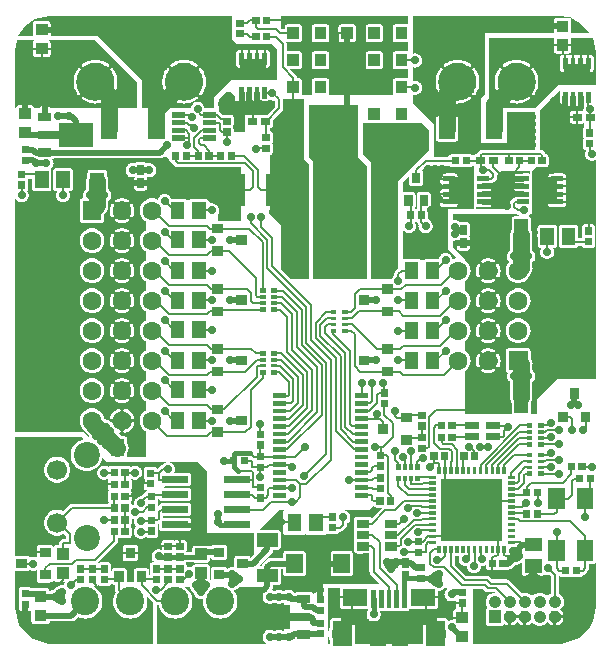
<source format=gbr>
G04 start of page 2 for group 0 idx 0 *
G04 Title: (unknown), top *
G04 Creator: pcb 1.99z *
G04 CreationDate: Wed 03 Sep 2014 19:39:49 GMT UTC *
G04 For: rbarlow *
G04 Format: Gerber/RS-274X *
G04 PCB-Dimensions (mm): 70.00 74.00 *
G04 PCB-Coordinate-Origin: lower left *
%MOMM*%
%FSLAX43Y43*%
%LNTOP*%
%ADD47C,0.650*%
%ADD46C,0.800*%
%ADD45C,1.000*%
%ADD44C,1.300*%
%ADD43C,0.300*%
%ADD42C,0.700*%
%ADD41R,5.200X5.200*%
%ADD40R,0.450X0.450*%
%ADD39R,1.770X1.770*%
%ADD38R,1.725X1.725*%
%ADD37R,1.625X1.625*%
%ADD36R,1.375X1.375*%
%ADD35R,1.460X1.460*%
%ADD34R,1.350X1.350*%
%ADD33R,0.300X0.300*%
%ADD32R,0.600X0.600*%
%ADD31R,1.400X1.400*%
%ADD30R,0.900X0.900*%
%ADD29R,2.000X2.000*%
%ADD28R,0.700X0.700*%
%ADD27R,0.950X0.950*%
%ADD26R,1.150X1.150*%
%ADD25R,0.800X0.800*%
%ADD24R,0.400X0.400*%
%ADD23R,0.620X0.620*%
%ADD22C,1.050*%
%ADD21C,1.200*%
%ADD20C,3.200*%
%ADD19C,2.400*%
%ADD18C,1.600*%
%ADD17C,1.700*%
%ADD16C,2.200*%
%ADD15C,1.400*%
%ADD14C,0.400*%
%ADD13C,0.500*%
%ADD12C,0.200*%
%ADD11C,0.002*%
G54D11*G36*
X30600Y61200D02*X32200D01*
X32600Y60800D01*
Y58100D01*
X30600D01*
Y59223D01*
X30611Y59217D01*
X30648Y59202D01*
X30686Y59192D01*
X30725Y59190D01*
X31164Y59192D01*
X31202Y59202D01*
X31239Y59217D01*
X31250Y59223D01*
X31261Y59217D01*
X31298Y59202D01*
X31336Y59192D01*
X31375Y59190D01*
X31814Y59192D01*
X31852Y59202D01*
X31889Y59217D01*
X31922Y59237D01*
X31952Y59263D01*
X31978Y59293D01*
X31998Y59326D01*
X32013Y59363D01*
X32023Y59401D01*
X32025Y59440D01*
X32023Y60469D01*
X32013Y60507D01*
X31998Y60544D01*
X31978Y60577D01*
X31952Y60607D01*
X31922Y60633D01*
X31889Y60653D01*
X31852Y60668D01*
X31814Y60678D01*
X31775Y60680D01*
X31336Y60678D01*
X31298Y60668D01*
X31261Y60653D01*
X31250Y60647D01*
X31239Y60653D01*
X31202Y60668D01*
X31164Y60678D01*
X31125Y60680D01*
X30686Y60678D01*
X30648Y60668D01*
X30611Y60653D01*
X30600Y60647D01*
Y61200D01*
G37*
G36*
X26304Y58374D02*X26323Y58291D01*
X26343Y58146D01*
X26350Y58000D01*
X26343Y57854D01*
X26323Y57709D01*
X26304Y57626D01*
Y58374D01*
G37*
G36*
Y63600D02*X28800D01*
Y61600D01*
X29200Y61200D01*
X30600D01*
Y60647D01*
X30589Y60653D01*
X30552Y60668D01*
X30514Y60678D01*
X30475Y60680D01*
X30036Y60678D01*
X29998Y60668D01*
X29961Y60653D01*
X29950Y60647D01*
X29939Y60653D01*
X29902Y60668D01*
X29864Y60678D01*
X29825Y60680D01*
X29386Y60678D01*
X29348Y60668D01*
X29311Y60653D01*
X29278Y60633D01*
X29248Y60607D01*
X29222Y60577D01*
X29202Y60544D01*
X29187Y60507D01*
X29177Y60469D01*
X29175Y60430D01*
X29177Y59401D01*
X29187Y59363D01*
X29202Y59326D01*
X29222Y59293D01*
X29248Y59263D01*
X29278Y59237D01*
X29311Y59217D01*
X29348Y59202D01*
X29386Y59192D01*
X29425Y59190D01*
X29864Y59192D01*
X29902Y59202D01*
X29939Y59217D01*
X29950Y59223D01*
X29961Y59217D01*
X29998Y59202D01*
X30036Y59192D01*
X30075Y59190D01*
X30514Y59192D01*
X30552Y59202D01*
X30589Y59217D01*
X30600Y59223D01*
X30600Y59223D01*
Y58100D01*
X28700D01*
X27300Y56700D01*
Y55800D01*
X26493D01*
X26472Y55886D01*
X26436Y55973D01*
X26387Y56054D01*
X26326Y56126D01*
X26304Y56144D01*
Y56996D01*
X26330Y57034D01*
X26411Y57182D01*
X26479Y57337D01*
X26533Y57498D01*
X26571Y57663D01*
X26594Y57831D01*
X26602Y58000D01*
X26594Y58169D01*
X26571Y58337D01*
X26533Y58502D01*
X26479Y58663D01*
X26411Y58818D01*
X26330Y58966D01*
X26304Y59005D01*
Y63600D01*
G37*
G36*
X24751D02*X26304D01*
Y59005D01*
X26235Y59107D01*
X26222Y59122D01*
X26207Y59135D01*
X26189Y59145D01*
X26171Y59152D01*
X26151Y59157D01*
X26132Y59158D01*
X26112Y59156D01*
X26092Y59151D01*
X26074Y59143D01*
X26057Y59133D01*
X26042Y59120D01*
X26029Y59104D01*
X26019Y59087D01*
X26012Y59069D01*
X26007Y59049D01*
X26006Y59029D01*
X26008Y59009D01*
X26013Y58990D01*
X26021Y58972D01*
X26032Y58955D01*
X26115Y58835D01*
X26185Y58707D01*
X26244Y58573D01*
X26290Y58434D01*
X26304Y58374D01*
Y57626D01*
X26290Y57566D01*
X26244Y57427D01*
X26185Y57293D01*
X26115Y57165D01*
X26033Y57044D01*
X26022Y57027D01*
X26014Y57009D01*
X26010Y56990D01*
X26008Y56971D01*
X26009Y56951D01*
X26013Y56932D01*
X26021Y56914D01*
X26031Y56897D01*
X26043Y56882D01*
X26058Y56869D01*
X26075Y56858D01*
X26093Y56850D01*
X26112Y56846D01*
X26132Y56844D01*
X26151Y56845D01*
X26170Y56849D01*
X26189Y56857D01*
X26206Y56867D01*
X26221Y56879D01*
X26233Y56894D01*
X26304Y56996D01*
Y56144D01*
X26254Y56187D01*
X26173Y56236D01*
X26086Y56272D01*
X25994Y56294D01*
X25900Y56302D01*
X25806Y56294D01*
X25714Y56272D01*
X25627Y56236D01*
X25546Y56187D01*
X25474Y56126D01*
X25413Y56054D01*
X25364Y55973D01*
X25328Y55886D01*
X25307Y55800D01*
X24751D01*
Y56148D01*
X24919Y56156D01*
X25087Y56179D01*
X25252Y56217D01*
X25413Y56271D01*
X25568Y56339D01*
X25716Y56420D01*
X25857Y56515D01*
X25872Y56528D01*
X25885Y56543D01*
X25895Y56561D01*
X25902Y56579D01*
X25907Y56599D01*
X25908Y56618D01*
X25906Y56638D01*
X25901Y56658D01*
X25893Y56676D01*
X25883Y56693D01*
X25870Y56708D01*
X25854Y56721D01*
X25837Y56731D01*
X25819Y56738D01*
X25799Y56743D01*
X25779Y56744D01*
X25759Y56742D01*
X25740Y56737D01*
X25722Y56729D01*
X25705Y56718D01*
X25585Y56635D01*
X25457Y56565D01*
X25323Y56506D01*
X25184Y56460D01*
X25041Y56427D01*
X24896Y56407D01*
X24751Y56400D01*
Y59600D01*
X24896Y59593D01*
X25041Y59573D01*
X25184Y59540D01*
X25323Y59494D01*
X25457Y59435D01*
X25585Y59365D01*
X25706Y59283D01*
X25723Y59272D01*
X25741Y59264D01*
X25760Y59260D01*
X25779Y59258D01*
X25799Y59259D01*
X25818Y59263D01*
X25836Y59271D01*
X25853Y59281D01*
X25868Y59293D01*
X25881Y59308D01*
X25892Y59325D01*
X25900Y59343D01*
X25904Y59362D01*
X25906Y59382D01*
X25905Y59401D01*
X25901Y59420D01*
X25893Y59439D01*
X25883Y59456D01*
X25871Y59471D01*
X25856Y59483D01*
X25716Y59580D01*
X25568Y59662D01*
X25413Y59729D01*
X25252Y59783D01*
X25087Y59821D01*
X24919Y59844D01*
X24751Y59852D01*
Y63600D01*
G37*
G36*
X23196D02*X24751D01*
Y59852D01*
X24750Y59852D01*
X24581Y59844D01*
X24413Y59821D01*
X24248Y59783D01*
X24087Y59729D01*
X23932Y59662D01*
X23784Y59580D01*
X23643Y59485D01*
X23628Y59472D01*
X23615Y59457D01*
X23605Y59439D01*
X23598Y59421D01*
X23593Y59401D01*
X23592Y59382D01*
X23594Y59362D01*
X23599Y59342D01*
X23607Y59324D01*
X23617Y59307D01*
X23630Y59292D01*
X23646Y59279D01*
X23663Y59269D01*
X23681Y59262D01*
X23701Y59257D01*
X23721Y59256D01*
X23741Y59258D01*
X23760Y59263D01*
X23778Y59271D01*
X23795Y59282D01*
X23915Y59365D01*
X24043Y59435D01*
X24177Y59494D01*
X24316Y59540D01*
X24459Y59573D01*
X24604Y59593D01*
X24750Y59600D01*
X24751Y59600D01*
Y56400D01*
X24750Y56400D01*
X24604Y56407D01*
X24459Y56427D01*
X24316Y56460D01*
X24177Y56506D01*
X24043Y56565D01*
X23915Y56635D01*
X23794Y56717D01*
X23777Y56728D01*
X23759Y56736D01*
X23740Y56740D01*
X23721Y56742D01*
X23701Y56741D01*
X23682Y56737D01*
X23664Y56729D01*
X23647Y56719D01*
X23632Y56707D01*
X23619Y56692D01*
X23608Y56675D01*
X23600Y56657D01*
X23596Y56638D01*
X23594Y56618D01*
X23595Y56599D01*
X23599Y56580D01*
X23607Y56561D01*
X23617Y56544D01*
X23629Y56529D01*
X23644Y56517D01*
X23784Y56420D01*
X23932Y56339D01*
X24087Y56271D01*
X24248Y56217D01*
X24413Y56179D01*
X24581Y56156D01*
X24750Y56148D01*
X24751Y56148D01*
Y55800D01*
X23196D01*
Y56995D01*
X23265Y56893D01*
X23278Y56878D01*
X23293Y56865D01*
X23311Y56855D01*
X23329Y56848D01*
X23349Y56843D01*
X23368Y56842D01*
X23388Y56844D01*
X23408Y56849D01*
X23426Y56857D01*
X23443Y56867D01*
X23458Y56880D01*
X23471Y56896D01*
X23481Y56913D01*
X23488Y56931D01*
X23493Y56951D01*
X23494Y56971D01*
X23492Y56991D01*
X23487Y57010D01*
X23479Y57028D01*
X23468Y57045D01*
X23385Y57165D01*
X23315Y57293D01*
X23256Y57427D01*
X23210Y57566D01*
X23196Y57626D01*
Y58374D01*
X23210Y58434D01*
X23256Y58573D01*
X23315Y58707D01*
X23385Y58835D01*
X23467Y58956D01*
X23478Y58973D01*
X23486Y58991D01*
X23490Y59010D01*
X23492Y59029D01*
X23491Y59049D01*
X23487Y59068D01*
X23479Y59086D01*
X23469Y59103D01*
X23457Y59118D01*
X23442Y59131D01*
X23425Y59142D01*
X23407Y59150D01*
X23388Y59154D01*
X23368Y59156D01*
X23349Y59155D01*
X23330Y59151D01*
X23311Y59143D01*
X23294Y59133D01*
X23279Y59121D01*
X23267Y59106D01*
X23196Y59004D01*
Y63600D01*
G37*
G36*
Y57626D02*X23177Y57709D01*
X23157Y57854D01*
X23150Y58000D01*
X23157Y58146D01*
X23177Y58291D01*
X23196Y58374D01*
Y57626D01*
G37*
G36*
X10700Y61900D02*X11300Y62700D01*
X12100Y63300D01*
X13300Y63600D01*
X23196D01*
Y59004D01*
X23170Y58966D01*
X23088Y58818D01*
X23021Y58663D01*
X22967Y58502D01*
X22929Y58337D01*
X22906Y58169D01*
X22898Y58000D01*
X22906Y57831D01*
X22929Y57663D01*
X22967Y57498D01*
X23021Y57337D01*
X23088Y57182D01*
X23170Y57034D01*
X23196Y56995D01*
Y55800D01*
X21200D01*
Y58100D01*
X17400Y61900D01*
X13449D01*
X13450Y61925D01*
X13448Y62914D01*
X13438Y62952D01*
X13423Y62989D01*
X13403Y63022D01*
X13377Y63052D01*
X13347Y63078D01*
X13314Y63098D01*
X13277Y63113D01*
X13239Y63123D01*
X13200Y63125D01*
X12161Y63123D01*
X12123Y63113D01*
X12086Y63098D01*
X12053Y63078D01*
X12023Y63052D01*
X11997Y63022D01*
X11977Y62989D01*
X11962Y62952D01*
X11952Y62914D01*
X11950Y62875D01*
X11952Y61900D01*
X10700D01*
G37*
G36*
X18804Y58374D02*X18823Y58291D01*
X18843Y58146D01*
X18850Y58000D01*
X18843Y57854D01*
X18823Y57709D01*
X18804Y57626D01*
Y58374D01*
G37*
G36*
Y59896D02*X20800Y57900D01*
Y55800D01*
X18804D01*
Y56996D01*
X18830Y57034D01*
X18911Y57182D01*
X18979Y57337D01*
X19033Y57498D01*
X19071Y57663D01*
X19094Y57831D01*
X19102Y58000D01*
X19094Y58169D01*
X19071Y58337D01*
X19033Y58502D01*
X18979Y58663D01*
X18911Y58818D01*
X18830Y58966D01*
X18804Y59005D01*
Y59896D01*
G37*
G36*
X17251Y61449D02*X18804Y59896D01*
Y59005D01*
X18735Y59107D01*
X18722Y59122D01*
X18707Y59135D01*
X18689Y59145D01*
X18671Y59152D01*
X18651Y59157D01*
X18632Y59158D01*
X18612Y59156D01*
X18592Y59151D01*
X18574Y59143D01*
X18557Y59133D01*
X18542Y59120D01*
X18529Y59104D01*
X18519Y59087D01*
X18512Y59069D01*
X18507Y59049D01*
X18506Y59029D01*
X18508Y59009D01*
X18513Y58990D01*
X18521Y58972D01*
X18532Y58955D01*
X18615Y58835D01*
X18685Y58707D01*
X18744Y58573D01*
X18790Y58434D01*
X18804Y58374D01*
Y57626D01*
X18790Y57566D01*
X18744Y57427D01*
X18685Y57293D01*
X18615Y57165D01*
X18533Y57044D01*
X18522Y57027D01*
X18514Y57009D01*
X18510Y56990D01*
X18508Y56971D01*
X18509Y56951D01*
X18513Y56932D01*
X18521Y56914D01*
X18531Y56897D01*
X18543Y56882D01*
X18558Y56869D01*
X18575Y56858D01*
X18593Y56850D01*
X18612Y56846D01*
X18632Y56844D01*
X18651Y56845D01*
X18670Y56849D01*
X18689Y56857D01*
X18706Y56867D01*
X18721Y56879D01*
X18733Y56894D01*
X18804Y56996D01*
Y55800D01*
X17251D01*
Y56148D01*
X17419Y56156D01*
X17587Y56179D01*
X17752Y56217D01*
X17913Y56271D01*
X18068Y56339D01*
X18216Y56420D01*
X18357Y56515D01*
X18372Y56528D01*
X18385Y56543D01*
X18395Y56561D01*
X18402Y56579D01*
X18407Y56599D01*
X18408Y56618D01*
X18406Y56638D01*
X18401Y56658D01*
X18393Y56676D01*
X18383Y56693D01*
X18370Y56708D01*
X18354Y56721D01*
X18337Y56731D01*
X18319Y56738D01*
X18299Y56743D01*
X18279Y56744D01*
X18259Y56742D01*
X18240Y56737D01*
X18222Y56729D01*
X18205Y56718D01*
X18085Y56635D01*
X17957Y56565D01*
X17823Y56506D01*
X17684Y56460D01*
X17541Y56427D01*
X17396Y56407D01*
X17251Y56400D01*
Y59600D01*
X17396Y59593D01*
X17541Y59573D01*
X17684Y59540D01*
X17823Y59494D01*
X17957Y59435D01*
X18085Y59365D01*
X18206Y59283D01*
X18223Y59272D01*
X18241Y59264D01*
X18260Y59260D01*
X18279Y59258D01*
X18299Y59259D01*
X18318Y59263D01*
X18336Y59271D01*
X18353Y59281D01*
X18368Y59293D01*
X18381Y59308D01*
X18392Y59325D01*
X18400Y59343D01*
X18404Y59362D01*
X18406Y59382D01*
X18405Y59401D01*
X18401Y59420D01*
X18393Y59439D01*
X18383Y59456D01*
X18371Y59471D01*
X18356Y59483D01*
X18216Y59580D01*
X18068Y59662D01*
X17913Y59729D01*
X17752Y59783D01*
X17587Y59821D01*
X17419Y59844D01*
X17251Y59852D01*
Y61449D01*
G37*
G36*
X15696Y61500D02*X17200D01*
X17251Y61449D01*
Y59852D01*
X17250Y59852D01*
X17081Y59844D01*
X16913Y59821D01*
X16748Y59783D01*
X16587Y59729D01*
X16432Y59662D01*
X16284Y59580D01*
X16143Y59485D01*
X16128Y59472D01*
X16115Y59457D01*
X16105Y59439D01*
X16098Y59421D01*
X16093Y59401D01*
X16092Y59382D01*
X16094Y59362D01*
X16099Y59342D01*
X16107Y59324D01*
X16117Y59307D01*
X16130Y59292D01*
X16146Y59279D01*
X16163Y59269D01*
X16181Y59262D01*
X16201Y59257D01*
X16221Y59256D01*
X16241Y59258D01*
X16260Y59263D01*
X16278Y59271D01*
X16295Y59282D01*
X16415Y59365D01*
X16543Y59435D01*
X16677Y59494D01*
X16816Y59540D01*
X16959Y59573D01*
X17104Y59593D01*
X17250Y59600D01*
X17251Y59600D01*
Y56400D01*
X17250Y56400D01*
X17104Y56407D01*
X16959Y56427D01*
X16816Y56460D01*
X16677Y56506D01*
X16543Y56565D01*
X16415Y56635D01*
X16294Y56717D01*
X16277Y56728D01*
X16259Y56736D01*
X16240Y56740D01*
X16221Y56742D01*
X16201Y56741D01*
X16182Y56737D01*
X16164Y56729D01*
X16147Y56719D01*
X16132Y56707D01*
X16119Y56692D01*
X16108Y56675D01*
X16100Y56657D01*
X16096Y56638D01*
X16094Y56618D01*
X16095Y56599D01*
X16099Y56580D01*
X16107Y56561D01*
X16117Y56544D01*
X16129Y56529D01*
X16144Y56517D01*
X16284Y56420D01*
X16432Y56339D01*
X16587Y56271D01*
X16748Y56217D01*
X16913Y56179D01*
X17081Y56156D01*
X17250Y56148D01*
X17251Y56148D01*
Y55800D01*
X15696D01*
Y56995D01*
X15765Y56893D01*
X15778Y56878D01*
X15793Y56865D01*
X15811Y56855D01*
X15829Y56848D01*
X15849Y56843D01*
X15868Y56842D01*
X15888Y56844D01*
X15908Y56849D01*
X15926Y56857D01*
X15943Y56867D01*
X15958Y56880D01*
X15971Y56896D01*
X15981Y56913D01*
X15988Y56931D01*
X15993Y56951D01*
X15994Y56971D01*
X15992Y56991D01*
X15987Y57010D01*
X15979Y57028D01*
X15968Y57045D01*
X15885Y57165D01*
X15815Y57293D01*
X15756Y57427D01*
X15710Y57566D01*
X15696Y57626D01*
Y58374D01*
X15710Y58434D01*
X15756Y58573D01*
X15815Y58707D01*
X15885Y58835D01*
X15967Y58956D01*
X15978Y58973D01*
X15986Y58991D01*
X15990Y59010D01*
X15992Y59029D01*
X15991Y59049D01*
X15987Y59068D01*
X15979Y59086D01*
X15969Y59103D01*
X15957Y59118D01*
X15942Y59131D01*
X15925Y59142D01*
X15907Y59150D01*
X15888Y59154D01*
X15868Y59156D01*
X15849Y59155D01*
X15830Y59151D01*
X15811Y59143D01*
X15794Y59133D01*
X15779Y59121D01*
X15767Y59106D01*
X15696Y59004D01*
Y61500D01*
G37*
G36*
Y57626D02*X15677Y57709D01*
X15657Y57854D01*
X15650Y58000D01*
X15657Y58146D01*
X15677Y58291D01*
X15696Y58374D01*
Y57626D01*
G37*
G36*
X10600Y61500D02*X12090D01*
X12086Y61498D01*
X12053Y61478D01*
X12023Y61452D01*
X11997Y61422D01*
X11977Y61389D01*
X11962Y61352D01*
X11952Y61314D01*
X11950Y61275D01*
X11952Y60286D01*
X11962Y60248D01*
X11977Y60211D01*
X11997Y60178D01*
X12023Y60148D01*
X12053Y60122D01*
X12086Y60102D01*
X12123Y60087D01*
X12161Y60077D01*
X12200Y60075D01*
X13239Y60077D01*
X13277Y60087D01*
X13314Y60102D01*
X13347Y60122D01*
X13377Y60148D01*
X13403Y60178D01*
X13423Y60211D01*
X13438Y60248D01*
X13448Y60286D01*
X13450Y60325D01*
X13448Y61314D01*
X13438Y61352D01*
X13423Y61389D01*
X13403Y61422D01*
X13377Y61452D01*
X13347Y61478D01*
X13314Y61498D01*
X13310Y61500D01*
X15696D01*
Y59004D01*
X15670Y58966D01*
X15588Y58818D01*
X15521Y58663D01*
X15467Y58502D01*
X15429Y58337D01*
X15406Y58169D01*
X15398Y58000D01*
X15406Y57831D01*
X15429Y57663D01*
X15467Y57498D01*
X15521Y57337D01*
X15588Y57182D01*
X15670Y57034D01*
X15696Y56995D01*
Y55800D01*
X13393D01*
X13381Y55820D01*
X13330Y55880D01*
X13270Y55931D01*
X13203Y55972D01*
X13130Y56002D01*
X13053Y56020D01*
X12975Y56027D01*
X12897Y56020D01*
X12820Y56002D01*
X12747Y55972D01*
X12680Y55931D01*
X12620Y55880D01*
X12569Y55820D01*
X12557Y55800D01*
X12048D01*
X12048Y55814D01*
X12038Y55852D01*
X12023Y55889D01*
X12003Y55922D01*
X11977Y55952D01*
X11947Y55978D01*
X11914Y55998D01*
X11877Y56013D01*
X11839Y56023D01*
X11800Y56025D01*
X10761Y56023D01*
X10723Y56013D01*
X10686Y55998D01*
X10653Y55978D01*
X10623Y55952D01*
X10597Y55922D01*
X10577Y55889D01*
X10562Y55852D01*
X10552Y55814D01*
X10551Y55800D01*
X10400D01*
Y60600D01*
X10600Y61500D01*
G37*
G36*
X29900Y55200D02*Y53700D01*
X28959D01*
X28958Y54100D01*
X28948Y54138D01*
X28933Y54175D01*
X28918Y54200D01*
X28933Y54225D01*
X28948Y54262D01*
X28958Y54300D01*
X28960Y54339D01*
X28958Y55000D01*
X28948Y55038D01*
X28933Y55075D01*
X28913Y55108D01*
X28900Y55123D01*
Y55200D01*
X28785D01*
X28749Y55209D01*
X28710Y55211D01*
X28051Y55209D01*
X28015Y55200D01*
X27995D01*
X27782Y55413D01*
X27773Y55423D01*
X27731Y55459D01*
X27731Y55459D01*
X27700Y55478D01*
Y56500D01*
X28300Y57100D01*
X28700D01*
X29100Y56700D01*
Y56400D01*
X29241D01*
X29248Y56393D01*
X29278Y56367D01*
X29311Y56347D01*
X29348Y56332D01*
X29386Y56322D01*
X29425Y56320D01*
X29864Y56322D01*
X29902Y56332D01*
X29939Y56347D01*
X29950Y56353D01*
X29961Y56347D01*
X29998Y56332D01*
X30036Y56322D01*
X30075Y56320D01*
X30514Y56322D01*
X30552Y56332D01*
X30589Y56347D01*
X30600Y56353D01*
X30611Y56347D01*
X30648Y56332D01*
X30686Y56322D01*
X30725Y56320D01*
X31164Y56322D01*
X31202Y56332D01*
X31239Y56347D01*
X31250Y56353D01*
X31261Y56347D01*
X31298Y56332D01*
X31336Y56322D01*
X31375Y56320D01*
X31814Y56322D01*
X31852Y56332D01*
X31889Y56347D01*
X31922Y56367D01*
X31952Y56393D01*
X31959Y56400D01*
X32405D01*
X32450Y56355D01*
Y55895D01*
X31755Y55200D01*
X29900D01*
G37*
G36*
X21099Y28828D02*X21102Y28822D01*
X21188Y28681D01*
X21295Y28555D01*
X21421Y28448D01*
X21500Y28399D01*
Y26200D01*
X21099D01*
Y28828D01*
G37*
G36*
Y31368D02*X21102Y31362D01*
X21188Y31221D01*
X21295Y31095D01*
X21421Y30988D01*
X21500Y30939D01*
Y30201D01*
X21421Y30152D01*
X21295Y30045D01*
X21188Y29919D01*
X21102Y29778D01*
X21099Y29772D01*
Y31368D01*
G37*
G36*
Y33908D02*X21102Y33902D01*
X21188Y33761D01*
X21295Y33635D01*
X21421Y33528D01*
X21500Y33479D01*
Y32741D01*
X21421Y32692D01*
X21295Y32585D01*
X21188Y32459D01*
X21102Y32318D01*
X21099Y32312D01*
Y33908D01*
G37*
G36*
Y36448D02*X21102Y36442D01*
X21188Y36301D01*
X21295Y36175D01*
X21421Y36068D01*
X21500Y36019D01*
Y35281D01*
X21421Y35232D01*
X21295Y35125D01*
X21188Y34999D01*
X21102Y34858D01*
X21099Y34852D01*
Y36448D01*
G37*
G36*
Y38988D02*X21102Y38982D01*
X21188Y38841D01*
X21295Y38715D01*
X21421Y38608D01*
X21500Y38559D01*
Y37821D01*
X21421Y37772D01*
X21295Y37665D01*
X21188Y37539D01*
X21102Y37398D01*
X21099Y37392D01*
Y38988D01*
G37*
G36*
Y41528D02*X21102Y41522D01*
X21188Y41381D01*
X21295Y41255D01*
X21421Y41148D01*
X21500Y41099D01*
Y40361D01*
X21421Y40312D01*
X21295Y40205D01*
X21188Y40079D01*
X21102Y39938D01*
X21099Y39932D01*
Y41528D01*
G37*
G36*
Y44068D02*X21102Y44062D01*
X21188Y43921D01*
X21295Y43795D01*
X21421Y43688D01*
X21500Y43639D01*
Y42901D01*
X21421Y42852D01*
X21295Y42745D01*
X21188Y42619D01*
X21102Y42478D01*
X21099Y42472D01*
Y44068D01*
G37*
G36*
Y46608D02*X21102Y46602D01*
X21188Y46461D01*
X21295Y46335D01*
X21421Y46228D01*
X21500Y46179D01*
Y45441D01*
X21421Y45392D01*
X21295Y45285D01*
X21188Y45159D01*
X21102Y45018D01*
X21099Y45012D01*
Y46608D01*
G37*
G36*
Y51500D02*X22680D01*
X22700Y51498D01*
X22778Y51505D01*
X22778Y51505D01*
X22855Y51523D01*
X22928Y51553D01*
X22995Y51594D01*
X23002Y51600D01*
X23300D01*
X23491Y51409D01*
X23491Y51351D01*
X23501Y51313D01*
X23516Y51276D01*
X23536Y51243D01*
X23562Y51213D01*
X23592Y51187D01*
X23625Y51167D01*
X23662Y51152D01*
X23700Y51142D01*
X23716Y51141D01*
X23737Y51091D01*
X23766Y51044D01*
X23766Y51044D01*
X23802Y51002D01*
X23812Y50993D01*
X23943Y50862D01*
X23952Y50852D01*
X23994Y50816D01*
X23994Y50816D01*
X24041Y50787D01*
X24092Y50766D01*
X24132Y50756D01*
X24145Y50753D01*
X24145D01*
X24200Y50749D01*
X24214Y50750D01*
X29600D01*
Y49150D01*
X29300D01*
X29245Y49147D01*
X29192Y49134D01*
X29141Y49113D01*
X29094Y49084D01*
X29052Y49048D01*
X29016Y49006D01*
X28987Y48959D01*
X28966Y48908D01*
X28953Y48855D01*
X28949Y48800D01*
X28953Y48745D01*
X28966Y48692D01*
X28987Y48641D01*
X29016Y48594D01*
X29052Y48552D01*
X29094Y48516D01*
X29141Y48487D01*
X29192Y48466D01*
X29245Y48453D01*
X29300Y48450D01*
X29600D01*
Y46200D01*
X27600D01*
Y46768D01*
X27636Y46827D01*
X27672Y46914D01*
X27694Y47006D01*
X27700Y47100D01*
X27694Y47194D01*
X27672Y47286D01*
X27636Y47373D01*
X27587Y47454D01*
X27526Y47526D01*
X27454Y47587D01*
X27373Y47636D01*
X27286Y47672D01*
X27194Y47694D01*
X27100Y47702D01*
X27006Y47694D01*
X27006Y47694D01*
X26819Y47881D01*
X26813Y47902D01*
X26798Y47939D01*
X26778Y47972D01*
X26752Y48002D01*
X26722Y48028D01*
X26689Y48048D01*
X26652Y48063D01*
X26614Y48073D01*
X26575Y48075D01*
X25386Y48073D01*
X25348Y48063D01*
X25311Y48048D01*
X25278Y48028D01*
X25248Y48002D01*
X25246Y48000D01*
X24954D01*
X24952Y48002D01*
X24922Y48028D01*
X24889Y48048D01*
X24852Y48063D01*
X24814Y48073D01*
X24775Y48075D01*
X23676Y48073D01*
X23672Y48086D01*
X23636Y48173D01*
X23587Y48254D01*
X23526Y48326D01*
X23454Y48387D01*
X23373Y48436D01*
X23286Y48472D01*
X23194Y48494D01*
X23100Y48502D01*
X23006Y48494D01*
X22914Y48472D01*
X22827Y48436D01*
X22746Y48387D01*
X22674Y48326D01*
X22613Y48254D01*
X22564Y48173D01*
X22528Y48086D01*
X22512Y48021D01*
X22365Y48082D01*
X22205Y48120D01*
X22040Y48133D01*
X21875Y48120D01*
X21715Y48082D01*
X21562Y48018D01*
X21532Y48000D01*
X21500D01*
Y47981D01*
X21421Y47932D01*
X21295Y47825D01*
X21188Y47699D01*
X21102Y47558D01*
X21099Y47552D01*
Y48781D01*
X21439Y48782D01*
X21477Y48792D01*
X21514Y48807D01*
X21547Y48827D01*
X21577Y48853D01*
X21603Y48883D01*
X21623Y48916D01*
X21638Y48953D01*
X21648Y48991D01*
X21650Y49030D01*
X21648Y49869D01*
X21638Y49907D01*
X21632Y49923D01*
X21706Y49906D01*
X21800Y49898D01*
X21894Y49906D01*
X21986Y49928D01*
X22073Y49964D01*
X22154Y50013D01*
X22226Y50074D01*
X22287Y50146D01*
X22336Y50227D01*
X22372Y50314D01*
X22394Y50406D01*
X22400Y50500D01*
X22394Y50594D01*
X22372Y50686D01*
X22336Y50773D01*
X22287Y50854D01*
X22226Y50926D01*
X22154Y50987D01*
X22073Y51036D01*
X21986Y51072D01*
X21894Y51094D01*
X21800Y51102D01*
X21706Y51094D01*
X21614Y51072D01*
X21608Y51070D01*
X21603Y51077D01*
X21577Y51107D01*
X21547Y51133D01*
X21514Y51153D01*
X21477Y51168D01*
X21439Y51178D01*
X21400Y51180D01*
X21099Y51179D01*
Y51500D01*
G37*
G36*
X20364Y49901D02*X20400Y49898D01*
X20494Y49906D01*
X20568Y49923D01*
X20562Y49907D01*
X20552Y49869D01*
X20550Y49830D01*
X20552Y48991D01*
X20562Y48953D01*
X20577Y48916D01*
X20597Y48883D01*
X20623Y48853D01*
X20653Y48827D01*
X20686Y48807D01*
X20723Y48792D01*
X20761Y48782D01*
X20800Y48780D01*
X21099Y48781D01*
Y47552D01*
X21038Y47405D01*
X21000Y47245D01*
X20987Y47080D01*
X21000Y46915D01*
X21038Y46755D01*
X21099Y46608D01*
Y45012D01*
X21038Y44865D01*
X21000Y44705D01*
X20987Y44540D01*
X21000Y44375D01*
X21038Y44215D01*
X21099Y44068D01*
Y42472D01*
X21038Y42325D01*
X21000Y42165D01*
X20987Y42000D01*
X21000Y41835D01*
X21038Y41675D01*
X21099Y41528D01*
Y39932D01*
X21038Y39785D01*
X21000Y39625D01*
X20987Y39460D01*
X21000Y39295D01*
X21038Y39135D01*
X21099Y38988D01*
Y37392D01*
X21038Y37245D01*
X21000Y37085D01*
X20987Y36920D01*
X21000Y36755D01*
X21038Y36595D01*
X21099Y36448D01*
Y34852D01*
X21038Y34705D01*
X21000Y34545D01*
X20987Y34380D01*
X21000Y34215D01*
X21038Y34055D01*
X21099Y33908D01*
Y32312D01*
X21038Y32165D01*
X21000Y32005D01*
X20987Y31840D01*
X21000Y31675D01*
X21038Y31515D01*
X21099Y31368D01*
Y29772D01*
X21038Y29625D01*
X21000Y29465D01*
X20987Y29300D01*
X21000Y29135D01*
X21038Y28975D01*
X21099Y28828D01*
Y26200D01*
X20364D01*
Y28704D01*
X20395Y28749D01*
X20443Y28836D01*
X20482Y28926D01*
X20513Y29019D01*
X20517Y29039D01*
X20518Y29059D01*
X20515Y29078D01*
X20510Y29097D01*
X20501Y29115D01*
X20490Y29132D01*
X20477Y29146D01*
X20461Y29158D01*
X20444Y29168D01*
X20425Y29175D01*
X20406Y29178D01*
X20386Y29179D01*
X20366Y29177D01*
X20364Y29176D01*
Y29425D01*
X20366Y29424D01*
X20386Y29422D01*
X20406Y29422D01*
X20425Y29426D01*
X20443Y29433D01*
X20461Y29442D01*
X20476Y29455D01*
X20490Y29469D01*
X20501Y29485D01*
X20509Y29503D01*
X20514Y29522D01*
X20517Y29541D01*
X20516Y29561D01*
X20512Y29580D01*
X20482Y29674D01*
X20443Y29764D01*
X20395Y29851D01*
X20364Y29896D01*
Y31274D01*
X20374Y31280D01*
X20390Y31292D01*
X20403Y31306D01*
X20414Y31323D01*
X20459Y31410D01*
X20495Y31502D01*
X20522Y31596D01*
X20541Y31693D01*
X20550Y31791D01*
Y31889D01*
X20541Y31987D01*
X20522Y32084D01*
X20495Y32178D01*
X20459Y32270D01*
X20415Y32358D01*
X20404Y32374D01*
X20390Y32389D01*
X20375Y32401D01*
X20364Y32407D01*
Y33814D01*
X20374Y33820D01*
X20390Y33832D01*
X20403Y33846D01*
X20414Y33863D01*
X20459Y33950D01*
X20495Y34042D01*
X20522Y34136D01*
X20541Y34233D01*
X20550Y34331D01*
Y34429D01*
X20541Y34527D01*
X20522Y34624D01*
X20495Y34718D01*
X20459Y34810D01*
X20415Y34898D01*
X20404Y34914D01*
X20390Y34929D01*
X20375Y34941D01*
X20364Y34947D01*
Y36354D01*
X20374Y36360D01*
X20390Y36372D01*
X20403Y36386D01*
X20414Y36403D01*
X20459Y36490D01*
X20495Y36582D01*
X20522Y36676D01*
X20541Y36773D01*
X20550Y36871D01*
Y36969D01*
X20541Y37067D01*
X20522Y37164D01*
X20495Y37258D01*
X20459Y37350D01*
X20415Y37438D01*
X20404Y37454D01*
X20390Y37469D01*
X20375Y37481D01*
X20364Y37487D01*
Y38894D01*
X20374Y38900D01*
X20390Y38912D01*
X20403Y38926D01*
X20414Y38943D01*
X20459Y39030D01*
X20495Y39122D01*
X20522Y39216D01*
X20541Y39313D01*
X20550Y39411D01*
Y39509D01*
X20541Y39607D01*
X20522Y39704D01*
X20495Y39798D01*
X20459Y39890D01*
X20415Y39978D01*
X20404Y39994D01*
X20390Y40009D01*
X20375Y40021D01*
X20364Y40027D01*
Y41434D01*
X20374Y41440D01*
X20390Y41452D01*
X20403Y41466D01*
X20414Y41483D01*
X20459Y41570D01*
X20495Y41662D01*
X20522Y41756D01*
X20541Y41853D01*
X20550Y41951D01*
Y42049D01*
X20541Y42147D01*
X20522Y42244D01*
X20495Y42338D01*
X20459Y42430D01*
X20415Y42518D01*
X20404Y42534D01*
X20390Y42549D01*
X20375Y42561D01*
X20364Y42567D01*
Y43974D01*
X20374Y43980D01*
X20390Y43992D01*
X20403Y44006D01*
X20414Y44023D01*
X20459Y44110D01*
X20495Y44202D01*
X20522Y44296D01*
X20541Y44393D01*
X20550Y44491D01*
Y44589D01*
X20541Y44687D01*
X20522Y44784D01*
X20495Y44878D01*
X20459Y44970D01*
X20415Y45058D01*
X20404Y45074D01*
X20390Y45089D01*
X20375Y45101D01*
X20364Y45107D01*
Y46514D01*
X20374Y46520D01*
X20390Y46532D01*
X20403Y46546D01*
X20414Y46563D01*
X20459Y46650D01*
X20495Y46742D01*
X20522Y46836D01*
X20541Y46933D01*
X20550Y47031D01*
Y47129D01*
X20541Y47227D01*
X20522Y47324D01*
X20495Y47418D01*
X20459Y47510D01*
X20415Y47598D01*
X20404Y47614D01*
X20390Y47629D01*
X20375Y47641D01*
X20364Y47647D01*
Y49901D01*
G37*
G36*
Y51500D02*X21099D01*
Y51179D01*
X20761Y51178D01*
X20723Y51168D01*
X20686Y51153D01*
X20653Y51133D01*
X20623Y51107D01*
X20597Y51077D01*
X20592Y51070D01*
X20586Y51072D01*
X20494Y51094D01*
X20400Y51102D01*
X20364Y51099D01*
Y51500D01*
G37*
G36*
X19500D02*X20364D01*
Y51099D01*
X20306Y51094D01*
X20214Y51072D01*
X20127Y51036D01*
X20046Y50987D01*
X19974Y50926D01*
X19913Y50854D01*
X19864Y50773D01*
X19828Y50686D01*
X19806Y50594D01*
X19798Y50500D01*
X19806Y50406D01*
X19828Y50314D01*
X19864Y50227D01*
X19913Y50146D01*
X19974Y50074D01*
X20046Y50013D01*
X20127Y49964D01*
X20214Y49928D01*
X20306Y49906D01*
X20364Y49901D01*
Y47647D01*
X20357Y47651D01*
X20339Y47657D01*
X20319Y47661D01*
X20299Y47662D01*
X20280Y47659D01*
X20261Y47654D01*
X20243Y47646D01*
X20226Y47634D01*
X20212Y47621D01*
X20200Y47605D01*
X20190Y47588D01*
X20183Y47569D01*
X20180Y47550D01*
X20179Y47530D01*
X20181Y47510D01*
X20187Y47491D01*
X20195Y47474D01*
X20230Y47407D01*
X20257Y47338D01*
X20278Y47266D01*
X20292Y47192D01*
X20299Y47117D01*
Y47043D01*
X20292Y46968D01*
X20278Y46894D01*
X20257Y46822D01*
X20230Y46753D01*
X20196Y46686D01*
X20188Y46668D01*
X20182Y46649D01*
X20180Y46630D01*
X20180Y46610D01*
X20184Y46591D01*
X20191Y46572D01*
X20200Y46555D01*
X20212Y46540D01*
X20227Y46526D01*
X20243Y46515D01*
X20261Y46507D01*
X20280Y46501D01*
X20299Y46499D01*
X20319Y46500D01*
X20338Y46503D01*
X20357Y46510D01*
X20364Y46514D01*
Y45107D01*
X20357Y45111D01*
X20339Y45117D01*
X20319Y45121D01*
X20299Y45122D01*
X20280Y45119D01*
X20261Y45114D01*
X20243Y45106D01*
X20226Y45094D01*
X20212Y45081D01*
X20200Y45065D01*
X20190Y45048D01*
X20183Y45029D01*
X20180Y45010D01*
X20179Y44990D01*
X20181Y44970D01*
X20187Y44951D01*
X20195Y44934D01*
X20230Y44867D01*
X20257Y44798D01*
X20278Y44726D01*
X20292Y44652D01*
X20299Y44577D01*
Y44503D01*
X20292Y44428D01*
X20278Y44354D01*
X20257Y44282D01*
X20230Y44213D01*
X20196Y44146D01*
X20188Y44128D01*
X20182Y44109D01*
X20180Y44090D01*
X20180Y44070D01*
X20184Y44051D01*
X20191Y44032D01*
X20200Y44015D01*
X20212Y44000D01*
X20227Y43986D01*
X20243Y43975D01*
X20261Y43967D01*
X20280Y43961D01*
X20299Y43959D01*
X20319Y43960D01*
X20338Y43963D01*
X20357Y43970D01*
X20364Y43974D01*
Y42567D01*
X20357Y42571D01*
X20339Y42577D01*
X20319Y42581D01*
X20299Y42582D01*
X20280Y42579D01*
X20261Y42574D01*
X20243Y42566D01*
X20226Y42554D01*
X20212Y42541D01*
X20200Y42525D01*
X20190Y42508D01*
X20183Y42489D01*
X20180Y42470D01*
X20179Y42450D01*
X20181Y42430D01*
X20187Y42411D01*
X20195Y42394D01*
X20230Y42327D01*
X20257Y42258D01*
X20278Y42186D01*
X20292Y42112D01*
X20299Y42037D01*
Y41963D01*
X20292Y41888D01*
X20278Y41814D01*
X20257Y41742D01*
X20230Y41673D01*
X20196Y41606D01*
X20188Y41588D01*
X20182Y41569D01*
X20180Y41550D01*
X20180Y41530D01*
X20184Y41511D01*
X20191Y41492D01*
X20200Y41475D01*
X20212Y41460D01*
X20227Y41446D01*
X20243Y41435D01*
X20261Y41427D01*
X20280Y41421D01*
X20299Y41419D01*
X20319Y41420D01*
X20338Y41423D01*
X20357Y41430D01*
X20364Y41434D01*
Y40027D01*
X20357Y40031D01*
X20339Y40037D01*
X20319Y40041D01*
X20299Y40042D01*
X20280Y40039D01*
X20261Y40034D01*
X20243Y40026D01*
X20226Y40014D01*
X20212Y40001D01*
X20200Y39985D01*
X20190Y39968D01*
X20183Y39949D01*
X20180Y39930D01*
X20179Y39910D01*
X20181Y39890D01*
X20187Y39871D01*
X20195Y39854D01*
X20230Y39787D01*
X20257Y39718D01*
X20278Y39646D01*
X20292Y39572D01*
X20299Y39497D01*
Y39423D01*
X20292Y39348D01*
X20278Y39274D01*
X20257Y39202D01*
X20230Y39133D01*
X20196Y39066D01*
X20188Y39048D01*
X20182Y39029D01*
X20180Y39010D01*
X20180Y38990D01*
X20184Y38971D01*
X20191Y38952D01*
X20200Y38935D01*
X20212Y38920D01*
X20227Y38906D01*
X20243Y38895D01*
X20261Y38887D01*
X20280Y38881D01*
X20299Y38879D01*
X20319Y38880D01*
X20338Y38883D01*
X20357Y38890D01*
X20364Y38894D01*
Y37487D01*
X20357Y37491D01*
X20339Y37497D01*
X20319Y37501D01*
X20299Y37502D01*
X20280Y37499D01*
X20261Y37494D01*
X20243Y37486D01*
X20226Y37474D01*
X20212Y37461D01*
X20200Y37445D01*
X20190Y37428D01*
X20183Y37409D01*
X20180Y37390D01*
X20179Y37370D01*
X20181Y37350D01*
X20187Y37331D01*
X20195Y37314D01*
X20230Y37247D01*
X20257Y37178D01*
X20278Y37106D01*
X20292Y37032D01*
X20299Y36957D01*
Y36883D01*
X20292Y36808D01*
X20278Y36734D01*
X20257Y36662D01*
X20230Y36593D01*
X20196Y36526D01*
X20188Y36508D01*
X20182Y36489D01*
X20180Y36470D01*
X20180Y36450D01*
X20184Y36431D01*
X20191Y36412D01*
X20200Y36395D01*
X20212Y36380D01*
X20227Y36366D01*
X20243Y36355D01*
X20261Y36347D01*
X20280Y36341D01*
X20299Y36339D01*
X20319Y36340D01*
X20338Y36343D01*
X20357Y36350D01*
X20364Y36354D01*
Y34947D01*
X20357Y34951D01*
X20339Y34957D01*
X20319Y34961D01*
X20299Y34962D01*
X20280Y34959D01*
X20261Y34954D01*
X20243Y34946D01*
X20226Y34934D01*
X20212Y34921D01*
X20200Y34905D01*
X20190Y34888D01*
X20183Y34869D01*
X20180Y34850D01*
X20179Y34830D01*
X20181Y34810D01*
X20187Y34791D01*
X20195Y34774D01*
X20230Y34707D01*
X20257Y34638D01*
X20278Y34566D01*
X20292Y34492D01*
X20299Y34417D01*
Y34343D01*
X20292Y34268D01*
X20278Y34194D01*
X20257Y34122D01*
X20230Y34053D01*
X20196Y33986D01*
X20188Y33968D01*
X20182Y33949D01*
X20180Y33930D01*
X20180Y33910D01*
X20184Y33891D01*
X20191Y33872D01*
X20200Y33855D01*
X20212Y33840D01*
X20227Y33826D01*
X20243Y33815D01*
X20261Y33807D01*
X20280Y33801D01*
X20299Y33799D01*
X20319Y33800D01*
X20338Y33803D01*
X20357Y33810D01*
X20364Y33814D01*
Y32407D01*
X20357Y32411D01*
X20339Y32417D01*
X20319Y32421D01*
X20299Y32422D01*
X20280Y32419D01*
X20261Y32414D01*
X20243Y32406D01*
X20226Y32394D01*
X20212Y32381D01*
X20200Y32365D01*
X20190Y32348D01*
X20183Y32329D01*
X20180Y32310D01*
X20179Y32290D01*
X20181Y32270D01*
X20187Y32251D01*
X20195Y32234D01*
X20230Y32167D01*
X20257Y32098D01*
X20278Y32026D01*
X20292Y31952D01*
X20299Y31877D01*
Y31803D01*
X20292Y31728D01*
X20278Y31654D01*
X20257Y31582D01*
X20230Y31513D01*
X20196Y31446D01*
X20188Y31428D01*
X20182Y31409D01*
X20180Y31390D01*
X20180Y31370D01*
X20184Y31351D01*
X20191Y31332D01*
X20200Y31315D01*
X20212Y31300D01*
X20227Y31286D01*
X20243Y31275D01*
X20261Y31267D01*
X20280Y31261D01*
X20299Y31259D01*
X20319Y31260D01*
X20338Y31263D01*
X20357Y31270D01*
X20364Y31274D01*
Y29896D01*
X20340Y29932D01*
X20277Y30008D01*
X20208Y30077D01*
X20132Y30140D01*
X20051Y30195D01*
X19964Y30243D01*
X19874Y30282D01*
X19781Y30313D01*
X19761Y30317D01*
X19741Y30318D01*
X19722Y30315D01*
X19703Y30310D01*
X19685Y30301D01*
X19668Y30290D01*
X19654Y30277D01*
X19642Y30261D01*
X19632Y30244D01*
X19625Y30225D01*
X19622Y30206D01*
X19621Y30186D01*
X19623Y30166D01*
X19629Y30147D01*
X19637Y30129D01*
X19648Y30113D01*
X19662Y30098D01*
X19677Y30086D01*
X19695Y30077D01*
X19713Y30070D01*
X19785Y30048D01*
X19853Y30018D01*
X19919Y29981D01*
X19981Y29939D01*
X20039Y29892D01*
X20092Y29839D01*
X20139Y29781D01*
X20181Y29719D01*
X20218Y29653D01*
X20248Y29585D01*
X20271Y29514D01*
X20277Y29495D01*
X20287Y29478D01*
X20299Y29462D01*
X20313Y29449D01*
X20330Y29438D01*
X20347Y29430D01*
X20364Y29425D01*
Y29176D01*
X20347Y29171D01*
X20329Y29163D01*
X20313Y29152D01*
X20298Y29138D01*
X20286Y29123D01*
X20277Y29105D01*
X20270Y29087D01*
X20248Y29015D01*
X20218Y28947D01*
X20181Y28881D01*
X20139Y28819D01*
X20092Y28761D01*
X20039Y28708D01*
X19981Y28661D01*
X19919Y28619D01*
X19853Y28582D01*
X19785Y28552D01*
X19714Y28529D01*
X19695Y28523D01*
X19678Y28513D01*
X19662Y28501D01*
X19649Y28487D01*
X19638Y28470D01*
X19630Y28453D01*
X19624Y28434D01*
X19622Y28414D01*
X19622Y28394D01*
X19626Y28375D01*
X19633Y28357D01*
X19642Y28339D01*
X19655Y28324D01*
X19669Y28310D01*
X19685Y28299D01*
X19703Y28291D01*
X19722Y28286D01*
X19741Y28283D01*
X19761Y28284D01*
X19780Y28288D01*
X19874Y28318D01*
X19964Y28357D01*
X20051Y28405D01*
X20132Y28460D01*
X20208Y28523D01*
X20277Y28592D01*
X20340Y28668D01*
X20364Y28704D01*
Y26200D01*
X19914D01*
X19923Y26236D01*
X19925Y26275D01*
X19925Y26527D01*
X19949Y26567D01*
X20006Y26706D01*
X20041Y26851D01*
X20053Y27000D01*
X20041Y27149D01*
X20006Y27294D01*
X19949Y27433D01*
X19923Y27475D01*
X19923Y27764D01*
X19913Y27802D01*
X19898Y27839D01*
X19878Y27872D01*
X19852Y27902D01*
X19822Y27928D01*
X19789Y27948D01*
X19752Y27963D01*
X19714Y27973D01*
X19675Y27975D01*
X19500Y27975D01*
Y30790D01*
X19549D01*
X19647Y30799D01*
X19744Y30818D01*
X19838Y30845D01*
X19930Y30881D01*
X20018Y30925D01*
X20034Y30936D01*
X20049Y30950D01*
X20061Y30965D01*
X20071Y30983D01*
X20077Y31001D01*
X20081Y31021D01*
X20082Y31041D01*
X20079Y31060D01*
X20074Y31079D01*
X20066Y31097D01*
X20054Y31114D01*
X20041Y31128D01*
X20025Y31140D01*
X20008Y31150D01*
X19989Y31157D01*
X19970Y31160D01*
X19950Y31161D01*
X19930Y31159D01*
X19911Y31153D01*
X19894Y31145D01*
X19827Y31110D01*
X19758Y31083D01*
X19686Y31062D01*
X19612Y31048D01*
X19537Y31041D01*
X19500D01*
Y32639D01*
X19537D01*
X19612Y32632D01*
X19686Y32618D01*
X19758Y32597D01*
X19827Y32570D01*
X19894Y32536D01*
X19912Y32528D01*
X19931Y32522D01*
X19950Y32520D01*
X19970Y32520D01*
X19989Y32524D01*
X20008Y32531D01*
X20025Y32540D01*
X20040Y32552D01*
X20054Y32567D01*
X20065Y32583D01*
X20073Y32601D01*
X20079Y32620D01*
X20081Y32639D01*
X20080Y32659D01*
X20077Y32678D01*
X20070Y32697D01*
X20060Y32714D01*
X20048Y32730D01*
X20034Y32743D01*
X20017Y32754D01*
X19930Y32799D01*
X19838Y32835D01*
X19744Y32862D01*
X19647Y32881D01*
X19549Y32890D01*
X19500D01*
Y33330D01*
X19549D01*
X19647Y33339D01*
X19744Y33358D01*
X19838Y33385D01*
X19930Y33421D01*
X20018Y33465D01*
X20034Y33476D01*
X20049Y33490D01*
X20061Y33505D01*
X20071Y33523D01*
X20077Y33541D01*
X20081Y33561D01*
X20082Y33581D01*
X20079Y33600D01*
X20074Y33619D01*
X20066Y33637D01*
X20054Y33654D01*
X20041Y33668D01*
X20025Y33680D01*
X20008Y33690D01*
X19989Y33697D01*
X19970Y33700D01*
X19950Y33701D01*
X19930Y33699D01*
X19911Y33693D01*
X19894Y33685D01*
X19827Y33650D01*
X19758Y33623D01*
X19686Y33602D01*
X19612Y33588D01*
X19537Y33581D01*
X19500D01*
Y35179D01*
X19537D01*
X19612Y35172D01*
X19686Y35158D01*
X19758Y35137D01*
X19827Y35110D01*
X19894Y35076D01*
X19912Y35068D01*
X19931Y35062D01*
X19950Y35060D01*
X19970Y35060D01*
X19989Y35064D01*
X20008Y35071D01*
X20025Y35080D01*
X20040Y35092D01*
X20054Y35107D01*
X20065Y35123D01*
X20073Y35141D01*
X20079Y35160D01*
X20081Y35179D01*
X20080Y35199D01*
X20077Y35218D01*
X20070Y35237D01*
X20060Y35254D01*
X20048Y35270D01*
X20034Y35283D01*
X20017Y35294D01*
X19930Y35339D01*
X19838Y35375D01*
X19744Y35402D01*
X19647Y35421D01*
X19549Y35430D01*
X19500D01*
Y35870D01*
X19549D01*
X19647Y35879D01*
X19744Y35898D01*
X19838Y35925D01*
X19930Y35961D01*
X20018Y36005D01*
X20034Y36016D01*
X20049Y36030D01*
X20061Y36045D01*
X20071Y36063D01*
X20077Y36081D01*
X20081Y36101D01*
X20082Y36121D01*
X20079Y36140D01*
X20074Y36159D01*
X20066Y36177D01*
X20054Y36194D01*
X20041Y36208D01*
X20025Y36220D01*
X20008Y36230D01*
X19989Y36237D01*
X19970Y36240D01*
X19950Y36241D01*
X19930Y36239D01*
X19911Y36233D01*
X19894Y36225D01*
X19827Y36190D01*
X19758Y36163D01*
X19686Y36142D01*
X19612Y36128D01*
X19537Y36121D01*
X19500D01*
Y37719D01*
X19537D01*
X19612Y37712D01*
X19686Y37698D01*
X19758Y37677D01*
X19827Y37650D01*
X19894Y37616D01*
X19912Y37608D01*
X19931Y37602D01*
X19950Y37600D01*
X19970Y37600D01*
X19989Y37604D01*
X20008Y37611D01*
X20025Y37620D01*
X20040Y37632D01*
X20054Y37647D01*
X20065Y37663D01*
X20073Y37681D01*
X20079Y37700D01*
X20081Y37719D01*
X20080Y37739D01*
X20077Y37758D01*
X20070Y37777D01*
X20060Y37794D01*
X20048Y37810D01*
X20034Y37823D01*
X20017Y37834D01*
X19930Y37879D01*
X19838Y37915D01*
X19744Y37942D01*
X19647Y37961D01*
X19549Y37970D01*
X19500D01*
Y38410D01*
X19549D01*
X19647Y38419D01*
X19744Y38438D01*
X19838Y38465D01*
X19930Y38501D01*
X20018Y38545D01*
X20034Y38556D01*
X20049Y38570D01*
X20061Y38585D01*
X20071Y38603D01*
X20077Y38621D01*
X20081Y38641D01*
X20082Y38661D01*
X20079Y38680D01*
X20074Y38699D01*
X20066Y38717D01*
X20054Y38734D01*
X20041Y38748D01*
X20025Y38760D01*
X20008Y38770D01*
X19989Y38777D01*
X19970Y38780D01*
X19950Y38781D01*
X19930Y38779D01*
X19911Y38773D01*
X19894Y38765D01*
X19827Y38730D01*
X19758Y38703D01*
X19686Y38682D01*
X19612Y38668D01*
X19537Y38661D01*
X19500D01*
Y40259D01*
X19537D01*
X19612Y40252D01*
X19686Y40238D01*
X19758Y40217D01*
X19827Y40190D01*
X19894Y40156D01*
X19912Y40148D01*
X19931Y40142D01*
X19950Y40140D01*
X19970Y40140D01*
X19989Y40144D01*
X20008Y40151D01*
X20025Y40160D01*
X20040Y40172D01*
X20054Y40187D01*
X20065Y40203D01*
X20073Y40221D01*
X20079Y40240D01*
X20081Y40259D01*
X20080Y40279D01*
X20077Y40298D01*
X20070Y40317D01*
X20060Y40334D01*
X20048Y40350D01*
X20034Y40363D01*
X20017Y40374D01*
X19930Y40419D01*
X19838Y40455D01*
X19744Y40482D01*
X19647Y40501D01*
X19549Y40510D01*
X19500D01*
Y40950D01*
X19549D01*
X19647Y40959D01*
X19744Y40978D01*
X19838Y41005D01*
X19930Y41041D01*
X20018Y41085D01*
X20034Y41096D01*
X20049Y41110D01*
X20061Y41125D01*
X20071Y41143D01*
X20077Y41161D01*
X20081Y41181D01*
X20082Y41201D01*
X20079Y41220D01*
X20074Y41239D01*
X20066Y41257D01*
X20054Y41274D01*
X20041Y41288D01*
X20025Y41300D01*
X20008Y41310D01*
X19989Y41317D01*
X19970Y41320D01*
X19950Y41321D01*
X19930Y41319D01*
X19911Y41313D01*
X19894Y41305D01*
X19827Y41270D01*
X19758Y41243D01*
X19686Y41222D01*
X19612Y41208D01*
X19537Y41201D01*
X19500D01*
Y42799D01*
X19537D01*
X19612Y42792D01*
X19686Y42778D01*
X19758Y42757D01*
X19827Y42730D01*
X19894Y42696D01*
X19912Y42688D01*
X19931Y42682D01*
X19950Y42680D01*
X19970Y42680D01*
X19989Y42684D01*
X20008Y42691D01*
X20025Y42700D01*
X20040Y42712D01*
X20054Y42727D01*
X20065Y42743D01*
X20073Y42761D01*
X20079Y42780D01*
X20081Y42799D01*
X20080Y42819D01*
X20077Y42838D01*
X20070Y42857D01*
X20060Y42874D01*
X20048Y42890D01*
X20034Y42903D01*
X20017Y42914D01*
X19930Y42959D01*
X19838Y42995D01*
X19744Y43022D01*
X19647Y43041D01*
X19549Y43050D01*
X19500D01*
Y43490D01*
X19549D01*
X19647Y43499D01*
X19744Y43518D01*
X19838Y43545D01*
X19930Y43581D01*
X20018Y43625D01*
X20034Y43636D01*
X20049Y43650D01*
X20061Y43665D01*
X20071Y43683D01*
X20077Y43701D01*
X20081Y43721D01*
X20082Y43741D01*
X20079Y43760D01*
X20074Y43779D01*
X20066Y43797D01*
X20054Y43814D01*
X20041Y43828D01*
X20025Y43840D01*
X20008Y43850D01*
X19989Y43857D01*
X19970Y43860D01*
X19950Y43861D01*
X19930Y43859D01*
X19911Y43853D01*
X19894Y43845D01*
X19827Y43810D01*
X19758Y43783D01*
X19686Y43762D01*
X19612Y43748D01*
X19537Y43741D01*
X19500D01*
Y45339D01*
X19537D01*
X19612Y45332D01*
X19686Y45318D01*
X19758Y45297D01*
X19827Y45270D01*
X19894Y45236D01*
X19912Y45228D01*
X19931Y45222D01*
X19950Y45220D01*
X19970Y45220D01*
X19989Y45224D01*
X20008Y45231D01*
X20025Y45240D01*
X20040Y45252D01*
X20054Y45267D01*
X20065Y45283D01*
X20073Y45301D01*
X20079Y45320D01*
X20081Y45339D01*
X20080Y45359D01*
X20077Y45378D01*
X20070Y45397D01*
X20060Y45414D01*
X20048Y45430D01*
X20034Y45443D01*
X20017Y45454D01*
X19930Y45499D01*
X19838Y45535D01*
X19744Y45562D01*
X19647Y45581D01*
X19549Y45590D01*
X19500D01*
Y46030D01*
X19549D01*
X19647Y46039D01*
X19744Y46058D01*
X19838Y46085D01*
X19930Y46121D01*
X20018Y46165D01*
X20034Y46176D01*
X20049Y46190D01*
X20061Y46205D01*
X20071Y46223D01*
X20077Y46241D01*
X20081Y46261D01*
X20082Y46281D01*
X20079Y46300D01*
X20074Y46319D01*
X20066Y46337D01*
X20054Y46354D01*
X20041Y46368D01*
X20025Y46380D01*
X20008Y46390D01*
X19989Y46397D01*
X19970Y46400D01*
X19950Y46401D01*
X19930Y46399D01*
X19911Y46393D01*
X19894Y46385D01*
X19827Y46350D01*
X19758Y46323D01*
X19686Y46302D01*
X19612Y46288D01*
X19537Y46281D01*
X19500D01*
Y47879D01*
X19537D01*
X19612Y47872D01*
X19686Y47858D01*
X19758Y47837D01*
X19827Y47810D01*
X19894Y47776D01*
X19912Y47768D01*
X19931Y47762D01*
X19950Y47760D01*
X19970Y47760D01*
X19989Y47764D01*
X20008Y47771D01*
X20025Y47780D01*
X20040Y47792D01*
X20054Y47807D01*
X20065Y47823D01*
X20073Y47841D01*
X20079Y47860D01*
X20081Y47879D01*
X20080Y47899D01*
X20077Y47918D01*
X20070Y47937D01*
X20060Y47954D01*
X20048Y47970D01*
X20034Y47983D01*
X20017Y47994D01*
X19930Y48039D01*
X19838Y48075D01*
X19744Y48102D01*
X19647Y48121D01*
X19549Y48130D01*
X19500D01*
Y51500D01*
G37*
G36*
X18636D02*X19500D01*
Y48130D01*
X19451D01*
X19353Y48121D01*
X19256Y48102D01*
X19162Y48075D01*
X19070Y48039D01*
X18982Y47995D01*
X18966Y47984D01*
X18951Y47970D01*
X18939Y47955D01*
X18929Y47937D01*
X18923Y47919D01*
X18919Y47899D01*
X18918Y47879D01*
X18921Y47860D01*
X18926Y47841D01*
X18934Y47823D01*
X18946Y47806D01*
X18959Y47792D01*
X18975Y47780D01*
X18992Y47770D01*
X19011Y47763D01*
X19030Y47760D01*
X19050Y47759D01*
X19070Y47761D01*
X19089Y47767D01*
X19106Y47775D01*
X19173Y47810D01*
X19242Y47837D01*
X19314Y47858D01*
X19388Y47872D01*
X19463Y47879D01*
X19500D01*
Y46281D01*
X19463D01*
X19388Y46288D01*
X19314Y46302D01*
X19242Y46323D01*
X19173Y46350D01*
X19106Y46384D01*
X19088Y46392D01*
X19069Y46398D01*
X19050Y46400D01*
X19030Y46400D01*
X19011Y46396D01*
X18992Y46389D01*
X18975Y46380D01*
X18960Y46368D01*
X18946Y46353D01*
X18935Y46337D01*
X18927Y46319D01*
X18921Y46300D01*
X18919Y46281D01*
X18920Y46261D01*
X18923Y46242D01*
X18930Y46223D01*
X18940Y46206D01*
X18952Y46190D01*
X18966Y46177D01*
X18983Y46166D01*
X19070Y46121D01*
X19162Y46085D01*
X19256Y46058D01*
X19353Y46039D01*
X19451Y46030D01*
X19500D01*
Y45590D01*
X19451D01*
X19353Y45581D01*
X19256Y45562D01*
X19162Y45535D01*
X19070Y45499D01*
X18982Y45455D01*
X18966Y45444D01*
X18951Y45430D01*
X18939Y45415D01*
X18929Y45397D01*
X18923Y45379D01*
X18919Y45359D01*
X18918Y45339D01*
X18921Y45320D01*
X18926Y45301D01*
X18934Y45283D01*
X18946Y45266D01*
X18959Y45252D01*
X18975Y45240D01*
X18992Y45230D01*
X19011Y45223D01*
X19030Y45220D01*
X19050Y45219D01*
X19070Y45221D01*
X19089Y45227D01*
X19106Y45235D01*
X19173Y45270D01*
X19242Y45297D01*
X19314Y45318D01*
X19388Y45332D01*
X19463Y45339D01*
X19500D01*
Y43741D01*
X19463D01*
X19388Y43748D01*
X19314Y43762D01*
X19242Y43783D01*
X19173Y43810D01*
X19106Y43844D01*
X19088Y43852D01*
X19069Y43858D01*
X19050Y43860D01*
X19030Y43860D01*
X19011Y43856D01*
X18992Y43849D01*
X18975Y43840D01*
X18960Y43828D01*
X18946Y43813D01*
X18935Y43797D01*
X18927Y43779D01*
X18921Y43760D01*
X18919Y43741D01*
X18920Y43721D01*
X18923Y43702D01*
X18930Y43683D01*
X18940Y43666D01*
X18952Y43650D01*
X18966Y43637D01*
X18983Y43626D01*
X19070Y43581D01*
X19162Y43545D01*
X19256Y43518D01*
X19353Y43499D01*
X19451Y43490D01*
X19500D01*
Y43050D01*
X19451D01*
X19353Y43041D01*
X19256Y43022D01*
X19162Y42995D01*
X19070Y42959D01*
X18982Y42915D01*
X18966Y42904D01*
X18951Y42890D01*
X18939Y42875D01*
X18929Y42857D01*
X18923Y42839D01*
X18919Y42819D01*
X18918Y42799D01*
X18921Y42780D01*
X18926Y42761D01*
X18934Y42743D01*
X18946Y42726D01*
X18959Y42712D01*
X18975Y42700D01*
X18992Y42690D01*
X19011Y42683D01*
X19030Y42680D01*
X19050Y42679D01*
X19070Y42681D01*
X19089Y42687D01*
X19106Y42695D01*
X19173Y42730D01*
X19242Y42757D01*
X19314Y42778D01*
X19388Y42792D01*
X19463Y42799D01*
X19500D01*
Y41201D01*
X19463D01*
X19388Y41208D01*
X19314Y41222D01*
X19242Y41243D01*
X19173Y41270D01*
X19106Y41304D01*
X19088Y41312D01*
X19069Y41318D01*
X19050Y41320D01*
X19030Y41320D01*
X19011Y41316D01*
X18992Y41309D01*
X18975Y41300D01*
X18960Y41288D01*
X18946Y41273D01*
X18935Y41257D01*
X18927Y41239D01*
X18921Y41220D01*
X18919Y41201D01*
X18920Y41181D01*
X18923Y41162D01*
X18930Y41143D01*
X18940Y41126D01*
X18952Y41110D01*
X18966Y41097D01*
X18983Y41086D01*
X19070Y41041D01*
X19162Y41005D01*
X19256Y40978D01*
X19353Y40959D01*
X19451Y40950D01*
X19500D01*
Y40510D01*
X19451D01*
X19353Y40501D01*
X19256Y40482D01*
X19162Y40455D01*
X19070Y40419D01*
X18982Y40375D01*
X18966Y40364D01*
X18951Y40350D01*
X18939Y40335D01*
X18929Y40317D01*
X18923Y40299D01*
X18919Y40279D01*
X18918Y40259D01*
X18921Y40240D01*
X18926Y40221D01*
X18934Y40203D01*
X18946Y40186D01*
X18959Y40172D01*
X18975Y40160D01*
X18992Y40150D01*
X19011Y40143D01*
X19030Y40140D01*
X19050Y40139D01*
X19070Y40141D01*
X19089Y40147D01*
X19106Y40155D01*
X19173Y40190D01*
X19242Y40217D01*
X19314Y40238D01*
X19388Y40252D01*
X19463Y40259D01*
X19500D01*
Y38661D01*
X19463D01*
X19388Y38668D01*
X19314Y38682D01*
X19242Y38703D01*
X19173Y38730D01*
X19106Y38764D01*
X19088Y38772D01*
X19069Y38778D01*
X19050Y38780D01*
X19030Y38780D01*
X19011Y38776D01*
X18992Y38769D01*
X18975Y38760D01*
X18960Y38748D01*
X18946Y38733D01*
X18935Y38717D01*
X18927Y38699D01*
X18921Y38680D01*
X18919Y38661D01*
X18920Y38641D01*
X18923Y38622D01*
X18930Y38603D01*
X18940Y38586D01*
X18952Y38570D01*
X18966Y38557D01*
X18983Y38546D01*
X19070Y38501D01*
X19162Y38465D01*
X19256Y38438D01*
X19353Y38419D01*
X19451Y38410D01*
X19500D01*
Y37970D01*
X19451D01*
X19353Y37961D01*
X19256Y37942D01*
X19162Y37915D01*
X19070Y37879D01*
X18982Y37835D01*
X18966Y37824D01*
X18951Y37810D01*
X18939Y37795D01*
X18929Y37777D01*
X18923Y37759D01*
X18919Y37739D01*
X18918Y37719D01*
X18921Y37700D01*
X18926Y37681D01*
X18934Y37663D01*
X18946Y37646D01*
X18959Y37632D01*
X18975Y37620D01*
X18992Y37610D01*
X19011Y37603D01*
X19030Y37600D01*
X19050Y37599D01*
X19070Y37601D01*
X19089Y37607D01*
X19106Y37615D01*
X19173Y37650D01*
X19242Y37677D01*
X19314Y37698D01*
X19388Y37712D01*
X19463Y37719D01*
X19500D01*
Y36121D01*
X19463D01*
X19388Y36128D01*
X19314Y36142D01*
X19242Y36163D01*
X19173Y36190D01*
X19106Y36224D01*
X19088Y36232D01*
X19069Y36238D01*
X19050Y36240D01*
X19030Y36240D01*
X19011Y36236D01*
X18992Y36229D01*
X18975Y36220D01*
X18960Y36208D01*
X18946Y36193D01*
X18935Y36177D01*
X18927Y36159D01*
X18921Y36140D01*
X18919Y36121D01*
X18920Y36101D01*
X18923Y36082D01*
X18930Y36063D01*
X18940Y36046D01*
X18952Y36030D01*
X18966Y36017D01*
X18983Y36006D01*
X19070Y35961D01*
X19162Y35925D01*
X19256Y35898D01*
X19353Y35879D01*
X19451Y35870D01*
X19500D01*
Y35430D01*
X19451D01*
X19353Y35421D01*
X19256Y35402D01*
X19162Y35375D01*
X19070Y35339D01*
X18982Y35295D01*
X18966Y35284D01*
X18951Y35270D01*
X18939Y35255D01*
X18929Y35237D01*
X18923Y35219D01*
X18919Y35199D01*
X18918Y35179D01*
X18921Y35160D01*
X18926Y35141D01*
X18934Y35123D01*
X18946Y35106D01*
X18959Y35092D01*
X18975Y35080D01*
X18992Y35070D01*
X19011Y35063D01*
X19030Y35060D01*
X19050Y35059D01*
X19070Y35061D01*
X19089Y35067D01*
X19106Y35075D01*
X19173Y35110D01*
X19242Y35137D01*
X19314Y35158D01*
X19388Y35172D01*
X19463Y35179D01*
X19500D01*
Y33581D01*
X19463D01*
X19388Y33588D01*
X19314Y33602D01*
X19242Y33623D01*
X19173Y33650D01*
X19106Y33684D01*
X19088Y33692D01*
X19069Y33698D01*
X19050Y33700D01*
X19030Y33700D01*
X19011Y33696D01*
X18992Y33689D01*
X18975Y33680D01*
X18960Y33668D01*
X18946Y33653D01*
X18935Y33637D01*
X18927Y33619D01*
X18921Y33600D01*
X18919Y33581D01*
X18920Y33561D01*
X18923Y33542D01*
X18930Y33523D01*
X18940Y33506D01*
X18952Y33490D01*
X18966Y33477D01*
X18983Y33466D01*
X19070Y33421D01*
X19162Y33385D01*
X19256Y33358D01*
X19353Y33339D01*
X19451Y33330D01*
X19500D01*
Y32890D01*
X19451D01*
X19353Y32881D01*
X19256Y32862D01*
X19162Y32835D01*
X19070Y32799D01*
X18982Y32755D01*
X18966Y32744D01*
X18951Y32730D01*
X18939Y32715D01*
X18929Y32697D01*
X18923Y32679D01*
X18919Y32659D01*
X18918Y32639D01*
X18921Y32620D01*
X18926Y32601D01*
X18934Y32583D01*
X18946Y32566D01*
X18959Y32552D01*
X18975Y32540D01*
X18992Y32530D01*
X19011Y32523D01*
X19030Y32520D01*
X19050Y32519D01*
X19070Y32521D01*
X19089Y32527D01*
X19106Y32535D01*
X19173Y32570D01*
X19242Y32597D01*
X19314Y32618D01*
X19388Y32632D01*
X19463Y32639D01*
X19500D01*
Y31041D01*
X19463D01*
X19388Y31048D01*
X19314Y31062D01*
X19242Y31083D01*
X19173Y31110D01*
X19106Y31144D01*
X19088Y31152D01*
X19069Y31158D01*
X19050Y31160D01*
X19030Y31160D01*
X19011Y31156D01*
X18992Y31149D01*
X18975Y31140D01*
X18960Y31128D01*
X18946Y31113D01*
X18935Y31097D01*
X18927Y31079D01*
X18921Y31060D01*
X18919Y31041D01*
X18920Y31021D01*
X18923Y31002D01*
X18930Y30983D01*
X18940Y30966D01*
X18952Y30950D01*
X18966Y30937D01*
X18983Y30926D01*
X19070Y30881D01*
X19162Y30845D01*
X19256Y30818D01*
X19353Y30799D01*
X19451Y30790D01*
X19500D01*
Y27975D01*
X19469Y27975D01*
X19126Y28318D01*
X19126Y28318D01*
X19219Y28287D01*
X19239Y28283D01*
X19259Y28282D01*
X19278Y28285D01*
X19297Y28290D01*
X19315Y28299D01*
X19332Y28310D01*
X19346Y28323D01*
X19358Y28339D01*
X19368Y28356D01*
X19375Y28375D01*
X19378Y28394D01*
X19379Y28414D01*
X19377Y28434D01*
X19371Y28453D01*
X19363Y28471D01*
X19352Y28487D01*
X19338Y28502D01*
X19323Y28514D01*
X19305Y28523D01*
X19287Y28530D01*
X19215Y28552D01*
X19147Y28582D01*
X19081Y28619D01*
X19050Y28639D01*
X19036Y28673D01*
X18987Y28754D01*
X18926Y28826D01*
X18854Y28887D01*
X18796Y28923D01*
X18782Y28947D01*
X18752Y29015D01*
X18729Y29086D01*
X18723Y29105D01*
X18713Y29122D01*
X18701Y29138D01*
X18687Y29151D01*
X18670Y29162D01*
X18653Y29170D01*
X18636Y29175D01*
Y29424D01*
X18653Y29429D01*
X18671Y29437D01*
X18687Y29448D01*
X18702Y29462D01*
X18714Y29477D01*
X18723Y29495D01*
X18730Y29513D01*
X18752Y29585D01*
X18782Y29653D01*
X18819Y29719D01*
X18861Y29781D01*
X18908Y29839D01*
X18961Y29892D01*
X19019Y29939D01*
X19081Y29981D01*
X19147Y30018D01*
X19215Y30048D01*
X19286Y30071D01*
X19305Y30077D01*
X19322Y30087D01*
X19338Y30099D01*
X19351Y30113D01*
X19362Y30130D01*
X19370Y30147D01*
X19376Y30166D01*
X19378Y30186D01*
X19378Y30206D01*
X19374Y30225D01*
X19367Y30243D01*
X19358Y30261D01*
X19345Y30276D01*
X19331Y30290D01*
X19315Y30301D01*
X19297Y30309D01*
X19278Y30314D01*
X19259Y30317D01*
X19239Y30316D01*
X19220Y30312D01*
X19126Y30282D01*
X19036Y30243D01*
X18949Y30195D01*
X18868Y30140D01*
X18792Y30077D01*
X18723Y30008D01*
X18660Y29932D01*
X18636Y29896D01*
Y31273D01*
X18643Y31269D01*
X18661Y31263D01*
X18681Y31259D01*
X18701Y31258D01*
X18720Y31261D01*
X18739Y31266D01*
X18757Y31274D01*
X18774Y31286D01*
X18788Y31299D01*
X18800Y31315D01*
X18810Y31332D01*
X18817Y31351D01*
X18820Y31370D01*
X18821Y31390D01*
X18819Y31410D01*
X18813Y31429D01*
X18805Y31446D01*
X18770Y31513D01*
X18743Y31582D01*
X18722Y31654D01*
X18708Y31728D01*
X18701Y31803D01*
Y31877D01*
X18708Y31952D01*
X18722Y32026D01*
X18743Y32098D01*
X18770Y32167D01*
X18804Y32234D01*
X18812Y32252D01*
X18818Y32271D01*
X18820Y32290D01*
X18820Y32310D01*
X18816Y32329D01*
X18809Y32348D01*
X18800Y32365D01*
X18788Y32380D01*
X18773Y32394D01*
X18757Y32405D01*
X18739Y32413D01*
X18720Y32419D01*
X18701Y32421D01*
X18681Y32420D01*
X18662Y32417D01*
X18643Y32410D01*
X18636Y32406D01*
Y33813D01*
X18643Y33809D01*
X18661Y33803D01*
X18681Y33799D01*
X18701Y33798D01*
X18720Y33801D01*
X18739Y33806D01*
X18757Y33814D01*
X18774Y33826D01*
X18788Y33839D01*
X18800Y33855D01*
X18810Y33872D01*
X18817Y33891D01*
X18820Y33910D01*
X18821Y33930D01*
X18819Y33950D01*
X18813Y33969D01*
X18805Y33986D01*
X18770Y34053D01*
X18743Y34122D01*
X18722Y34194D01*
X18708Y34268D01*
X18701Y34343D01*
Y34417D01*
X18708Y34492D01*
X18722Y34566D01*
X18743Y34638D01*
X18770Y34707D01*
X18804Y34774D01*
X18812Y34792D01*
X18818Y34811D01*
X18820Y34830D01*
X18820Y34850D01*
X18816Y34869D01*
X18809Y34888D01*
X18800Y34905D01*
X18788Y34920D01*
X18773Y34934D01*
X18757Y34945D01*
X18739Y34953D01*
X18720Y34959D01*
X18701Y34961D01*
X18681Y34960D01*
X18662Y34957D01*
X18643Y34950D01*
X18636Y34946D01*
Y36353D01*
X18643Y36349D01*
X18661Y36343D01*
X18681Y36339D01*
X18701Y36338D01*
X18720Y36341D01*
X18739Y36346D01*
X18757Y36354D01*
X18774Y36366D01*
X18788Y36379D01*
X18800Y36395D01*
X18810Y36412D01*
X18817Y36431D01*
X18820Y36450D01*
X18821Y36470D01*
X18819Y36490D01*
X18813Y36509D01*
X18805Y36526D01*
X18770Y36593D01*
X18743Y36662D01*
X18722Y36734D01*
X18708Y36808D01*
X18701Y36883D01*
Y36957D01*
X18708Y37032D01*
X18722Y37106D01*
X18743Y37178D01*
X18770Y37247D01*
X18804Y37314D01*
X18812Y37332D01*
X18818Y37351D01*
X18820Y37370D01*
X18820Y37390D01*
X18816Y37409D01*
X18809Y37428D01*
X18800Y37445D01*
X18788Y37460D01*
X18773Y37474D01*
X18757Y37485D01*
X18739Y37493D01*
X18720Y37499D01*
X18701Y37501D01*
X18681Y37500D01*
X18662Y37497D01*
X18643Y37490D01*
X18636Y37486D01*
Y38893D01*
X18643Y38889D01*
X18661Y38883D01*
X18681Y38879D01*
X18701Y38878D01*
X18720Y38881D01*
X18739Y38886D01*
X18757Y38894D01*
X18774Y38906D01*
X18788Y38919D01*
X18800Y38935D01*
X18810Y38952D01*
X18817Y38971D01*
X18820Y38990D01*
X18821Y39010D01*
X18819Y39030D01*
X18813Y39049D01*
X18805Y39066D01*
X18770Y39133D01*
X18743Y39202D01*
X18722Y39274D01*
X18708Y39348D01*
X18701Y39423D01*
Y39497D01*
X18708Y39572D01*
X18722Y39646D01*
X18743Y39718D01*
X18770Y39787D01*
X18804Y39854D01*
X18812Y39872D01*
X18818Y39891D01*
X18820Y39910D01*
X18820Y39930D01*
X18816Y39949D01*
X18809Y39968D01*
X18800Y39985D01*
X18788Y40000D01*
X18773Y40014D01*
X18757Y40025D01*
X18739Y40033D01*
X18720Y40039D01*
X18701Y40041D01*
X18681Y40040D01*
X18662Y40037D01*
X18643Y40030D01*
X18636Y40026D01*
Y41433D01*
X18643Y41429D01*
X18661Y41423D01*
X18681Y41419D01*
X18701Y41418D01*
X18720Y41421D01*
X18739Y41426D01*
X18757Y41434D01*
X18774Y41446D01*
X18788Y41459D01*
X18800Y41475D01*
X18810Y41492D01*
X18817Y41511D01*
X18820Y41530D01*
X18821Y41550D01*
X18819Y41570D01*
X18813Y41589D01*
X18805Y41606D01*
X18770Y41673D01*
X18743Y41742D01*
X18722Y41814D01*
X18708Y41888D01*
X18701Y41963D01*
Y42037D01*
X18708Y42112D01*
X18722Y42186D01*
X18743Y42258D01*
X18770Y42327D01*
X18804Y42394D01*
X18812Y42412D01*
X18818Y42431D01*
X18820Y42450D01*
X18820Y42470D01*
X18816Y42489D01*
X18809Y42508D01*
X18800Y42525D01*
X18788Y42540D01*
X18773Y42554D01*
X18757Y42565D01*
X18739Y42573D01*
X18720Y42579D01*
X18701Y42581D01*
X18681Y42580D01*
X18662Y42577D01*
X18643Y42570D01*
X18636Y42566D01*
Y43973D01*
X18643Y43969D01*
X18661Y43963D01*
X18681Y43959D01*
X18701Y43958D01*
X18720Y43961D01*
X18739Y43966D01*
X18757Y43974D01*
X18774Y43986D01*
X18788Y43999D01*
X18800Y44015D01*
X18810Y44032D01*
X18817Y44051D01*
X18820Y44070D01*
X18821Y44090D01*
X18819Y44110D01*
X18813Y44129D01*
X18805Y44146D01*
X18770Y44213D01*
X18743Y44282D01*
X18722Y44354D01*
X18708Y44428D01*
X18701Y44503D01*
Y44577D01*
X18708Y44652D01*
X18722Y44726D01*
X18743Y44798D01*
X18770Y44867D01*
X18804Y44934D01*
X18812Y44952D01*
X18818Y44971D01*
X18820Y44990D01*
X18820Y45010D01*
X18816Y45029D01*
X18809Y45048D01*
X18800Y45065D01*
X18788Y45080D01*
X18773Y45094D01*
X18757Y45105D01*
X18739Y45113D01*
X18720Y45119D01*
X18701Y45121D01*
X18681Y45120D01*
X18662Y45117D01*
X18643Y45110D01*
X18636Y45106D01*
Y46513D01*
X18643Y46509D01*
X18661Y46503D01*
X18681Y46499D01*
X18701Y46498D01*
X18720Y46501D01*
X18739Y46506D01*
X18757Y46514D01*
X18774Y46526D01*
X18788Y46539D01*
X18800Y46555D01*
X18810Y46572D01*
X18817Y46591D01*
X18820Y46610D01*
X18821Y46630D01*
X18819Y46650D01*
X18813Y46669D01*
X18805Y46686D01*
X18770Y46753D01*
X18743Y46822D01*
X18722Y46894D01*
X18708Y46968D01*
X18701Y47043D01*
Y47117D01*
X18708Y47192D01*
X18722Y47266D01*
X18743Y47338D01*
X18770Y47407D01*
X18804Y47474D01*
X18812Y47492D01*
X18818Y47511D01*
X18820Y47530D01*
X18820Y47550D01*
X18816Y47569D01*
X18809Y47588D01*
X18800Y47605D01*
X18788Y47620D01*
X18773Y47634D01*
X18757Y47645D01*
X18739Y47653D01*
X18720Y47659D01*
X18701Y47661D01*
X18681Y47660D01*
X18662Y47657D01*
X18643Y47650D01*
X18636Y47646D01*
Y51500D01*
G37*
G36*
X17255D02*X18636D01*
Y47646D01*
X18626Y47640D01*
X18610Y47628D01*
X18597Y47614D01*
X18586Y47597D01*
X18541Y47510D01*
X18505Y47418D01*
X18478Y47324D01*
X18459Y47227D01*
X18450Y47129D01*
Y47031D01*
X18459Y46933D01*
X18478Y46836D01*
X18505Y46742D01*
X18541Y46650D01*
X18585Y46562D01*
X18596Y46546D01*
X18610Y46531D01*
X18625Y46519D01*
X18636Y46513D01*
Y45106D01*
X18626Y45100D01*
X18610Y45088D01*
X18597Y45074D01*
X18586Y45057D01*
X18541Y44970D01*
X18505Y44878D01*
X18478Y44784D01*
X18459Y44687D01*
X18450Y44589D01*
Y44491D01*
X18459Y44393D01*
X18478Y44296D01*
X18505Y44202D01*
X18541Y44110D01*
X18585Y44022D01*
X18596Y44006D01*
X18610Y43991D01*
X18625Y43979D01*
X18636Y43973D01*
Y42566D01*
X18626Y42560D01*
X18610Y42548D01*
X18597Y42534D01*
X18586Y42517D01*
X18541Y42430D01*
X18505Y42338D01*
X18478Y42244D01*
X18459Y42147D01*
X18450Y42049D01*
Y41951D01*
X18459Y41853D01*
X18478Y41756D01*
X18505Y41662D01*
X18541Y41570D01*
X18585Y41482D01*
X18596Y41466D01*
X18610Y41451D01*
X18625Y41439D01*
X18636Y41433D01*
Y40026D01*
X18626Y40020D01*
X18610Y40008D01*
X18597Y39994D01*
X18586Y39977D01*
X18541Y39890D01*
X18505Y39798D01*
X18478Y39704D01*
X18459Y39607D01*
X18450Y39509D01*
Y39411D01*
X18459Y39313D01*
X18478Y39216D01*
X18505Y39122D01*
X18541Y39030D01*
X18585Y38942D01*
X18596Y38926D01*
X18610Y38911D01*
X18625Y38899D01*
X18636Y38893D01*
Y37486D01*
X18626Y37480D01*
X18610Y37468D01*
X18597Y37454D01*
X18586Y37437D01*
X18541Y37350D01*
X18505Y37258D01*
X18478Y37164D01*
X18459Y37067D01*
X18450Y36969D01*
Y36871D01*
X18459Y36773D01*
X18478Y36676D01*
X18505Y36582D01*
X18541Y36490D01*
X18585Y36402D01*
X18596Y36386D01*
X18610Y36371D01*
X18625Y36359D01*
X18636Y36353D01*
Y34946D01*
X18626Y34940D01*
X18610Y34928D01*
X18597Y34914D01*
X18586Y34897D01*
X18541Y34810D01*
X18505Y34718D01*
X18478Y34624D01*
X18459Y34527D01*
X18450Y34429D01*
Y34331D01*
X18459Y34233D01*
X18478Y34136D01*
X18505Y34042D01*
X18541Y33950D01*
X18585Y33862D01*
X18596Y33846D01*
X18610Y33831D01*
X18625Y33819D01*
X18636Y33813D01*
Y32406D01*
X18626Y32400D01*
X18610Y32388D01*
X18597Y32374D01*
X18586Y32357D01*
X18541Y32270D01*
X18505Y32178D01*
X18478Y32084D01*
X18459Y31987D01*
X18450Y31889D01*
Y31791D01*
X18459Y31693D01*
X18478Y31596D01*
X18505Y31502D01*
X18541Y31410D01*
X18585Y31322D01*
X18596Y31306D01*
X18610Y31291D01*
X18625Y31279D01*
X18636Y31273D01*
Y29896D01*
X18605Y29851D01*
X18557Y29764D01*
X18518Y29674D01*
X18487Y29581D01*
X18483Y29561D01*
X18482Y29541D01*
X18485Y29522D01*
X18490Y29503D01*
X18499Y29485D01*
X18510Y29468D01*
X18523Y29454D01*
X18539Y29442D01*
X18556Y29432D01*
X18575Y29425D01*
X18594Y29422D01*
X18614Y29421D01*
X18634Y29423D01*
X18636Y29424D01*
Y29175D01*
X18634Y29176D01*
X18614Y29178D01*
X18594Y29178D01*
X18575Y29174D01*
X18571Y29172D01*
X18526Y29226D01*
X18454Y29287D01*
X18373Y29336D01*
X18286Y29372D01*
X18194Y29394D01*
X18100Y29402D01*
X18046Y29398D01*
X18002Y29442D01*
X18000Y29465D01*
X17962Y29625D01*
X17898Y29778D01*
X17812Y29919D01*
X17705Y30045D01*
X17579Y30152D01*
X17438Y30238D01*
X17285Y30302D01*
X17255Y30309D01*
Y30831D01*
X17285Y30838D01*
X17438Y30902D01*
X17579Y30988D01*
X17705Y31095D01*
X17812Y31221D01*
X17898Y31362D01*
X17962Y31515D01*
X18000Y31675D01*
X18010Y31840D01*
X18000Y32005D01*
X17962Y32165D01*
X17898Y32318D01*
X17812Y32459D01*
X17705Y32585D01*
X17579Y32692D01*
X17438Y32778D01*
X17285Y32842D01*
X17255Y32849D01*
Y33371D01*
X17285Y33378D01*
X17438Y33442D01*
X17579Y33528D01*
X17705Y33635D01*
X17812Y33761D01*
X17898Y33902D01*
X17962Y34055D01*
X18000Y34215D01*
X18010Y34380D01*
X18000Y34545D01*
X17962Y34705D01*
X17898Y34858D01*
X17812Y34999D01*
X17705Y35125D01*
X17579Y35232D01*
X17438Y35318D01*
X17285Y35382D01*
X17255Y35389D01*
Y35911D01*
X17285Y35918D01*
X17438Y35982D01*
X17579Y36068D01*
X17705Y36175D01*
X17812Y36301D01*
X17898Y36442D01*
X17962Y36595D01*
X18000Y36755D01*
X18010Y36920D01*
X18000Y37085D01*
X17962Y37245D01*
X17898Y37398D01*
X17812Y37539D01*
X17705Y37665D01*
X17579Y37772D01*
X17438Y37858D01*
X17285Y37922D01*
X17255Y37929D01*
Y38451D01*
X17285Y38458D01*
X17438Y38522D01*
X17579Y38608D01*
X17705Y38715D01*
X17812Y38841D01*
X17898Y38982D01*
X17962Y39135D01*
X18000Y39295D01*
X18010Y39460D01*
X18000Y39625D01*
X17962Y39785D01*
X17898Y39938D01*
X17812Y40079D01*
X17705Y40205D01*
X17579Y40312D01*
X17438Y40398D01*
X17285Y40462D01*
X17255Y40469D01*
Y40991D01*
X17285Y40998D01*
X17438Y41062D01*
X17579Y41148D01*
X17705Y41255D01*
X17812Y41381D01*
X17898Y41522D01*
X17962Y41675D01*
X18000Y41835D01*
X18010Y42000D01*
X18000Y42165D01*
X17962Y42325D01*
X17898Y42478D01*
X17812Y42619D01*
X17705Y42745D01*
X17579Y42852D01*
X17438Y42938D01*
X17285Y43002D01*
X17255Y43009D01*
Y43531D01*
X17285Y43538D01*
X17438Y43602D01*
X17579Y43688D01*
X17705Y43795D01*
X17812Y43921D01*
X17898Y44062D01*
X17962Y44215D01*
X18000Y44375D01*
X18010Y44540D01*
X18000Y44705D01*
X17962Y44865D01*
X17898Y45018D01*
X17812Y45159D01*
X17705Y45285D01*
X17579Y45392D01*
X17438Y45478D01*
X17285Y45542D01*
X17255Y45549D01*
Y46032D01*
X17799Y46032D01*
X17837Y46042D01*
X17874Y46057D01*
X17907Y46077D01*
X17937Y46103D01*
X17963Y46133D01*
X17983Y46166D01*
X17998Y46203D01*
X18008Y46241D01*
X18010Y46280D01*
X18009Y46786D01*
X18045Y46822D01*
X18074Y46846D01*
X18171Y46960D01*
X18171Y46960D01*
X18249Y47087D01*
X18306Y47226D01*
X18341Y47371D01*
X18353Y47520D01*
X18350Y47557D01*
Y47911D01*
X18354Y47913D01*
X18426Y47974D01*
X18487Y48046D01*
X18536Y48127D01*
X18572Y48214D01*
X18594Y48306D01*
X18600Y48400D01*
X18594Y48494D01*
X18572Y48586D01*
X18536Y48673D01*
X18487Y48754D01*
X18426Y48826D01*
X18354Y48887D01*
X18350Y48889D01*
Y49580D01*
X18341Y49729D01*
X18306Y49874D01*
X18249Y50013D01*
X18223Y50055D01*
X18223Y50344D01*
X18213Y50382D01*
X18198Y50419D01*
X18178Y50452D01*
X18152Y50482D01*
X18122Y50508D01*
X18089Y50528D01*
X18052Y50543D01*
X18014Y50553D01*
X17975Y50555D01*
X17255Y50554D01*
Y51500D01*
G37*
G36*
X14500D02*X17255D01*
Y50554D01*
X16786Y50553D01*
X16748Y50543D01*
X16711Y50528D01*
X16678Y50508D01*
X16648Y50482D01*
X16622Y50452D01*
X16602Y50419D01*
X16587Y50382D01*
X16577Y50344D01*
X16575Y50305D01*
X16575Y50053D01*
X16551Y50013D01*
X16494Y49874D01*
X16459Y49729D01*
X16450Y49580D01*
Y48889D01*
X16446Y48887D01*
X16374Y48826D01*
X16313Y48754D01*
X16264Y48673D01*
X16228Y48586D01*
X16206Y48494D01*
X16198Y48400D01*
X16206Y48306D01*
X16228Y48214D01*
X16263Y48128D01*
X16121Y48128D01*
X16083Y48118D01*
X16046Y48103D01*
X16013Y48083D01*
X15983Y48057D01*
X15957Y48027D01*
X15937Y47994D01*
X15922Y47957D01*
X15912Y47919D01*
X15910Y47880D01*
X15912Y46241D01*
X15922Y46203D01*
X15937Y46166D01*
X15957Y46133D01*
X15983Y46103D01*
X16013Y46077D01*
X16046Y46057D01*
X16083Y46042D01*
X16121Y46032D01*
X16160Y46030D01*
X17255Y46032D01*
Y45549D01*
X17125Y45580D01*
X16960Y45593D01*
X16795Y45580D01*
X16635Y45542D01*
X16482Y45478D01*
X16341Y45392D01*
X16215Y45285D01*
X16108Y45159D01*
X16022Y45018D01*
X15958Y44865D01*
X15920Y44705D01*
X15907Y44540D01*
X15920Y44375D01*
X15958Y44215D01*
X16022Y44062D01*
X16108Y43921D01*
X16215Y43795D01*
X16341Y43688D01*
X16482Y43602D01*
X16635Y43538D01*
X16795Y43500D01*
X16960Y43487D01*
X17125Y43500D01*
X17255Y43531D01*
Y43009D01*
X17125Y43040D01*
X16960Y43053D01*
X16795Y43040D01*
X16635Y43002D01*
X16482Y42938D01*
X16341Y42852D01*
X16215Y42745D01*
X16108Y42619D01*
X16022Y42478D01*
X15958Y42325D01*
X15920Y42165D01*
X15907Y42000D01*
X15920Y41835D01*
X15958Y41675D01*
X16022Y41522D01*
X16108Y41381D01*
X16215Y41255D01*
X16341Y41148D01*
X16482Y41062D01*
X16635Y40998D01*
X16795Y40960D01*
X16960Y40947D01*
X17125Y40960D01*
X17255Y40991D01*
Y40469D01*
X17125Y40500D01*
X16960Y40513D01*
X16795Y40500D01*
X16635Y40462D01*
X16482Y40398D01*
X16341Y40312D01*
X16215Y40205D01*
X16108Y40079D01*
X16022Y39938D01*
X15958Y39785D01*
X15920Y39625D01*
X15907Y39460D01*
X15920Y39295D01*
X15958Y39135D01*
X16022Y38982D01*
X16108Y38841D01*
X16215Y38715D01*
X16341Y38608D01*
X16482Y38522D01*
X16635Y38458D01*
X16795Y38420D01*
X16960Y38407D01*
X17125Y38420D01*
X17255Y38451D01*
Y37929D01*
X17125Y37960D01*
X16960Y37973D01*
X16795Y37960D01*
X16635Y37922D01*
X16482Y37858D01*
X16341Y37772D01*
X16215Y37665D01*
X16108Y37539D01*
X16022Y37398D01*
X15958Y37245D01*
X15920Y37085D01*
X15907Y36920D01*
X15920Y36755D01*
X15958Y36595D01*
X16022Y36442D01*
X16108Y36301D01*
X16215Y36175D01*
X16341Y36068D01*
X16482Y35982D01*
X16635Y35918D01*
X16795Y35880D01*
X16960Y35867D01*
X17125Y35880D01*
X17255Y35911D01*
Y35389D01*
X17125Y35420D01*
X16960Y35433D01*
X16795Y35420D01*
X16635Y35382D01*
X16482Y35318D01*
X16341Y35232D01*
X16215Y35125D01*
X16108Y34999D01*
X16022Y34858D01*
X15958Y34705D01*
X15920Y34545D01*
X15907Y34380D01*
X15920Y34215D01*
X15958Y34055D01*
X16022Y33902D01*
X16108Y33761D01*
X16215Y33635D01*
X16341Y33528D01*
X16482Y33442D01*
X16635Y33378D01*
X16795Y33340D01*
X16960Y33327D01*
X17125Y33340D01*
X17255Y33371D01*
Y32849D01*
X17125Y32880D01*
X16960Y32893D01*
X16795Y32880D01*
X16635Y32842D01*
X16482Y32778D01*
X16341Y32692D01*
X16215Y32585D01*
X16108Y32459D01*
X16022Y32318D01*
X15958Y32165D01*
X15920Y32005D01*
X15907Y31840D01*
X15920Y31675D01*
X15958Y31515D01*
X16022Y31362D01*
X16108Y31221D01*
X16215Y31095D01*
X16341Y30988D01*
X16482Y30902D01*
X16635Y30838D01*
X16795Y30800D01*
X16960Y30787D01*
X17125Y30800D01*
X17255Y30831D01*
Y30309D01*
X17125Y30340D01*
X16960Y30353D01*
X16795Y30340D01*
X16635Y30302D01*
X16482Y30238D01*
X16341Y30152D01*
X16215Y30045D01*
X16108Y29919D01*
X16022Y29778D01*
X15958Y29625D01*
X15920Y29465D01*
X15907Y29300D01*
X15920Y29135D01*
X15958Y28975D01*
X16022Y28822D01*
X16108Y28681D01*
X16176Y28601D01*
X16189Y28580D01*
X16286Y28466D01*
X16315Y28442D01*
X16702Y28054D01*
X16698Y28000D01*
X16706Y27906D01*
X16709Y27891D01*
X16300Y28300D01*
X14500D01*
Y47798D01*
X14594Y47806D01*
X14686Y47828D01*
X14773Y47864D01*
X14854Y47913D01*
X14926Y47974D01*
X14987Y48046D01*
X15036Y48127D01*
X15072Y48214D01*
X15094Y48306D01*
X15100Y48400D01*
X15094Y48494D01*
X15072Y48586D01*
X15036Y48673D01*
X15003Y48727D01*
X15114Y48727D01*
X15152Y48737D01*
X15189Y48752D01*
X15222Y48772D01*
X15252Y48798D01*
X15278Y48828D01*
X15298Y48861D01*
X15313Y48898D01*
X15323Y48936D01*
X15325Y48975D01*
X15323Y50464D01*
X15313Y50502D01*
X15298Y50539D01*
X15278Y50572D01*
X15252Y50602D01*
X15222Y50628D01*
X15189Y50648D01*
X15152Y50663D01*
X15114Y50673D01*
X15075Y50675D01*
X14500Y50674D01*
Y51500D01*
G37*
G36*
X11483Y48758D02*X11487Y48762D01*
X11513Y48792D01*
X11533Y48825D01*
X11548Y48862D01*
X11558Y48900D01*
X11560Y48939D01*
X11558Y49600D01*
X11548Y49638D01*
X11533Y49675D01*
X11518Y49700D01*
X11533Y49725D01*
X11548Y49762D01*
X11558Y49800D01*
X11558Y49800D01*
X11876D01*
X11877Y48936D01*
X11887Y48898D01*
X11902Y48861D01*
X11922Y48828D01*
X11948Y48798D01*
X11978Y48772D01*
X12011Y48752D01*
X12048Y48737D01*
X12086Y48727D01*
X12125Y48725D01*
X13314Y48727D01*
X13352Y48737D01*
X13389Y48752D01*
X13422Y48772D01*
X13452Y48798D01*
X13478Y48828D01*
X13498Y48861D01*
X13513Y48898D01*
X13523Y48936D01*
X13525Y48975D01*
X13523Y50464D01*
X13513Y50502D01*
X13498Y50539D01*
X13478Y50572D01*
X13452Y50602D01*
X13446Y50608D01*
X13454Y50613D01*
X13526Y50674D01*
X13587Y50746D01*
X13636Y50827D01*
X13672Y50914D01*
X13694Y51006D01*
X13700Y51100D01*
X13694Y51194D01*
X13672Y51286D01*
X13636Y51373D01*
X13611Y51415D01*
X13639Y51427D01*
X13672Y51447D01*
X13702Y51473D01*
X13726Y51500D01*
X14500D01*
Y50674D01*
X13886Y50673D01*
X13848Y50663D01*
X13811Y50648D01*
X13778Y50628D01*
X13748Y50602D01*
X13722Y50572D01*
X13702Y50539D01*
X13687Y50502D01*
X13677Y50464D01*
X13675Y50425D01*
X13677Y48936D01*
X13687Y48898D01*
X13702Y48861D01*
X13722Y48828D01*
X13748Y48798D01*
X13778Y48772D01*
X13811Y48752D01*
X13848Y48737D01*
X13886Y48727D01*
X13925Y48725D01*
X13996Y48725D01*
X13964Y48673D01*
X13928Y48586D01*
X13906Y48494D01*
X13898Y48400D01*
X13906Y48306D01*
X13928Y48214D01*
X13964Y48127D01*
X14013Y48046D01*
X14074Y47974D01*
X14146Y47913D01*
X14227Y47864D01*
X14314Y47828D01*
X14406Y47806D01*
X14500Y47798D01*
Y28300D01*
X10400D01*
Y48376D01*
X10406Y48306D01*
X10428Y48214D01*
X10464Y48127D01*
X10513Y48046D01*
X10574Y47974D01*
X10646Y47913D01*
X10727Y47864D01*
X10814Y47828D01*
X10906Y47806D01*
X11000Y47798D01*
X11094Y47806D01*
X11186Y47828D01*
X11273Y47864D01*
X11354Y47913D01*
X11426Y47974D01*
X11487Y48046D01*
X11536Y48127D01*
X11572Y48214D01*
X11594Y48306D01*
X11600Y48400D01*
X11594Y48494D01*
X11572Y48586D01*
X11536Y48673D01*
X11487Y48754D01*
X11483Y48758D01*
G37*
G36*
X13998Y19547D02*X14000Y19547D01*
X14173Y19560D01*
X14341Y19601D01*
X14501Y19667D01*
X14586Y19719D01*
X14750Y19555D01*
Y19250D01*
X14514D01*
X14500Y19251D01*
X14445Y19247D01*
X14392Y19234D01*
X14341Y19213D01*
X14294Y19184D01*
X14252Y19148D01*
X14216Y19106D01*
X14187Y19059D01*
X14166Y19008D01*
X14153Y18955D01*
X14153Y18955D01*
X14149Y18900D01*
X14150Y18886D01*
Y18798D01*
X13998Y18797D01*
Y19547D01*
G37*
G36*
X20309Y22125D02*X20309Y22249D01*
X20299Y22287D01*
X20284Y22324D01*
X20264Y22357D01*
X20238Y22387D01*
X20223Y22400D01*
X20238Y22413D01*
X20264Y22443D01*
X20284Y22476D01*
X20299Y22513D01*
X20309Y22551D01*
X20311Y22590D01*
X20309Y23249D01*
X20299Y23287D01*
X20284Y23324D01*
X20264Y23357D01*
X20238Y23387D01*
X20223Y23400D01*
X20238Y23413D01*
X20264Y23443D01*
X20284Y23476D01*
X20299Y23513D01*
X20309Y23551D01*
X20311Y23590D01*
X20309Y24249D01*
X20299Y24287D01*
X20284Y24324D01*
X20264Y24357D01*
X20238Y24387D01*
X20223Y24400D01*
X20238Y24413D01*
X20242Y24417D01*
X20246Y24413D01*
X20327Y24364D01*
X20414Y24328D01*
X20506Y24306D01*
X20600Y24298D01*
X20694Y24306D01*
X20786Y24328D01*
X20873Y24364D01*
X20954Y24413D01*
X21026Y24474D01*
X21087Y24546D01*
X21136Y24627D01*
X21172Y24714D01*
X21194Y24806D01*
X21200Y24900D01*
X21194Y24994D01*
X21172Y25086D01*
X21136Y25173D01*
X21087Y25254D01*
X21026Y25326D01*
X20954Y25387D01*
X20873Y25436D01*
X20786Y25472D01*
X20694Y25494D01*
X20600Y25502D01*
X20506Y25494D01*
X20414Y25472D01*
X20327Y25436D01*
X20246Y25387D01*
X20242Y25383D01*
X20238Y25387D01*
X20208Y25413D01*
X20175Y25433D01*
X20138Y25448D01*
X20100Y25458D01*
X20061Y25460D01*
X19400Y25458D01*
X19362Y25448D01*
X19325Y25433D01*
X19300Y25418D01*
X19275Y25433D01*
X19238Y25448D01*
X19200Y25458D01*
X19161Y25460D01*
X18500Y25458D01*
X18462Y25448D01*
X18425Y25433D01*
X18392Y25413D01*
X18362Y25387D01*
X18358Y25383D01*
X18354Y25387D01*
X18273Y25436D01*
X18186Y25472D01*
X18094Y25494D01*
X18000Y25502D01*
X17906Y25494D01*
X17814Y25472D01*
X17727Y25436D01*
X17646Y25387D01*
X17574Y25326D01*
X17513Y25254D01*
X17464Y25173D01*
X17428Y25086D01*
X17406Y24994D01*
X17398Y24900D01*
X17406Y24806D01*
X17428Y24714D01*
X17464Y24627D01*
X17513Y24546D01*
X17574Y24474D01*
X17646Y24413D01*
X17727Y24364D01*
X17814Y24328D01*
X17906Y24306D01*
X18000Y24298D01*
X18094Y24306D01*
X18186Y24328D01*
X18273Y24364D01*
X18354Y24413D01*
X18358Y24417D01*
X18362Y24413D01*
X18377Y24400D01*
X18362Y24387D01*
X18336Y24357D01*
X18316Y24324D01*
X18301Y24287D01*
X18291Y24249D01*
X18289Y24210D01*
X18291Y23551D01*
X18301Y23513D01*
X18316Y23476D01*
X18336Y23443D01*
X18362Y23413D01*
X18377Y23400D01*
X18362Y23387D01*
X18336Y23357D01*
X18316Y23324D01*
X18301Y23287D01*
X18291Y23249D01*
X18289Y23210D01*
X18291Y22551D01*
X18301Y22513D01*
X18316Y22476D01*
X18336Y22443D01*
X18362Y22413D01*
X18377Y22400D01*
X18362Y22387D01*
X18336Y22357D01*
X18316Y22324D01*
X18301Y22287D01*
X18292Y22250D01*
X15264D01*
X15250Y22251D01*
X15195Y22247D01*
X15142Y22234D01*
X15091Y22213D01*
X15044Y22184D01*
X15044Y22184D01*
X15002Y22148D01*
X14993Y22138D01*
X14492Y21637D01*
X14341Y21699D01*
X14173Y21740D01*
X14000Y21753D01*
X13998Y21753D01*
Y24047D01*
X14000Y24047D01*
X14173Y24060D01*
X14341Y24101D01*
X14501Y24167D01*
X14649Y24257D01*
X14780Y24370D01*
X14893Y24501D01*
X14983Y24649D01*
X15049Y24809D01*
X15090Y24977D01*
X15100Y25150D01*
X15090Y25323D01*
X15049Y25491D01*
X14983Y25651D01*
X14893Y25799D01*
X14780Y25930D01*
X14649Y26043D01*
X14501Y26133D01*
X14341Y26199D01*
X14173Y26240D01*
X14000Y26253D01*
X13998Y26253D01*
Y27900D01*
X16100D01*
X16267Y27733D01*
X16082Y27688D01*
X15885Y27607D01*
X15704Y27496D01*
X15542Y27358D01*
X15404Y27196D01*
X15293Y27015D01*
X15212Y26818D01*
X15163Y26612D01*
X15146Y26400D01*
X15163Y26188D01*
X15212Y25982D01*
X15293Y25785D01*
X15404Y25604D01*
X15542Y25442D01*
X15704Y25304D01*
X15885Y25193D01*
X16082Y25112D01*
X16288Y25063D01*
X16500Y25046D01*
X16712Y25063D01*
X16918Y25112D01*
X17115Y25193D01*
X17296Y25304D01*
X17458Y25442D01*
X17596Y25604D01*
X17707Y25785D01*
X17788Y25982D01*
X17833Y26167D01*
X18200Y25800D01*
X23376D01*
X23306Y25794D01*
X23214Y25772D01*
X23127Y25736D01*
X23046Y25687D01*
X22974Y25626D01*
X22913Y25554D01*
X22909Y25548D01*
X22895Y25547D01*
X22842Y25534D01*
X22791Y25513D01*
X22744Y25484D01*
X22744Y25484D01*
X22702Y25448D01*
X22693Y25438D01*
X22457Y25202D01*
X22448Y25238D01*
X22433Y25275D01*
X22413Y25308D01*
X22387Y25338D01*
X22357Y25364D01*
X22324Y25384D01*
X22287Y25399D01*
X22249Y25409D01*
X22210Y25411D01*
X21551Y25409D01*
X21513Y25399D01*
X21476Y25384D01*
X21443Y25364D01*
X21413Y25338D01*
X21387Y25308D01*
X21367Y25275D01*
X21352Y25238D01*
X21342Y25200D01*
X21340Y25161D01*
X21342Y24500D01*
X21352Y24462D01*
X21367Y24425D01*
X21382Y24400D01*
X21367Y24375D01*
X21352Y24338D01*
X21342Y24300D01*
X21340Y24261D01*
X21342Y23600D01*
X21352Y23562D01*
X21367Y23525D01*
X21387Y23492D01*
X21413Y23462D01*
X21443Y23436D01*
X21476Y23416D01*
X21513Y23401D01*
X21551Y23391D01*
X21588Y23389D01*
X21576Y23384D01*
X21543Y23364D01*
X21513Y23338D01*
X21487Y23308D01*
X21467Y23275D01*
X21452Y23238D01*
X21442Y23200D01*
X21441Y23184D01*
X21391Y23163D01*
X21344Y23134D01*
X21344Y23134D01*
X21302Y23098D01*
X21293Y23088D01*
X21106Y22901D01*
X21100Y22902D01*
X21006Y22894D01*
X20914Y22872D01*
X20827Y22836D01*
X20746Y22787D01*
X20674Y22726D01*
X20613Y22654D01*
X20564Y22573D01*
X20528Y22486D01*
X20506Y22394D01*
X20498Y22300D01*
X20506Y22206D01*
X20508Y22195D01*
X20506Y22194D01*
X20414Y22172D01*
X20327Y22136D01*
X20309Y22125D01*
G37*
G36*
X13998Y21753D02*X13827Y21740D01*
X13659Y21699D01*
X13499Y21633D01*
X13351Y21543D01*
X13220Y21430D01*
X13107Y21299D01*
X13017Y21151D01*
X12951Y20991D01*
X12910Y20823D01*
X12897Y20650D01*
X12910Y20477D01*
X12951Y20309D01*
X13017Y20149D01*
X13107Y20001D01*
X13220Y19870D01*
X13351Y19757D01*
X13499Y19667D01*
X13659Y19601D01*
X13827Y19560D01*
X13998Y19547D01*
Y18797D01*
X13949Y18797D01*
X13899Y18785D01*
X13852Y18765D01*
X13808Y18739D01*
X13769Y18706D01*
X13736Y18667D01*
X13710Y18623D01*
X13697Y18593D01*
X13688Y18627D01*
X13673Y18664D01*
X13653Y18697D01*
X13627Y18727D01*
X13597Y18753D01*
X13564Y18773D01*
X13527Y18788D01*
X13489Y18798D01*
X13450Y18800D01*
X12511Y18798D01*
X12473Y18788D01*
X12436Y18773D01*
X12403Y18753D01*
X12373Y18727D01*
X12347Y18697D01*
X12327Y18664D01*
X12312Y18627D01*
X12302Y18589D01*
X12300Y18550D01*
X12302Y17718D01*
X12273Y17736D01*
X12186Y17772D01*
X12094Y17794D01*
X12000Y17802D01*
X11906Y17794D01*
X11814Y17772D01*
X11727Y17736D01*
X11677Y17706D01*
X11673Y17714D01*
X11653Y17747D01*
X11627Y17777D01*
X11597Y17803D01*
X11564Y17823D01*
X11527Y17838D01*
X11489Y17848D01*
X11450Y17850D01*
X10511Y17848D01*
X10473Y17838D01*
X10436Y17823D01*
X10403Y17803D01*
X10400Y17801D01*
Y27900D01*
X13998D01*
Y26253D01*
X13827Y26240D01*
X13659Y26199D01*
X13499Y26133D01*
X13351Y26043D01*
X13220Y25930D01*
X13107Y25799D01*
X13017Y25651D01*
X12951Y25491D01*
X12910Y25323D01*
X12897Y25150D01*
X12910Y24977D01*
X12951Y24809D01*
X13017Y24649D01*
X13107Y24501D01*
X13220Y24370D01*
X13351Y24257D01*
X13499Y24167D01*
X13659Y24101D01*
X13827Y24060D01*
X13998Y24047D01*
Y21753D01*
G37*
G36*
X25450Y18475D02*X25451Y18200D01*
X24918D01*
X24933Y18225D01*
X24948Y18262D01*
X24958Y18300D01*
X24960Y18339D01*
X24958Y19000D01*
X24948Y19038D01*
X24933Y19075D01*
X24913Y19108D01*
X24887Y19138D01*
X24857Y19164D01*
X24824Y19184D01*
X24787Y19199D01*
X24749Y19209D01*
X24710Y19211D01*
X24051Y19209D01*
X24013Y19199D01*
X23976Y19184D01*
X23943Y19164D01*
X23913Y19138D01*
X23900Y19123D01*
X23887Y19138D01*
X23857Y19164D01*
X23824Y19184D01*
X23787Y19199D01*
X23749Y19209D01*
X23710Y19211D01*
X23051Y19209D01*
X23013Y19199D01*
X22976Y19184D01*
X22943Y19164D01*
X22913Y19138D01*
X22887Y19108D01*
X22867Y19075D01*
X22852Y19038D01*
X22842Y19000D01*
X22840Y18961D01*
X22842Y18349D01*
X22786Y18372D01*
X22694Y18394D01*
X22600Y18402D01*
X22506Y18394D01*
X22414Y18372D01*
X22327Y18336D01*
X22246Y18287D01*
X22174Y18226D01*
X22113Y18154D01*
X22064Y18073D01*
X22028Y17986D01*
X22006Y17894D01*
X21998Y17800D01*
X22006Y17706D01*
X22028Y17614D01*
X22064Y17527D01*
X22113Y17446D01*
X22174Y17374D01*
X22246Y17313D01*
X22252Y17309D01*
X22051Y17309D01*
X22013Y17299D01*
X21976Y17284D01*
X21943Y17264D01*
X21913Y17238D01*
X21887Y17208D01*
X21867Y17175D01*
X21852Y17138D01*
X21842Y17100D01*
X21840Y17061D01*
X21842Y16400D01*
X21852Y16362D01*
X21867Y16325D01*
X21882Y16300D01*
X21867Y16275D01*
X21852Y16238D01*
X21842Y16200D01*
X21842Y16200D01*
X21799D01*
X21798Y16589D01*
X21788Y16627D01*
X21773Y16664D01*
X21753Y16697D01*
X21727Y16727D01*
X21697Y16753D01*
X21664Y16773D01*
X21627Y16788D01*
X21589Y16798D01*
X21550Y16800D01*
X20711Y16798D01*
X20673Y16788D01*
X20636Y16773D01*
X20603Y16753D01*
X20573Y16727D01*
X20547Y16697D01*
X20527Y16664D01*
X20512Y16627D01*
X20502Y16589D01*
X20500Y16550D01*
X20502Y15611D01*
X20505Y15600D01*
X20200D01*
Y17401D01*
X20639Y17402D01*
X20677Y17412D01*
X20714Y17427D01*
X20747Y17447D01*
X20777Y17473D01*
X20803Y17503D01*
X20823Y17536D01*
X20838Y17573D01*
X20848Y17611D01*
X20850Y17650D01*
X20848Y18589D01*
X20838Y18627D01*
X20823Y18664D01*
X20803Y18697D01*
X20777Y18727D01*
X20747Y18753D01*
X20714Y18773D01*
X20677Y18788D01*
X20639Y18798D01*
X20600Y18800D01*
X20200Y18799D01*
Y19382D01*
X20208Y19387D01*
X20238Y19413D01*
X20264Y19443D01*
X20284Y19476D01*
X20299Y19513D01*
X20309Y19551D01*
X20311Y19590D01*
X20309Y20249D01*
X20299Y20287D01*
X20284Y20324D01*
X20264Y20357D01*
X20238Y20387D01*
X20223Y20400D01*
X20238Y20413D01*
X20264Y20443D01*
X20284Y20476D01*
X20299Y20513D01*
X20309Y20551D01*
X20311Y20590D01*
X20310Y20910D01*
X20425Y21025D01*
X20506Y21006D01*
X20535Y21003D01*
X20528Y20986D01*
X20506Y20894D01*
X20498Y20800D01*
X20506Y20706D01*
X20528Y20614D01*
X20564Y20527D01*
X20613Y20446D01*
X20674Y20374D01*
X20703Y20350D01*
X20674Y20326D01*
X20613Y20254D01*
X20564Y20173D01*
X20528Y20086D01*
X20506Y19994D01*
X20498Y19900D01*
X20506Y19806D01*
X20528Y19714D01*
X20564Y19627D01*
X20613Y19546D01*
X20674Y19474D01*
X20746Y19413D01*
X20827Y19364D01*
X20914Y19328D01*
X21006Y19306D01*
X21100Y19298D01*
X21194Y19306D01*
X21286Y19328D01*
X21373Y19364D01*
X21454Y19413D01*
X21512Y19463D01*
X21513Y19462D01*
X21543Y19436D01*
X21576Y19416D01*
X21613Y19401D01*
X21651Y19391D01*
X21690Y19389D01*
X22349Y19391D01*
X22387Y19401D01*
X22424Y19416D01*
X22457Y19436D01*
X22487Y19462D01*
X22513Y19492D01*
X22533Y19525D01*
X22548Y19562D01*
X22558Y19600D01*
X22560Y19639D01*
X22558Y20300D01*
X22548Y20338D01*
X22533Y20375D01*
X22518Y20400D01*
X22533Y20425D01*
X22548Y20462D01*
X22558Y20500D01*
X22559Y20516D01*
X22609Y20537D01*
X22651Y20563D01*
X22652Y20156D01*
X22662Y20118D01*
X22677Y20081D01*
X22697Y20048D01*
X22723Y20018D01*
X22753Y19992D01*
X22786Y19972D01*
X22823Y19957D01*
X22861Y19947D01*
X22900Y19945D01*
X25139Y19947D01*
X25177Y19957D01*
X25214Y19972D01*
X25247Y19992D01*
X25277Y20018D01*
X25303Y20048D01*
X25323Y20081D01*
X25338Y20118D01*
X25348Y20156D01*
X25350Y20195D01*
X25348Y20834D01*
X25338Y20872D01*
X25323Y20909D01*
X25303Y20942D01*
X25277Y20972D01*
X25247Y20998D01*
X25214Y21018D01*
X25177Y21033D01*
X25139Y21043D01*
X25100Y21045D01*
X22950Y21043D01*
Y21215D01*
X25139Y21217D01*
X25177Y21227D01*
X25214Y21242D01*
X25247Y21262D01*
X25277Y21288D01*
X25303Y21318D01*
X25323Y21351D01*
X25338Y21388D01*
X25348Y21426D01*
X25350Y21465D01*
X25348Y22104D01*
X25338Y22142D01*
X25323Y22179D01*
X25303Y22212D01*
X25277Y22242D01*
X25247Y22268D01*
X25214Y22288D01*
X25177Y22303D01*
X25139Y22313D01*
X25100Y22315D01*
X22861Y22313D01*
X22823Y22303D01*
X22786Y22288D01*
X22753Y22268D01*
X22723Y22242D01*
X22697Y22212D01*
X22677Y22179D01*
X22662Y22142D01*
X22652Y22104D01*
X22652Y22097D01*
X22606Y22078D01*
X22559Y22049D01*
X22559Y22049D01*
X22559Y22049D01*
X22558Y22300D01*
X22548Y22338D01*
X22533Y22375D01*
X22518Y22400D01*
X22533Y22425D01*
X22548Y22462D01*
X22558Y22500D01*
X22560Y22539D01*
X22559Y22685D01*
X22655D01*
X22662Y22658D01*
X22677Y22621D01*
X22697Y22588D01*
X22723Y22558D01*
X22753Y22532D01*
X22786Y22512D01*
X22823Y22497D01*
X22861Y22487D01*
X22900Y22485D01*
X25139Y22487D01*
X25177Y22497D01*
X25214Y22512D01*
X25247Y22532D01*
X25277Y22558D01*
X25303Y22588D01*
X25323Y22621D01*
X25338Y22658D01*
X25348Y22696D01*
X25350Y22735D01*
X25348Y23374D01*
X25338Y23412D01*
X25323Y23449D01*
X25303Y23482D01*
X25277Y23512D01*
X25247Y23538D01*
X25214Y23558D01*
X25177Y23573D01*
X25139Y23583D01*
X25100Y23585D01*
X22983Y23583D01*
X23100Y23700D01*
Y23755D01*
X25139Y23757D01*
X25177Y23767D01*
X25214Y23782D01*
X25247Y23802D01*
X25277Y23828D01*
X25303Y23858D01*
X25323Y23891D01*
X25338Y23928D01*
X25348Y23966D01*
X25350Y24005D01*
X25348Y24644D01*
X25338Y24682D01*
X25323Y24719D01*
X25303Y24752D01*
X25277Y24782D01*
X25247Y24808D01*
X25214Y24828D01*
X25177Y24843D01*
X25139Y24853D01*
X25100Y24855D01*
X23892Y24854D01*
X23936Y24927D01*
X23972Y25014D01*
X23994Y25106D01*
X24000Y25200D01*
X23994Y25294D01*
X23972Y25386D01*
X23936Y25473D01*
X23887Y25554D01*
X23826Y25626D01*
X23754Y25687D01*
X23673Y25736D01*
X23586Y25772D01*
X23494Y25794D01*
X23424Y25800D01*
X25900D01*
X26700Y25000D01*
Y19800D01*
X30651D01*
X30650Y19775D01*
X30652Y18586D01*
X30662Y18548D01*
X30677Y18511D01*
X30697Y18478D01*
X30700Y18474D01*
Y18007D01*
X30393Y17700D01*
X30379D01*
X30373Y17714D01*
X30353Y17747D01*
X30327Y17777D01*
X30297Y17803D01*
X30264Y17823D01*
X30227Y17838D01*
X30189Y17848D01*
X30150Y17850D01*
X29211Y17848D01*
X29173Y17838D01*
X29136Y17823D01*
X29103Y17803D01*
X29073Y17777D01*
X29047Y17747D01*
X29027Y17714D01*
X29012Y17677D01*
X29002Y17639D01*
X29000Y17600D01*
X29002Y16866D01*
X28986Y16872D01*
X28894Y16894D01*
X28800Y16902D01*
X28706Y16894D01*
X28614Y16872D01*
X28527Y16836D01*
X28446Y16787D01*
X28403Y16750D01*
X28379D01*
X28373Y16764D01*
X28353Y16797D01*
X28327Y16827D01*
X28297Y16853D01*
X28264Y16873D01*
X28227Y16888D01*
X28189Y16898D01*
X28150Y16900D01*
X27211Y16898D01*
X27173Y16888D01*
X27136Y16873D01*
X27103Y16853D01*
X27073Y16827D01*
X27047Y16797D01*
X27027Y16764D01*
X27012Y16727D01*
X27002Y16689D01*
X27000Y16650D01*
X27002Y15846D01*
X26954Y15887D01*
X26948Y15890D01*
X26950Y15925D01*
X26948Y16914D01*
X26938Y16952D01*
X26923Y16989D01*
X26903Y17022D01*
X26877Y17052D01*
X26847Y17078D01*
X26814Y17098D01*
X26777Y17113D01*
X26739Y17123D01*
X26700Y17125D01*
X25661Y17123D01*
X25623Y17113D01*
X25586Y17098D01*
X25553Y17078D01*
X25523Y17052D01*
X25497Y17022D01*
X25477Y16989D01*
X25462Y16952D01*
X25452Y16914D01*
X25450Y16875D01*
X25450Y16846D01*
X25386Y16872D01*
X25294Y16894D01*
X25200Y16902D01*
X25106Y16894D01*
X25014Y16872D01*
X24959Y16849D01*
X24958Y17100D01*
X24948Y17138D01*
X24933Y17175D01*
X24913Y17208D01*
X24887Y17238D01*
X24874Y17250D01*
X24887Y17262D01*
X24913Y17292D01*
X24918Y17300D01*
X25590D01*
X25623Y17287D01*
X25661Y17277D01*
X25700Y17275D01*
X26739Y17277D01*
X26777Y17287D01*
X26814Y17302D01*
X26847Y17322D01*
X26877Y17348D01*
X26903Y17378D01*
X26923Y17411D01*
X26938Y17448D01*
X26948Y17486D01*
X26950Y17525D01*
X26950Y17650D01*
X27021D01*
X27027Y17636D01*
X27047Y17603D01*
X27073Y17573D01*
X27103Y17547D01*
X27136Y17527D01*
X27173Y17512D01*
X27211Y17502D01*
X27250Y17500D01*
X28189Y17502D01*
X28227Y17512D01*
X28264Y17527D01*
X28297Y17547D01*
X28327Y17573D01*
X28353Y17603D01*
X28373Y17636D01*
X28388Y17673D01*
X28398Y17711D01*
X28400Y17750D01*
X28398Y18589D01*
X28388Y18627D01*
X28373Y18664D01*
X28353Y18697D01*
X28327Y18727D01*
X28297Y18753D01*
X28264Y18773D01*
X28227Y18788D01*
X28189Y18798D01*
X28150Y18800D01*
X27211Y18798D01*
X27173Y18788D01*
X27136Y18773D01*
X27103Y18753D01*
X27073Y18727D01*
X27047Y18697D01*
X27027Y18664D01*
X27021Y18650D01*
X26879D01*
X26877Y18652D01*
X26847Y18678D01*
X26814Y18698D01*
X26777Y18713D01*
X26739Y18723D01*
X26700Y18725D01*
X25661Y18723D01*
X25623Y18713D01*
X25586Y18698D01*
X25553Y18678D01*
X25523Y18652D01*
X25497Y18622D01*
X25477Y18589D01*
X25462Y18552D01*
X25452Y18514D01*
X25450Y18475D01*
G37*
G36*
X20200Y15600D02*X19895D01*
X19898Y15611D01*
X19900Y15650D01*
X19898Y16589D01*
X19888Y16627D01*
X19873Y16664D01*
X19853Y16697D01*
X19827Y16727D01*
X19797Y16753D01*
X19764Y16773D01*
X19727Y16788D01*
X19689Y16798D01*
X19650Y16800D01*
X18811Y16798D01*
X18773Y16788D01*
X18736Y16773D01*
X18703Y16753D01*
X18673Y16727D01*
X18647Y16697D01*
X18627Y16664D01*
X18612Y16627D01*
X18602Y16589D01*
X18600Y16550D01*
X18601Y16200D01*
X18558D01*
X18558Y16200D01*
X18548Y16238D01*
X18533Y16275D01*
X18518Y16300D01*
X18533Y16325D01*
X18548Y16362D01*
X18558Y16400D01*
X18560Y16439D01*
X18558Y17100D01*
X18548Y17138D01*
X18533Y17175D01*
X18513Y17208D01*
X18487Y17238D01*
X18457Y17264D01*
X18424Y17284D01*
X18387Y17299D01*
X18349Y17309D01*
X18310Y17311D01*
X17651Y17309D01*
X17613Y17299D01*
X17576Y17284D01*
X17543Y17264D01*
X17513Y17238D01*
X17500Y17223D01*
Y17305D01*
X19088Y18893D01*
X19098Y18902D01*
X19134Y18944D01*
X19134Y18944D01*
X19163Y18991D01*
X19184Y19042D01*
X19197Y19095D01*
X19201Y19150D01*
X19200Y19164D01*
Y19342D01*
X19200Y19342D01*
X19238Y19352D01*
X19275Y19367D01*
X19300Y19382D01*
X19325Y19367D01*
X19362Y19352D01*
X19400Y19342D01*
X19439Y19340D01*
X20100Y19342D01*
X20138Y19352D01*
X20175Y19367D01*
X20200Y19382D01*
Y18799D01*
X19761Y18798D01*
X19723Y18788D01*
X19686Y18773D01*
X19653Y18753D01*
X19623Y18727D01*
X19597Y18697D01*
X19577Y18664D01*
X19562Y18627D01*
X19552Y18589D01*
X19550Y18550D01*
X19552Y17611D01*
X19562Y17573D01*
X19577Y17536D01*
X19597Y17503D01*
X19623Y17473D01*
X19653Y17447D01*
X19686Y17427D01*
X19723Y17412D01*
X19761Y17402D01*
X19800Y17400D01*
X20200Y17401D01*
Y15600D01*
G37*
G36*
X54454Y58374D02*X54473Y58291D01*
X54493Y58146D01*
X54500Y58000D01*
X54493Y57854D01*
X54473Y57709D01*
X54454Y57626D01*
Y58374D01*
G37*
G36*
X58000Y61700D02*X59400D01*
X59600Y60500D01*
Y57700D01*
X58000D01*
Y58823D01*
X58011Y58817D01*
X58048Y58802D01*
X58086Y58792D01*
X58125Y58790D01*
X58564Y58792D01*
X58602Y58802D01*
X58639Y58817D01*
X58650Y58823D01*
X58661Y58817D01*
X58698Y58802D01*
X58736Y58792D01*
X58775Y58790D01*
X59214Y58792D01*
X59252Y58802D01*
X59289Y58817D01*
X59322Y58837D01*
X59352Y58863D01*
X59378Y58893D01*
X59398Y58926D01*
X59413Y58963D01*
X59423Y59001D01*
X59425Y59040D01*
X59423Y60069D01*
X59413Y60107D01*
X59398Y60144D01*
X59378Y60177D01*
X59352Y60207D01*
X59322Y60233D01*
X59289Y60253D01*
X59252Y60268D01*
X59214Y60278D01*
X59175Y60280D01*
X58736Y60278D01*
X58698Y60268D01*
X58661Y60253D01*
X58650Y60247D01*
X58639Y60253D01*
X58602Y60268D01*
X58564Y60278D01*
X58525Y60280D01*
X58086Y60278D01*
X58048Y60268D01*
X58011Y60253D01*
X58000Y60247D01*
Y61700D01*
G37*
G36*
X54454D02*X56083D01*
X56077Y61689D01*
X56062Y61652D01*
X56052Y61614D01*
X56050Y61575D01*
X56052Y60586D01*
X56062Y60548D01*
X56077Y60511D01*
X56097Y60478D01*
X56123Y60448D01*
X56153Y60422D01*
X56186Y60402D01*
X56223Y60387D01*
X56261Y60377D01*
X56300Y60375D01*
X57339Y60377D01*
X57377Y60387D01*
X57414Y60402D01*
X57447Y60422D01*
X57477Y60448D01*
X57503Y60478D01*
X57523Y60511D01*
X57538Y60548D01*
X57548Y60586D01*
X57550Y60625D01*
X57548Y61614D01*
X57538Y61652D01*
X57523Y61689D01*
X57517Y61700D01*
X58000D01*
Y60247D01*
X57989Y60253D01*
X57952Y60268D01*
X57914Y60278D01*
X57875Y60280D01*
X57436Y60278D01*
X57398Y60268D01*
X57361Y60253D01*
X57350Y60247D01*
X57339Y60253D01*
X57302Y60268D01*
X57264Y60278D01*
X57225Y60280D01*
X56786Y60278D01*
X56748Y60268D01*
X56711Y60253D01*
X56678Y60233D01*
X56648Y60207D01*
X56622Y60177D01*
X56602Y60144D01*
X56587Y60107D01*
X56577Y60069D01*
X56575Y60030D01*
X56577Y59001D01*
X56587Y58963D01*
X56602Y58926D01*
X56622Y58893D01*
X56648Y58863D01*
X56678Y58837D01*
X56711Y58817D01*
X56748Y58802D01*
X56786Y58792D01*
X56825Y58790D01*
X57264Y58792D01*
X57302Y58802D01*
X57339Y58817D01*
X57350Y58823D01*
X57361Y58817D01*
X57398Y58802D01*
X57436Y58792D01*
X57475Y58790D01*
X57914Y58792D01*
X57952Y58802D01*
X57989Y58817D01*
X58000Y58823D01*
X58000Y58823D01*
Y57700D01*
X56400D01*
X54500Y55800D01*
X54454D01*
Y56996D01*
X54480Y57034D01*
X54561Y57182D01*
X54629Y57337D01*
X54683Y57498D01*
X54721Y57663D01*
X54744Y57831D01*
X54752Y58000D01*
X54744Y58169D01*
X54721Y58337D01*
X54683Y58502D01*
X54629Y58663D01*
X54561Y58818D01*
X54480Y58966D01*
X54454Y59005D01*
Y61700D01*
G37*
G36*
X52901D02*X54454D01*
Y59005D01*
X54385Y59107D01*
X54372Y59122D01*
X54357Y59135D01*
X54339Y59145D01*
X54321Y59152D01*
X54301Y59157D01*
X54282Y59158D01*
X54262Y59156D01*
X54242Y59151D01*
X54224Y59143D01*
X54207Y59133D01*
X54192Y59120D01*
X54179Y59104D01*
X54169Y59087D01*
X54162Y59069D01*
X54157Y59049D01*
X54156Y59029D01*
X54158Y59009D01*
X54163Y58990D01*
X54171Y58972D01*
X54182Y58955D01*
X54265Y58835D01*
X54335Y58707D01*
X54394Y58573D01*
X54440Y58434D01*
X54454Y58374D01*
Y57626D01*
X54440Y57566D01*
X54394Y57427D01*
X54335Y57293D01*
X54265Y57165D01*
X54183Y57044D01*
X54172Y57027D01*
X54164Y57009D01*
X54160Y56990D01*
X54158Y56971D01*
X54159Y56951D01*
X54163Y56932D01*
X54171Y56914D01*
X54181Y56897D01*
X54193Y56882D01*
X54208Y56869D01*
X54225Y56858D01*
X54243Y56850D01*
X54262Y56846D01*
X54282Y56844D01*
X54301Y56845D01*
X54320Y56849D01*
X54339Y56857D01*
X54356Y56867D01*
X54371Y56879D01*
X54383Y56894D01*
X54454Y56996D01*
Y55800D01*
X52901D01*
Y56148D01*
X53069Y56156D01*
X53237Y56179D01*
X53402Y56217D01*
X53563Y56271D01*
X53718Y56339D01*
X53866Y56420D01*
X54007Y56515D01*
X54022Y56528D01*
X54035Y56543D01*
X54045Y56561D01*
X54052Y56579D01*
X54057Y56599D01*
X54058Y56618D01*
X54056Y56638D01*
X54051Y56658D01*
X54043Y56676D01*
X54033Y56693D01*
X54020Y56708D01*
X54004Y56721D01*
X53987Y56731D01*
X53969Y56738D01*
X53949Y56743D01*
X53929Y56744D01*
X53909Y56742D01*
X53890Y56737D01*
X53872Y56729D01*
X53855Y56718D01*
X53735Y56635D01*
X53607Y56565D01*
X53473Y56506D01*
X53334Y56460D01*
X53191Y56427D01*
X53046Y56407D01*
X52901Y56400D01*
Y59600D01*
X53046Y59593D01*
X53191Y59573D01*
X53334Y59540D01*
X53473Y59494D01*
X53607Y59435D01*
X53735Y59365D01*
X53856Y59283D01*
X53873Y59272D01*
X53891Y59264D01*
X53910Y59260D01*
X53929Y59258D01*
X53949Y59259D01*
X53968Y59263D01*
X53986Y59271D01*
X54003Y59281D01*
X54018Y59293D01*
X54031Y59308D01*
X54042Y59325D01*
X54050Y59343D01*
X54054Y59362D01*
X54056Y59382D01*
X54055Y59401D01*
X54051Y59420D01*
X54043Y59439D01*
X54033Y59456D01*
X54021Y59471D01*
X54006Y59483D01*
X53866Y59580D01*
X53718Y59662D01*
X53563Y59729D01*
X53402Y59783D01*
X53237Y59821D01*
X53069Y59844D01*
X52901Y59852D01*
Y61700D01*
G37*
G36*
X51346D02*X52901D01*
Y59852D01*
X52900Y59852D01*
X52731Y59844D01*
X52563Y59821D01*
X52398Y59783D01*
X52237Y59729D01*
X52082Y59662D01*
X51934Y59580D01*
X51793Y59485D01*
X51778Y59472D01*
X51765Y59457D01*
X51755Y59439D01*
X51748Y59421D01*
X51743Y59401D01*
X51742Y59382D01*
X51744Y59362D01*
X51749Y59342D01*
X51757Y59324D01*
X51767Y59307D01*
X51780Y59292D01*
X51796Y59279D01*
X51813Y59269D01*
X51831Y59262D01*
X51851Y59257D01*
X51871Y59256D01*
X51891Y59258D01*
X51910Y59263D01*
X51928Y59271D01*
X51945Y59282D01*
X52065Y59365D01*
X52193Y59435D01*
X52327Y59494D01*
X52466Y59540D01*
X52609Y59573D01*
X52754Y59593D01*
X52900Y59600D01*
X52901Y59600D01*
Y56400D01*
X52900Y56400D01*
X52754Y56407D01*
X52609Y56427D01*
X52466Y56460D01*
X52327Y56506D01*
X52193Y56565D01*
X52065Y56635D01*
X51944Y56717D01*
X51927Y56728D01*
X51909Y56736D01*
X51890Y56740D01*
X51871Y56742D01*
X51851Y56741D01*
X51832Y56737D01*
X51814Y56729D01*
X51797Y56719D01*
X51782Y56707D01*
X51769Y56692D01*
X51758Y56675D01*
X51750Y56657D01*
X51746Y56638D01*
X51744Y56618D01*
X51745Y56599D01*
X51749Y56580D01*
X51757Y56561D01*
X51767Y56544D01*
X51779Y56529D01*
X51794Y56517D01*
X51934Y56420D01*
X52082Y56339D01*
X52237Y56271D01*
X52398Y56217D01*
X52563Y56179D01*
X52731Y56156D01*
X52900Y56148D01*
X52901Y56148D01*
Y55800D01*
X51346D01*
Y56995D01*
X51415Y56893D01*
X51428Y56878D01*
X51443Y56865D01*
X51461Y56855D01*
X51479Y56848D01*
X51499Y56843D01*
X51518Y56842D01*
X51538Y56844D01*
X51558Y56849D01*
X51576Y56857D01*
X51593Y56867D01*
X51608Y56880D01*
X51621Y56896D01*
X51631Y56913D01*
X51638Y56931D01*
X51643Y56951D01*
X51644Y56971D01*
X51642Y56991D01*
X51637Y57010D01*
X51629Y57028D01*
X51618Y57045D01*
X51535Y57165D01*
X51465Y57293D01*
X51406Y57427D01*
X51360Y57566D01*
X51346Y57626D01*
Y58374D01*
X51360Y58434D01*
X51406Y58573D01*
X51465Y58707D01*
X51535Y58835D01*
X51617Y58956D01*
X51628Y58973D01*
X51636Y58991D01*
X51640Y59010D01*
X51642Y59029D01*
X51641Y59049D01*
X51637Y59068D01*
X51629Y59086D01*
X51619Y59103D01*
X51607Y59118D01*
X51592Y59131D01*
X51575Y59142D01*
X51557Y59150D01*
X51538Y59154D01*
X51518Y59156D01*
X51499Y59155D01*
X51480Y59151D01*
X51461Y59143D01*
X51444Y59133D01*
X51429Y59121D01*
X51417Y59106D01*
X51346Y59004D01*
Y61700D01*
G37*
G36*
Y57626D02*X51327Y57709D01*
X51307Y57854D01*
X51300Y58000D01*
X51307Y58146D01*
X51327Y58291D01*
X51346Y58374D01*
Y57626D01*
G37*
G36*
X50600Y61700D02*X51346D01*
Y59004D01*
X51320Y58966D01*
X51238Y58818D01*
X51171Y58663D01*
X51117Y58502D01*
X51079Y58337D01*
X51056Y58169D01*
X51048Y58000D01*
X51056Y57831D01*
X51079Y57663D01*
X51117Y57498D01*
X51171Y57337D01*
X51238Y57182D01*
X51320Y57034D01*
X51346Y56995D01*
Y55800D01*
X50600D01*
Y61700D01*
G37*
G36*
X49454Y58374D02*X49473Y58291D01*
X49493Y58146D01*
X49500Y58000D01*
X49493Y57854D01*
X49473Y57709D01*
X49454Y57626D01*
Y58374D01*
G37*
G36*
X59100Y62100D02*X57517D01*
X57523Y62111D01*
X57538Y62148D01*
X57548Y62186D01*
X57550Y62225D01*
X57548Y63214D01*
X57538Y63252D01*
X57523Y63289D01*
X57503Y63322D01*
X57477Y63352D01*
X57447Y63378D01*
X57414Y63398D01*
X57377Y63413D01*
X57339Y63423D01*
X57300Y63425D01*
X56261Y63423D01*
X56223Y63413D01*
X56186Y63398D01*
X56153Y63378D01*
X56123Y63352D01*
X56097Y63322D01*
X56077Y63289D01*
X56062Y63252D01*
X56052Y63214D01*
X56050Y63175D01*
X56052Y62186D01*
X56062Y62148D01*
X56077Y62111D01*
X56083Y62100D01*
X50200D01*
Y56900D01*
X49900Y56600D01*
Y52800D01*
X52100D01*
Y55400D01*
X54500D01*
Y52250D01*
X52264D01*
X52250Y52251D01*
X52236Y52250D01*
X50014D01*
X50000Y52251D01*
X49945Y52247D01*
X49892Y52234D01*
X49841Y52213D01*
X49794Y52184D01*
X49794Y52184D01*
X49752Y52148D01*
X49743Y52138D01*
X49612Y52007D01*
X49602Y51998D01*
X49566Y51956D01*
X49537Y51909D01*
X49516Y51858D01*
X49514Y51848D01*
X49454Y51848D01*
Y56996D01*
X49480Y57034D01*
X49561Y57182D01*
X49629Y57337D01*
X49683Y57498D01*
X49721Y57663D01*
X49744Y57831D01*
X49752Y58000D01*
X49744Y58169D01*
X49721Y58337D01*
X49683Y58502D01*
X49629Y58663D01*
X49561Y58818D01*
X49480Y58966D01*
X49454Y59005D01*
Y63600D01*
X56500D01*
X57400Y63500D01*
X58400Y62900D01*
X59100Y62100D01*
G37*
G36*
X49454Y51848D02*X49411Y51848D01*
X49373Y51838D01*
X49336Y51823D01*
X49303Y51803D01*
X49299Y51800D01*
X49123D01*
X49108Y51813D01*
X49075Y51833D01*
X49038Y51848D01*
X49000Y51858D01*
X48961Y51860D01*
X48300Y51858D01*
X48262Y51848D01*
X48225Y51833D01*
X48200Y51818D01*
X48175Y51833D01*
X48138Y51848D01*
X48100Y51858D01*
X48061Y51860D01*
X47400Y51858D01*
X47362Y51848D01*
X47325Y51833D01*
X47292Y51813D01*
X47277Y51800D01*
X47200D01*
X47050Y51650D01*
X47000D01*
Y52931D01*
X47739Y52932D01*
X47777Y52942D01*
X47814Y52957D01*
X47847Y52977D01*
X47877Y53003D01*
X47903Y53033D01*
X47923Y53066D01*
X47938Y53103D01*
X47948Y53141D01*
X47950Y53180D01*
X47948Y54859D01*
X47938Y54897D01*
X47923Y54934D01*
X47903Y54967D01*
X47877Y54997D01*
X47847Y55023D01*
X47814Y55043D01*
X47777Y55058D01*
X47739Y55068D01*
X47700Y55070D01*
X47000Y55069D01*
Y56384D01*
X47082Y56339D01*
X47237Y56271D01*
X47398Y56217D01*
X47563Y56179D01*
X47731Y56156D01*
X47900Y56148D01*
X48069Y56156D01*
X48237Y56179D01*
X48402Y56217D01*
X48563Y56271D01*
X48718Y56339D01*
X48866Y56420D01*
X49007Y56515D01*
X49022Y56528D01*
X49035Y56543D01*
X49045Y56561D01*
X49052Y56579D01*
X49057Y56599D01*
X49058Y56618D01*
X49056Y56638D01*
X49051Y56658D01*
X49043Y56676D01*
X49033Y56693D01*
X49020Y56708D01*
X49004Y56721D01*
X48987Y56731D01*
X48969Y56738D01*
X48949Y56743D01*
X48929Y56744D01*
X48909Y56742D01*
X48890Y56737D01*
X48872Y56729D01*
X48855Y56718D01*
X48735Y56635D01*
X48607Y56565D01*
X48473Y56506D01*
X48334Y56460D01*
X48191Y56427D01*
X48046Y56407D01*
X47900Y56400D01*
X47754Y56407D01*
X47609Y56427D01*
X47466Y56460D01*
X47327Y56506D01*
X47193Y56565D01*
X47065Y56635D01*
X47000Y56679D01*
Y59320D01*
X47065Y59365D01*
X47193Y59435D01*
X47327Y59494D01*
X47466Y59540D01*
X47609Y59573D01*
X47754Y59593D01*
X47900Y59600D01*
X48046Y59593D01*
X48191Y59573D01*
X48334Y59540D01*
X48473Y59494D01*
X48607Y59435D01*
X48735Y59365D01*
X48856Y59283D01*
X48873Y59272D01*
X48891Y59264D01*
X48910Y59260D01*
X48929Y59258D01*
X48949Y59259D01*
X48968Y59263D01*
X48986Y59271D01*
X49003Y59281D01*
X49018Y59293D01*
X49031Y59308D01*
X49042Y59325D01*
X49050Y59343D01*
X49054Y59362D01*
X49056Y59382D01*
X49055Y59401D01*
X49051Y59420D01*
X49043Y59439D01*
X49033Y59456D01*
X49021Y59471D01*
X49006Y59483D01*
X48866Y59580D01*
X48718Y59662D01*
X48563Y59729D01*
X48402Y59783D01*
X48237Y59821D01*
X48069Y59844D01*
X47900Y59852D01*
X47731Y59844D01*
X47563Y59821D01*
X47398Y59783D01*
X47237Y59729D01*
X47082Y59662D01*
X47000Y59616D01*
Y63600D01*
X49454D01*
Y59005D01*
X49385Y59107D01*
X49372Y59122D01*
X49357Y59135D01*
X49339Y59145D01*
X49321Y59152D01*
X49301Y59157D01*
X49282Y59158D01*
X49262Y59156D01*
X49242Y59151D01*
X49224Y59143D01*
X49207Y59133D01*
X49192Y59120D01*
X49179Y59104D01*
X49169Y59087D01*
X49162Y59069D01*
X49157Y59049D01*
X49156Y59029D01*
X49158Y59009D01*
X49163Y58990D01*
X49171Y58972D01*
X49182Y58955D01*
X49265Y58835D01*
X49335Y58707D01*
X49394Y58573D01*
X49440Y58434D01*
X49454Y58374D01*
Y57626D01*
X49440Y57566D01*
X49394Y57427D01*
X49335Y57293D01*
X49265Y57165D01*
X49183Y57044D01*
X49172Y57027D01*
X49164Y57009D01*
X49160Y56990D01*
X49158Y56971D01*
X49159Y56951D01*
X49163Y56932D01*
X49171Y56914D01*
X49181Y56897D01*
X49193Y56882D01*
X49208Y56869D01*
X49225Y56858D01*
X49243Y56850D01*
X49262Y56846D01*
X49282Y56844D01*
X49301Y56845D01*
X49320Y56849D01*
X49339Y56857D01*
X49356Y56867D01*
X49371Y56879D01*
X49383Y56894D01*
X49454Y56996D01*
Y51848D01*
G37*
G36*
X46346Y63600D02*X47000D01*
Y59616D01*
X46934Y59580D01*
X46793Y59485D01*
X46778Y59472D01*
X46765Y59457D01*
X46755Y59439D01*
X46748Y59421D01*
X46743Y59401D01*
X46742Y59382D01*
X46744Y59362D01*
X46749Y59342D01*
X46757Y59324D01*
X46767Y59307D01*
X46780Y59292D01*
X46796Y59279D01*
X46813Y59269D01*
X46831Y59262D01*
X46851Y59257D01*
X46871Y59256D01*
X46891Y59258D01*
X46910Y59263D01*
X46928Y59271D01*
X46945Y59282D01*
X47000Y59320D01*
Y56679D01*
X46944Y56717D01*
X46927Y56728D01*
X46909Y56736D01*
X46890Y56740D01*
X46871Y56742D01*
X46851Y56741D01*
X46832Y56737D01*
X46814Y56729D01*
X46797Y56719D01*
X46782Y56707D01*
X46769Y56692D01*
X46758Y56675D01*
X46750Y56657D01*
X46746Y56638D01*
X46744Y56618D01*
X46745Y56599D01*
X46749Y56580D01*
X46757Y56561D01*
X46767Y56544D01*
X46779Y56529D01*
X46794Y56517D01*
X46934Y56420D01*
X47000Y56384D01*
Y55069D01*
X46346Y55068D01*
Y56995D01*
X46415Y56893D01*
X46428Y56878D01*
X46443Y56865D01*
X46461Y56855D01*
X46479Y56848D01*
X46499Y56843D01*
X46518Y56842D01*
X46538Y56844D01*
X46558Y56849D01*
X46576Y56857D01*
X46593Y56867D01*
X46608Y56880D01*
X46621Y56896D01*
X46631Y56913D01*
X46638Y56931D01*
X46643Y56951D01*
X46644Y56971D01*
X46642Y56991D01*
X46637Y57010D01*
X46629Y57028D01*
X46618Y57045D01*
X46535Y57165D01*
X46465Y57293D01*
X46406Y57427D01*
X46360Y57566D01*
X46346Y57626D01*
Y58374D01*
X46360Y58434D01*
X46406Y58573D01*
X46465Y58707D01*
X46535Y58835D01*
X46617Y58956D01*
X46628Y58973D01*
X46636Y58991D01*
X46640Y59010D01*
X46642Y59029D01*
X46641Y59049D01*
X46637Y59068D01*
X46629Y59086D01*
X46619Y59103D01*
X46607Y59118D01*
X46592Y59131D01*
X46575Y59142D01*
X46557Y59150D01*
X46538Y59154D01*
X46518Y59156D01*
X46499Y59155D01*
X46480Y59151D01*
X46461Y59143D01*
X46444Y59133D01*
X46429Y59121D01*
X46417Y59106D01*
X46346Y59004D01*
Y63600D01*
G37*
G36*
X47000Y51650D02*X46346D01*
Y52930D01*
X47000Y52931D01*
Y51650D01*
G37*
G36*
X46346Y57626D02*X46327Y57709D01*
X46307Y57854D01*
X46300Y58000D01*
X46307Y58146D01*
X46327Y58291D01*
X46346Y58374D01*
Y57626D01*
G37*
G36*
Y51650D02*X45900D01*
Y54400D01*
X44100Y56200D01*
Y56933D01*
X44114Y56928D01*
X44206Y56906D01*
X44300Y56898D01*
X44394Y56906D01*
X44486Y56928D01*
X44573Y56964D01*
X44654Y57013D01*
X44726Y57074D01*
X44787Y57146D01*
X44836Y57227D01*
X44872Y57314D01*
X44894Y57406D01*
X44900Y57500D01*
X44894Y57594D01*
X44872Y57686D01*
X44836Y57773D01*
X44787Y57854D01*
X44726Y57926D01*
X44654Y57987D01*
X44573Y58036D01*
X44486Y58072D01*
X44394Y58094D01*
X44300Y58102D01*
X44206Y58094D01*
X44114Y58072D01*
X44100Y58067D01*
Y59233D01*
X44114Y59228D01*
X44206Y59206D01*
X44300Y59198D01*
X44394Y59206D01*
X44486Y59228D01*
X44573Y59264D01*
X44654Y59313D01*
X44726Y59374D01*
X44787Y59446D01*
X44836Y59527D01*
X44872Y59614D01*
X44894Y59706D01*
X44900Y59800D01*
X44894Y59894D01*
X44872Y59986D01*
X44836Y60073D01*
X44787Y60154D01*
X44726Y60226D01*
X44654Y60287D01*
X44573Y60336D01*
X44486Y60372D01*
X44394Y60394D01*
X44300Y60402D01*
X44206Y60394D01*
X44114Y60372D01*
X44100Y60367D01*
Y63600D01*
X46346D01*
Y59004D01*
X46320Y58966D01*
X46238Y58818D01*
X46171Y58663D01*
X46117Y58502D01*
X46079Y58337D01*
X46056Y58169D01*
X46048Y58000D01*
X46056Y57831D01*
X46079Y57663D01*
X46117Y57498D01*
X46171Y57337D01*
X46238Y57182D01*
X46320Y57034D01*
X46346Y56995D01*
Y55068D01*
X46261Y55068D01*
X46223Y55058D01*
X46186Y55043D01*
X46153Y55023D01*
X46123Y54997D01*
X46097Y54967D01*
X46077Y54934D01*
X46062Y54897D01*
X46052Y54859D01*
X46050Y54820D01*
X46052Y53141D01*
X46062Y53103D01*
X46077Y53066D01*
X46097Y53033D01*
X46123Y53003D01*
X46153Y52977D01*
X46186Y52957D01*
X46223Y52942D01*
X46261Y52932D01*
X46300Y52930D01*
X46346Y52930D01*
Y51650D01*
G37*
G36*
X56500Y57200D02*X56578D01*
X56577Y57199D01*
X56575Y57160D01*
X56577Y56131D01*
X56587Y56093D01*
X56602Y56056D01*
X56622Y56023D01*
X56648Y55993D01*
X56678Y55967D01*
X56711Y55947D01*
X56748Y55932D01*
X56786Y55922D01*
X56825Y55920D01*
X57264Y55922D01*
X57302Y55932D01*
X57339Y55947D01*
X57350Y55953D01*
X57361Y55947D01*
X57398Y55932D01*
X57436Y55922D01*
X57475Y55920D01*
X57914Y55922D01*
X57952Y55932D01*
X57989Y55947D01*
X58000Y55953D01*
X58011Y55947D01*
X58048Y55932D01*
X58086Y55922D01*
X58125Y55920D01*
X58543Y55922D01*
X58528Y55886D01*
X58506Y55794D01*
X58498Y55700D01*
X58506Y55606D01*
X58521Y55540D01*
X58489Y55548D01*
X58450Y55550D01*
X57611Y55548D01*
X57573Y55538D01*
X57536Y55523D01*
X57503Y55503D01*
X57473Y55477D01*
X57447Y55447D01*
X57427Y55414D01*
X57412Y55377D01*
X57402Y55339D01*
X57400Y55300D01*
X57402Y54661D01*
X57412Y54623D01*
X57427Y54586D01*
X57447Y54553D01*
X57473Y54523D01*
X57503Y54497D01*
X57536Y54477D01*
X57573Y54462D01*
X57611Y54452D01*
X57650Y54450D01*
X58489Y54452D01*
X58527Y54462D01*
X58564Y54477D01*
X58597Y54497D01*
X58600Y54499D01*
Y54123D01*
X58587Y54108D01*
X58567Y54075D01*
X58552Y54038D01*
X58542Y54000D01*
X58540Y53961D01*
X58542Y53300D01*
X58552Y53262D01*
X58567Y53225D01*
X58582Y53200D01*
X58567Y53175D01*
X58552Y53138D01*
X58542Y53100D01*
X58540Y53061D01*
X58542Y52400D01*
X58552Y52362D01*
X58567Y52325D01*
X58587Y52292D01*
X58613Y52262D01*
X58643Y52236D01*
X58676Y52216D01*
X58713Y52201D01*
X58750Y52192D01*
Y52140D01*
X58728Y52086D01*
X58706Y51994D01*
X58698Y51900D01*
X58706Y51806D01*
X58728Y51714D01*
X58764Y51627D01*
X58813Y51546D01*
X58874Y51474D01*
X58946Y51413D01*
X59027Y51364D01*
X59114Y51328D01*
X59206Y51306D01*
X59300Y51298D01*
X59394Y51306D01*
X59486Y51328D01*
X59573Y51364D01*
X59600Y51380D01*
Y45100D01*
X59560D01*
X59558Y45700D01*
X59548Y45738D01*
X59533Y45775D01*
X59513Y45808D01*
X59487Y45838D01*
X59457Y45864D01*
X59424Y45884D01*
X59387Y45899D01*
X59349Y45909D01*
X59310Y45911D01*
X58651Y45909D01*
X58613Y45899D01*
X58576Y45884D01*
X58543Y45864D01*
X58513Y45838D01*
X58487Y45808D01*
X58467Y45775D01*
X58452Y45738D01*
X58442Y45700D01*
X58440Y45661D01*
X58442Y45100D01*
X58124D01*
X58123Y45664D01*
X58113Y45702D01*
X58098Y45739D01*
X58078Y45772D01*
X58052Y45802D01*
X58022Y45828D01*
X57989Y45848D01*
X57952Y45863D01*
X57914Y45873D01*
X57875Y45875D01*
X56686Y45873D01*
X56648Y45863D01*
X56611Y45848D01*
X56578Y45828D01*
X56548Y45802D01*
X56522Y45772D01*
X56502Y45739D01*
X56487Y45702D01*
X56477Y45664D01*
X56475Y45625D01*
X56476Y45100D01*
X56335D01*
Y47376D01*
X56869Y47377D01*
X56907Y47387D01*
X56944Y47402D01*
X56977Y47422D01*
X57007Y47448D01*
X57033Y47478D01*
X57053Y47511D01*
X57068Y47548D01*
X57078Y47586D01*
X57080Y47625D01*
X57078Y48064D01*
X57068Y48102D01*
X57053Y48139D01*
X57047Y48150D01*
X57053Y48161D01*
X57068Y48198D01*
X57078Y48236D01*
X57080Y48275D01*
X57078Y48714D01*
X57068Y48752D01*
X57053Y48789D01*
X57047Y48800D01*
X57053Y48811D01*
X57068Y48848D01*
X57078Y48886D01*
X57080Y48925D01*
X57078Y49364D01*
X57068Y49402D01*
X57053Y49439D01*
X57047Y49450D01*
X57053Y49461D01*
X57068Y49498D01*
X57078Y49536D01*
X57080Y49575D01*
X57078Y50014D01*
X57068Y50052D01*
X57053Y50089D01*
X57033Y50122D01*
X57007Y50152D01*
X56977Y50178D01*
X56944Y50198D01*
X56907Y50213D01*
X56869Y50223D01*
X56830Y50225D01*
X56335Y50224D01*
Y57035D01*
X56500Y57200D01*
G37*
G36*
X56335Y45100D02*X56324D01*
X56323Y45664D01*
X56313Y45702D01*
X56298Y45739D01*
X56278Y45772D01*
X56252Y45802D01*
X56222Y45828D01*
X56189Y45848D01*
X56152Y45863D01*
X56114Y45873D01*
X56075Y45875D01*
X54886Y45873D01*
X54848Y45863D01*
X54811Y45848D01*
X54778Y45828D01*
X54748Y45802D01*
X54722Y45772D01*
X54702Y45739D01*
X54687Y45702D01*
X54677Y45664D01*
X54675Y45625D01*
X54676Y45100D01*
X54244D01*
X54241Y45149D01*
X54206Y45294D01*
X54200Y45310D01*
Y47554D01*
X54208Y47586D01*
X54210Y47625D01*
X54208Y48064D01*
X54200Y48096D01*
Y48204D01*
X54208Y48236D01*
X54210Y48275D01*
X54208Y48714D01*
X54200Y48746D01*
Y48854D01*
X54208Y48886D01*
X54210Y48925D01*
X54208Y49364D01*
X54200Y49396D01*
Y49504D01*
X54208Y49536D01*
X54210Y49575D01*
X54208Y50014D01*
X54200Y50046D01*
Y50400D01*
X54561Y50761D01*
X54575Y50767D01*
X54600Y50782D01*
X54625Y50767D01*
X54662Y50752D01*
X54700Y50742D01*
X54739Y50740D01*
X55400Y50742D01*
X55438Y50752D01*
X55475Y50767D01*
X55508Y50787D01*
X55538Y50813D01*
X55564Y50843D01*
X55584Y50876D01*
X55599Y50913D01*
X55609Y50951D01*
X55611Y50990D01*
X55609Y51649D01*
X55599Y51687D01*
X55584Y51724D01*
X55564Y51757D01*
X55538Y51787D01*
X55508Y51813D01*
X55475Y51833D01*
X55438Y51848D01*
X55400Y51858D01*
X55384Y51859D01*
X55363Y51909D01*
X55334Y51956D01*
X55298Y51998D01*
X55288Y52007D01*
X55157Y52138D01*
X55148Y52148D01*
X55106Y52184D01*
X55059Y52213D01*
X55008Y52234D01*
X54955Y52247D01*
X54955Y52247D01*
X54900Y52251D01*
X54900D01*
Y55600D01*
X56335Y57035D01*
Y50224D01*
X55801Y50223D01*
X55763Y50213D01*
X55726Y50198D01*
X55693Y50178D01*
X55663Y50152D01*
X55637Y50122D01*
X55617Y50089D01*
X55602Y50052D01*
X55592Y50014D01*
X55590Y49975D01*
X55592Y49536D01*
X55602Y49498D01*
X55617Y49461D01*
X55623Y49450D01*
X55617Y49439D01*
X55602Y49402D01*
X55592Y49364D01*
X55590Y49325D01*
X55592Y48886D01*
X55602Y48848D01*
X55617Y48811D01*
X55623Y48800D01*
X55617Y48789D01*
X55602Y48752D01*
X55592Y48714D01*
X55590Y48675D01*
X55592Y48236D01*
X55602Y48198D01*
X55617Y48161D01*
X55623Y48150D01*
X55617Y48139D01*
X55602Y48102D01*
X55592Y48064D01*
X55590Y48025D01*
X55592Y47586D01*
X55602Y47548D01*
X55617Y47511D01*
X55637Y47478D01*
X55663Y47448D01*
X55693Y47422D01*
X55726Y47402D01*
X55763Y47387D01*
X55801Y47377D01*
X55840Y47375D01*
X56335Y47376D01*
Y45100D01*
G37*
G36*
X49500Y47200D02*Y47378D01*
X49501Y47377D01*
X49540Y47375D01*
X50569Y47377D01*
X50607Y47387D01*
X50644Y47402D01*
X50677Y47422D01*
X50707Y47448D01*
X50733Y47478D01*
X50753Y47511D01*
X50768Y47548D01*
X50778Y47586D01*
X50780Y47625D01*
X50778Y48064D01*
X50768Y48102D01*
X50753Y48139D01*
X50747Y48150D01*
X50753Y48161D01*
X50768Y48198D01*
X50778Y48236D01*
X50780Y48275D01*
X50778Y48714D01*
X50768Y48752D01*
X50753Y48789D01*
X50747Y48800D01*
X50753Y48811D01*
X50768Y48848D01*
X50778Y48886D01*
X50780Y48925D01*
X50778Y49364D01*
X50768Y49402D01*
X50759Y49425D01*
X50761D01*
X50775Y49424D01*
X50830Y49428D01*
X50883Y49441D01*
X50934Y49462D01*
X50981Y49491D01*
X51023Y49527D01*
X51032Y49537D01*
X51138Y49643D01*
X51148Y49652D01*
X51184Y49694D01*
X51184Y49694D01*
X51213Y49741D01*
X51234Y49792D01*
X51247Y49845D01*
X51251Y49900D01*
X51250Y49914D01*
Y50050D01*
X51600Y50400D01*
X54000D01*
Y50222D01*
X53999Y50223D01*
X53960Y50225D01*
X52931Y50223D01*
X52893Y50213D01*
X52856Y50198D01*
X52823Y50178D01*
X52793Y50152D01*
X52767Y50122D01*
X52747Y50089D01*
X52732Y50052D01*
X52722Y50014D01*
X52720Y49975D01*
X52722Y49536D01*
X52732Y49498D01*
X52747Y49461D01*
X52753Y49450D01*
X52747Y49439D01*
X52732Y49402D01*
X52722Y49364D01*
X52720Y49325D01*
X52722Y48886D01*
X52732Y48848D01*
X52747Y48811D01*
X52753Y48800D01*
X52747Y48789D01*
X52732Y48752D01*
X52722Y48714D01*
X52720Y48675D01*
X52722Y48236D01*
X52732Y48198D01*
X52745Y48166D01*
X52717Y48159D01*
X52666Y48138D01*
X52619Y48109D01*
X52619Y48109D01*
X52577Y48073D01*
X52568Y48063D01*
X52462Y47957D01*
X52452Y47948D01*
X52416Y47906D01*
X52387Y47859D01*
X52366Y47808D01*
X52353Y47755D01*
X52353Y47755D01*
X52349Y47700D01*
X52350Y47686D01*
Y47650D01*
X51900Y47200D01*
X49500D01*
G37*
G36*
X58018Y46800D02*X59600D01*
Y32800D01*
X58018D01*
Y43969D01*
X58022Y43972D01*
X58052Y43998D01*
X58078Y44028D01*
X58098Y44061D01*
X58113Y44098D01*
X58114Y44100D01*
X58442D01*
X58442Y44100D01*
X58452Y44062D01*
X58467Y44025D01*
X58487Y43992D01*
X58513Y43962D01*
X58543Y43936D01*
X58576Y43916D01*
X58613Y43901D01*
X58651Y43891D01*
X58690Y43889D01*
X59349Y43891D01*
X59387Y43901D01*
X59424Y43916D01*
X59457Y43936D01*
X59487Y43962D01*
X59513Y43992D01*
X59533Y44025D01*
X59548Y44062D01*
X59558Y44100D01*
X59560Y44139D01*
X59558Y44800D01*
X59548Y44838D01*
X59533Y44875D01*
X59518Y44900D01*
X59533Y44925D01*
X59548Y44962D01*
X59558Y45000D01*
X59560Y45039D01*
X59558Y45700D01*
X59548Y45738D01*
X59533Y45775D01*
X59513Y45808D01*
X59487Y45838D01*
X59457Y45864D01*
X59424Y45884D01*
X59387Y45899D01*
X59349Y45909D01*
X59310Y45911D01*
X58651Y45909D01*
X58613Y45899D01*
X58576Y45884D01*
X58543Y45864D01*
X58513Y45838D01*
X58487Y45808D01*
X58467Y45775D01*
X58452Y45738D01*
X58442Y45700D01*
X58440Y45661D01*
X58442Y45000D01*
X58452Y44962D01*
X58467Y44925D01*
X58482Y44900D01*
X58467Y44875D01*
X58452Y44838D01*
X58442Y44800D01*
X58442Y44800D01*
X58124D01*
X58123Y45664D01*
X58113Y45702D01*
X58098Y45739D01*
X58078Y45772D01*
X58052Y45802D01*
X58022Y45828D01*
X58018Y45831D01*
Y46800D01*
G37*
G36*
X55500D02*X58018D01*
Y45831D01*
X57989Y45848D01*
X57952Y45863D01*
X57914Y45873D01*
X57875Y45875D01*
X56686Y45873D01*
X56648Y45863D01*
X56611Y45848D01*
X56578Y45828D01*
X56548Y45802D01*
X56522Y45772D01*
X56502Y45739D01*
X56487Y45702D01*
X56477Y45664D01*
X56475Y45625D01*
X56477Y44136D01*
X56487Y44098D01*
X56502Y44061D01*
X56522Y44028D01*
X56548Y43998D01*
X56578Y43972D01*
X56611Y43952D01*
X56648Y43937D01*
X56686Y43927D01*
X56725Y43925D01*
X57914Y43927D01*
X57952Y43937D01*
X57989Y43952D01*
X58018Y43969D01*
Y32800D01*
X56300D01*
X55500Y32000D01*
Y42998D01*
X55594Y43006D01*
X55686Y43028D01*
X55773Y43064D01*
X55854Y43113D01*
X55926Y43174D01*
X55987Y43246D01*
X56036Y43327D01*
X56072Y43414D01*
X56094Y43506D01*
X56100Y43600D01*
X56094Y43694D01*
X56072Y43786D01*
X56036Y43873D01*
X56003Y43927D01*
X56114Y43927D01*
X56152Y43937D01*
X56189Y43952D01*
X56222Y43972D01*
X56252Y43998D01*
X56278Y44028D01*
X56298Y44061D01*
X56313Y44098D01*
X56323Y44136D01*
X56325Y44175D01*
X56323Y45664D01*
X56313Y45702D01*
X56298Y45739D01*
X56278Y45772D01*
X56252Y45802D01*
X56222Y45828D01*
X56189Y45848D01*
X56152Y45863D01*
X56114Y45873D01*
X56075Y45875D01*
X55500Y45874D01*
Y46800D01*
G37*
G36*
X53038Y46717D02*X53074Y46674D01*
X53146Y46613D01*
X53170Y46599D01*
X53038Y46598D01*
Y46717D01*
G37*
G36*
X53875Y46600D02*X53832Y46600D01*
X53854Y46613D01*
X53926Y46674D01*
X53987Y46746D01*
X54020Y46800D01*
X55500D01*
Y45874D01*
X54886Y45873D01*
X54848Y45863D01*
X54811Y45848D01*
X54778Y45828D01*
X54748Y45802D01*
X54722Y45772D01*
X54702Y45739D01*
X54687Y45702D01*
X54677Y45664D01*
X54675Y45625D01*
X54677Y44136D01*
X54687Y44098D01*
X54702Y44061D01*
X54722Y44028D01*
X54748Y43998D01*
X54778Y43972D01*
X54811Y43952D01*
X54848Y43937D01*
X54886Y43927D01*
X54925Y43925D01*
X54996Y43925D01*
X54964Y43873D01*
X54928Y43786D01*
X54906Y43694D01*
X54898Y43600D01*
X54906Y43506D01*
X54928Y43414D01*
X54964Y43327D01*
X55013Y43246D01*
X55074Y43174D01*
X55146Y43113D01*
X55227Y43064D01*
X55314Y43028D01*
X55406Y43006D01*
X55500Y42998D01*
Y32000D01*
X54600Y31100D01*
Y29900D01*
X54120D01*
X54123Y29911D01*
X54125Y29950D01*
X54124Y30827D01*
X54149Y30867D01*
X54206Y31006D01*
X54241Y31151D01*
X54250Y31300D01*
Y32611D01*
X54254Y32613D01*
X54326Y32674D01*
X54387Y32746D01*
X54436Y32827D01*
X54472Y32914D01*
X54494Y33006D01*
X54500Y33100D01*
X54494Y33194D01*
X54472Y33286D01*
X54436Y33373D01*
X54387Y33454D01*
X54326Y33526D01*
X54254Y33587D01*
X54250Y33589D01*
Y34083D01*
X54253Y34120D01*
X54241Y34269D01*
X54241Y34269D01*
X54206Y34414D01*
X54149Y34553D01*
X54088Y34651D01*
X54088Y35219D01*
X54078Y35257D01*
X54063Y35294D01*
X54043Y35327D01*
X54017Y35357D01*
X53987Y35383D01*
X53954Y35403D01*
X53917Y35418D01*
X53879Y35428D01*
X53840Y35430D01*
X53038Y35429D01*
Y35867D01*
X53040Y35867D01*
X53205Y35880D01*
X53365Y35918D01*
X53518Y35982D01*
X53659Y36068D01*
X53785Y36175D01*
X53892Y36301D01*
X53978Y36442D01*
X54042Y36595D01*
X54080Y36755D01*
X54090Y36920D01*
X54080Y37085D01*
X54042Y37245D01*
X53978Y37398D01*
X53892Y37539D01*
X53785Y37665D01*
X53659Y37772D01*
X53518Y37858D01*
X53365Y37922D01*
X53205Y37960D01*
X53040Y37973D01*
X53038Y37973D01*
Y38407D01*
X53040Y38407D01*
X53205Y38420D01*
X53365Y38458D01*
X53518Y38522D01*
X53659Y38608D01*
X53785Y38715D01*
X53892Y38841D01*
X53978Y38982D01*
X54042Y39135D01*
X54080Y39295D01*
X54090Y39460D01*
X54080Y39625D01*
X54042Y39785D01*
X53978Y39938D01*
X53892Y40079D01*
X53785Y40205D01*
X53659Y40312D01*
X53518Y40398D01*
X53365Y40462D01*
X53205Y40500D01*
X53040Y40513D01*
X53038Y40513D01*
Y40947D01*
X53040Y40947D01*
X53205Y40960D01*
X53365Y40998D01*
X53518Y41062D01*
X53659Y41148D01*
X53785Y41255D01*
X53892Y41381D01*
X53978Y41522D01*
X54035Y41657D01*
X54071Y41700D01*
X54071Y41700D01*
X54149Y41827D01*
X54206Y41966D01*
X54241Y42111D01*
X54253Y42260D01*
X54250Y42297D01*
Y42711D01*
X54254Y42713D01*
X54326Y42774D01*
X54387Y42846D01*
X54436Y42927D01*
X54472Y43014D01*
X54494Y43106D01*
X54500Y43200D01*
X54494Y43294D01*
X54472Y43386D01*
X54436Y43473D01*
X54387Y43554D01*
X54326Y43626D01*
X54254Y43687D01*
X54250Y43689D01*
Y45000D01*
X54241Y45149D01*
X54206Y45294D01*
X54149Y45433D01*
X54123Y45474D01*
X54123Y46389D01*
X54113Y46427D01*
X54098Y46464D01*
X54078Y46497D01*
X54052Y46527D01*
X54022Y46553D01*
X53989Y46573D01*
X53952Y46588D01*
X53914Y46598D01*
X53875Y46600D01*
G37*
G36*
X53038Y35429D02*X52201Y35428D01*
X52163Y35418D01*
X52126Y35403D01*
X52093Y35383D01*
X52063Y35357D01*
X52037Y35327D01*
X52017Y35294D01*
X52002Y35257D01*
X51992Y35219D01*
X51990Y35180D01*
X51992Y33541D01*
X52002Y33503D01*
X52017Y33466D01*
X52037Y33433D01*
X52063Y33403D01*
X52093Y33377D01*
X52126Y33357D01*
X52152Y33346D01*
X52128Y33286D01*
X52106Y33194D01*
X52098Y33100D01*
X52106Y33006D01*
X52128Y32914D01*
X52164Y32827D01*
X52213Y32746D01*
X52274Y32674D01*
X52346Y32613D01*
X52350Y32611D01*
Y31300D01*
X52359Y31151D01*
X52394Y31006D01*
X52451Y30867D01*
X52477Y30826D01*
X52477Y29911D01*
X52480Y29900D01*
X51364D01*
Y33814D01*
X51374Y33820D01*
X51390Y33832D01*
X51403Y33846D01*
X51414Y33863D01*
X51459Y33950D01*
X51495Y34042D01*
X51522Y34136D01*
X51541Y34233D01*
X51550Y34331D01*
Y34429D01*
X51541Y34527D01*
X51522Y34624D01*
X51495Y34718D01*
X51459Y34810D01*
X51415Y34898D01*
X51404Y34914D01*
X51390Y34929D01*
X51375Y34941D01*
X51364Y34947D01*
Y36354D01*
X51374Y36360D01*
X51390Y36372D01*
X51403Y36386D01*
X51414Y36403D01*
X51459Y36490D01*
X51495Y36582D01*
X51522Y36676D01*
X51541Y36773D01*
X51550Y36871D01*
Y36969D01*
X51541Y37067D01*
X51522Y37164D01*
X51495Y37258D01*
X51459Y37350D01*
X51415Y37438D01*
X51404Y37454D01*
X51390Y37469D01*
X51375Y37481D01*
X51364Y37487D01*
Y38894D01*
X51374Y38900D01*
X51390Y38912D01*
X51403Y38926D01*
X51414Y38943D01*
X51459Y39030D01*
X51495Y39122D01*
X51522Y39216D01*
X51541Y39313D01*
X51550Y39411D01*
Y39509D01*
X51541Y39607D01*
X51522Y39704D01*
X51495Y39798D01*
X51459Y39890D01*
X51415Y39978D01*
X51404Y39994D01*
X51390Y40009D01*
X51375Y40021D01*
X51364Y40027D01*
Y41434D01*
X51374Y41440D01*
X51390Y41452D01*
X51403Y41466D01*
X51414Y41483D01*
X51459Y41570D01*
X51495Y41662D01*
X51522Y41756D01*
X51541Y41853D01*
X51550Y41951D01*
Y42049D01*
X51541Y42147D01*
X51522Y42244D01*
X51495Y42338D01*
X51459Y42430D01*
X51415Y42518D01*
X51404Y42534D01*
X51390Y42549D01*
X51375Y42561D01*
X51364Y42567D01*
Y46800D01*
X52820D01*
X52841Y46787D01*
X52892Y46766D01*
X52932Y46756D01*
X52945Y46753D01*
X52945D01*
X53000Y46749D01*
X53011Y46750D01*
X53013Y46746D01*
X53038Y46717D01*
Y46598D01*
X52686Y46598D01*
X52648Y46588D01*
X52611Y46573D01*
X52578Y46553D01*
X52548Y46527D01*
X52522Y46497D01*
X52502Y46464D01*
X52487Y46427D01*
X52477Y46389D01*
X52475Y46350D01*
X52476Y45473D01*
X52451Y45433D01*
X52394Y45294D01*
X52359Y45149D01*
X52350Y45000D01*
Y43689D01*
X52346Y43687D01*
X52274Y43626D01*
X52213Y43554D01*
X52164Y43473D01*
X52128Y43386D01*
X52106Y43294D01*
X52098Y43200D01*
X52106Y43106D01*
X52128Y43014D01*
X52164Y42927D01*
X52213Y42846D01*
X52274Y42774D01*
X52302Y42751D01*
X52295Y42745D01*
X52188Y42619D01*
X52102Y42478D01*
X52038Y42325D01*
X52000Y42165D01*
X51987Y42000D01*
X52000Y41835D01*
X52038Y41675D01*
X52102Y41522D01*
X52188Y41381D01*
X52295Y41255D01*
X52421Y41148D01*
X52562Y41062D01*
X52715Y40998D01*
X52875Y40960D01*
X53038Y40947D01*
Y40513D01*
X52875Y40500D01*
X52715Y40462D01*
X52562Y40398D01*
X52421Y40312D01*
X52295Y40205D01*
X52188Y40079D01*
X52102Y39938D01*
X52038Y39785D01*
X52000Y39625D01*
X51987Y39460D01*
X52000Y39295D01*
X52038Y39135D01*
X52102Y38982D01*
X52188Y38841D01*
X52295Y38715D01*
X52421Y38608D01*
X52562Y38522D01*
X52715Y38458D01*
X52875Y38420D01*
X53038Y38407D01*
Y37973D01*
X52875Y37960D01*
X52715Y37922D01*
X52562Y37858D01*
X52421Y37772D01*
X52295Y37665D01*
X52188Y37539D01*
X52102Y37398D01*
X52038Y37245D01*
X52000Y37085D01*
X51987Y36920D01*
X52000Y36755D01*
X52038Y36595D01*
X52102Y36442D01*
X52188Y36301D01*
X52295Y36175D01*
X52421Y36068D01*
X52562Y35982D01*
X52715Y35918D01*
X52875Y35880D01*
X53038Y35867D01*
Y35429D01*
G37*
G36*
X51364Y29900D02*X50500D01*
Y33330D01*
X50549D01*
X50647Y33339D01*
X50744Y33358D01*
X50838Y33385D01*
X50930Y33421D01*
X51018Y33465D01*
X51034Y33476D01*
X51049Y33490D01*
X51061Y33505D01*
X51071Y33523D01*
X51077Y33541D01*
X51081Y33561D01*
X51082Y33581D01*
X51079Y33600D01*
X51074Y33619D01*
X51066Y33637D01*
X51054Y33654D01*
X51041Y33668D01*
X51025Y33680D01*
X51008Y33690D01*
X50989Y33697D01*
X50970Y33700D01*
X50950Y33701D01*
X50930Y33699D01*
X50911Y33693D01*
X50894Y33685D01*
X50827Y33650D01*
X50758Y33623D01*
X50686Y33602D01*
X50612Y33588D01*
X50537Y33581D01*
X50500D01*
Y35179D01*
X50537D01*
X50612Y35172D01*
X50686Y35158D01*
X50758Y35137D01*
X50827Y35110D01*
X50894Y35076D01*
X50912Y35068D01*
X50931Y35062D01*
X50950Y35060D01*
X50970Y35060D01*
X50989Y35064D01*
X51008Y35071D01*
X51025Y35080D01*
X51040Y35092D01*
X51054Y35107D01*
X51065Y35123D01*
X51073Y35141D01*
X51079Y35160D01*
X51081Y35179D01*
X51080Y35199D01*
X51077Y35218D01*
X51070Y35237D01*
X51060Y35254D01*
X51048Y35270D01*
X51034Y35283D01*
X51017Y35294D01*
X50930Y35339D01*
X50838Y35375D01*
X50744Y35402D01*
X50647Y35421D01*
X50549Y35430D01*
X50500D01*
Y35870D01*
X50549D01*
X50647Y35879D01*
X50744Y35898D01*
X50838Y35925D01*
X50930Y35961D01*
X51018Y36005D01*
X51034Y36016D01*
X51049Y36030D01*
X51061Y36045D01*
X51071Y36063D01*
X51077Y36081D01*
X51081Y36101D01*
X51082Y36121D01*
X51079Y36140D01*
X51074Y36159D01*
X51066Y36177D01*
X51054Y36194D01*
X51041Y36208D01*
X51025Y36220D01*
X51008Y36230D01*
X50989Y36237D01*
X50970Y36240D01*
X50950Y36241D01*
X50930Y36239D01*
X50911Y36233D01*
X50894Y36225D01*
X50827Y36190D01*
X50758Y36163D01*
X50686Y36142D01*
X50612Y36128D01*
X50537Y36121D01*
X50500D01*
Y37719D01*
X50537D01*
X50612Y37712D01*
X50686Y37698D01*
X50758Y37677D01*
X50827Y37650D01*
X50894Y37616D01*
X50912Y37608D01*
X50931Y37602D01*
X50950Y37600D01*
X50970Y37600D01*
X50989Y37604D01*
X51008Y37611D01*
X51025Y37620D01*
X51040Y37632D01*
X51054Y37647D01*
X51065Y37663D01*
X51073Y37681D01*
X51079Y37700D01*
X51081Y37719D01*
X51080Y37739D01*
X51077Y37758D01*
X51070Y37777D01*
X51060Y37794D01*
X51048Y37810D01*
X51034Y37823D01*
X51017Y37834D01*
X50930Y37879D01*
X50838Y37915D01*
X50744Y37942D01*
X50647Y37961D01*
X50549Y37970D01*
X50500D01*
Y38410D01*
X50549D01*
X50647Y38419D01*
X50744Y38438D01*
X50838Y38465D01*
X50930Y38501D01*
X51018Y38545D01*
X51034Y38556D01*
X51049Y38570D01*
X51061Y38585D01*
X51071Y38603D01*
X51077Y38621D01*
X51081Y38641D01*
X51082Y38661D01*
X51079Y38680D01*
X51074Y38699D01*
X51066Y38717D01*
X51054Y38734D01*
X51041Y38748D01*
X51025Y38760D01*
X51008Y38770D01*
X50989Y38777D01*
X50970Y38780D01*
X50950Y38781D01*
X50930Y38779D01*
X50911Y38773D01*
X50894Y38765D01*
X50827Y38730D01*
X50758Y38703D01*
X50686Y38682D01*
X50612Y38668D01*
X50537Y38661D01*
X50500D01*
Y40259D01*
X50537D01*
X50612Y40252D01*
X50686Y40238D01*
X50758Y40217D01*
X50827Y40190D01*
X50894Y40156D01*
X50912Y40148D01*
X50931Y40142D01*
X50950Y40140D01*
X50970Y40140D01*
X50989Y40144D01*
X51008Y40151D01*
X51025Y40160D01*
X51040Y40172D01*
X51054Y40187D01*
X51065Y40203D01*
X51073Y40221D01*
X51079Y40240D01*
X51081Y40259D01*
X51080Y40279D01*
X51077Y40298D01*
X51070Y40317D01*
X51060Y40334D01*
X51048Y40350D01*
X51034Y40363D01*
X51017Y40374D01*
X50930Y40419D01*
X50838Y40455D01*
X50744Y40482D01*
X50647Y40501D01*
X50549Y40510D01*
X50500D01*
Y40950D01*
X50549D01*
X50647Y40959D01*
X50744Y40978D01*
X50838Y41005D01*
X50930Y41041D01*
X51018Y41085D01*
X51034Y41096D01*
X51049Y41110D01*
X51061Y41125D01*
X51071Y41143D01*
X51077Y41161D01*
X51081Y41181D01*
X51082Y41201D01*
X51079Y41220D01*
X51074Y41239D01*
X51066Y41257D01*
X51054Y41274D01*
X51041Y41288D01*
X51025Y41300D01*
X51008Y41310D01*
X50989Y41317D01*
X50970Y41320D01*
X50950Y41321D01*
X50930Y41319D01*
X50911Y41313D01*
X50894Y41305D01*
X50827Y41270D01*
X50758Y41243D01*
X50686Y41222D01*
X50612Y41208D01*
X50537Y41201D01*
X50500D01*
Y42799D01*
X50537D01*
X50612Y42792D01*
X50686Y42778D01*
X50758Y42757D01*
X50827Y42730D01*
X50894Y42696D01*
X50912Y42688D01*
X50931Y42682D01*
X50950Y42680D01*
X50970Y42680D01*
X50989Y42684D01*
X51008Y42691D01*
X51025Y42700D01*
X51040Y42712D01*
X51054Y42727D01*
X51065Y42743D01*
X51073Y42761D01*
X51079Y42780D01*
X51081Y42799D01*
X51080Y42819D01*
X51077Y42838D01*
X51070Y42857D01*
X51060Y42874D01*
X51048Y42890D01*
X51034Y42903D01*
X51017Y42914D01*
X50930Y42959D01*
X50838Y42995D01*
X50744Y43022D01*
X50647Y43041D01*
X50549Y43050D01*
X50500D01*
Y46800D01*
X51364D01*
Y42567D01*
X51357Y42571D01*
X51339Y42577D01*
X51319Y42581D01*
X51299Y42582D01*
X51280Y42579D01*
X51261Y42574D01*
X51243Y42566D01*
X51226Y42554D01*
X51212Y42541D01*
X51200Y42525D01*
X51190Y42508D01*
X51183Y42489D01*
X51180Y42470D01*
X51179Y42450D01*
X51181Y42430D01*
X51187Y42411D01*
X51195Y42394D01*
X51230Y42327D01*
X51257Y42258D01*
X51278Y42186D01*
X51292Y42112D01*
X51299Y42037D01*
Y41963D01*
X51292Y41888D01*
X51278Y41814D01*
X51257Y41742D01*
X51230Y41673D01*
X51196Y41606D01*
X51188Y41588D01*
X51182Y41569D01*
X51180Y41550D01*
X51180Y41530D01*
X51184Y41511D01*
X51191Y41492D01*
X51200Y41475D01*
X51212Y41460D01*
X51227Y41446D01*
X51243Y41435D01*
X51261Y41427D01*
X51280Y41421D01*
X51299Y41419D01*
X51319Y41420D01*
X51338Y41423D01*
X51357Y41430D01*
X51364Y41434D01*
Y40027D01*
X51357Y40031D01*
X51339Y40037D01*
X51319Y40041D01*
X51299Y40042D01*
X51280Y40039D01*
X51261Y40034D01*
X51243Y40026D01*
X51226Y40014D01*
X51212Y40001D01*
X51200Y39985D01*
X51190Y39968D01*
X51183Y39949D01*
X51180Y39930D01*
X51179Y39910D01*
X51181Y39890D01*
X51187Y39871D01*
X51195Y39854D01*
X51230Y39787D01*
X51257Y39718D01*
X51278Y39646D01*
X51292Y39572D01*
X51299Y39497D01*
Y39423D01*
X51292Y39348D01*
X51278Y39274D01*
X51257Y39202D01*
X51230Y39133D01*
X51196Y39066D01*
X51188Y39048D01*
X51182Y39029D01*
X51180Y39010D01*
X51180Y38990D01*
X51184Y38971D01*
X51191Y38952D01*
X51200Y38935D01*
X51212Y38920D01*
X51227Y38906D01*
X51243Y38895D01*
X51261Y38887D01*
X51280Y38881D01*
X51299Y38879D01*
X51319Y38880D01*
X51338Y38883D01*
X51357Y38890D01*
X51364Y38894D01*
Y37487D01*
X51357Y37491D01*
X51339Y37497D01*
X51319Y37501D01*
X51299Y37502D01*
X51280Y37499D01*
X51261Y37494D01*
X51243Y37486D01*
X51226Y37474D01*
X51212Y37461D01*
X51200Y37445D01*
X51190Y37428D01*
X51183Y37409D01*
X51180Y37390D01*
X51179Y37370D01*
X51181Y37350D01*
X51187Y37331D01*
X51195Y37314D01*
X51230Y37247D01*
X51257Y37178D01*
X51278Y37106D01*
X51292Y37032D01*
X51299Y36957D01*
Y36883D01*
X51292Y36808D01*
X51278Y36734D01*
X51257Y36662D01*
X51230Y36593D01*
X51196Y36526D01*
X51188Y36508D01*
X51182Y36489D01*
X51180Y36470D01*
X51180Y36450D01*
X51184Y36431D01*
X51191Y36412D01*
X51200Y36395D01*
X51212Y36380D01*
X51227Y36366D01*
X51243Y36355D01*
X51261Y36347D01*
X51280Y36341D01*
X51299Y36339D01*
X51319Y36340D01*
X51338Y36343D01*
X51357Y36350D01*
X51364Y36354D01*
Y34947D01*
X51357Y34951D01*
X51339Y34957D01*
X51319Y34961D01*
X51299Y34962D01*
X51280Y34959D01*
X51261Y34954D01*
X51243Y34946D01*
X51226Y34934D01*
X51212Y34921D01*
X51200Y34905D01*
X51190Y34888D01*
X51183Y34869D01*
X51180Y34850D01*
X51179Y34830D01*
X51181Y34810D01*
X51187Y34791D01*
X51195Y34774D01*
X51230Y34707D01*
X51257Y34638D01*
X51278Y34566D01*
X51292Y34492D01*
X51299Y34417D01*
Y34343D01*
X51292Y34268D01*
X51278Y34194D01*
X51257Y34122D01*
X51230Y34053D01*
X51196Y33986D01*
X51188Y33968D01*
X51182Y33949D01*
X51180Y33930D01*
X51180Y33910D01*
X51184Y33891D01*
X51191Y33872D01*
X51200Y33855D01*
X51212Y33840D01*
X51227Y33826D01*
X51243Y33815D01*
X51261Y33807D01*
X51280Y33801D01*
X51299Y33799D01*
X51319Y33800D01*
X51338Y33803D01*
X51357Y33810D01*
X51364Y33814D01*
Y29900D01*
G37*
G36*
X50500D02*X49636D01*
Y33813D01*
X49643Y33809D01*
X49661Y33803D01*
X49681Y33799D01*
X49701Y33798D01*
X49720Y33801D01*
X49739Y33806D01*
X49757Y33814D01*
X49774Y33826D01*
X49788Y33839D01*
X49800Y33855D01*
X49810Y33872D01*
X49817Y33891D01*
X49820Y33910D01*
X49821Y33930D01*
X49819Y33950D01*
X49813Y33969D01*
X49805Y33986D01*
X49770Y34053D01*
X49743Y34122D01*
X49722Y34194D01*
X49708Y34268D01*
X49701Y34343D01*
Y34417D01*
X49708Y34492D01*
X49722Y34566D01*
X49743Y34638D01*
X49770Y34707D01*
X49804Y34774D01*
X49812Y34792D01*
X49818Y34811D01*
X49820Y34830D01*
X49820Y34850D01*
X49816Y34869D01*
X49809Y34888D01*
X49800Y34905D01*
X49788Y34920D01*
X49773Y34934D01*
X49757Y34945D01*
X49739Y34953D01*
X49720Y34959D01*
X49701Y34961D01*
X49681Y34960D01*
X49662Y34957D01*
X49643Y34950D01*
X49636Y34946D01*
Y36353D01*
X49643Y36349D01*
X49661Y36343D01*
X49681Y36339D01*
X49701Y36338D01*
X49720Y36341D01*
X49739Y36346D01*
X49757Y36354D01*
X49774Y36366D01*
X49788Y36379D01*
X49800Y36395D01*
X49810Y36412D01*
X49817Y36431D01*
X49820Y36450D01*
X49821Y36470D01*
X49819Y36490D01*
X49813Y36509D01*
X49805Y36526D01*
X49770Y36593D01*
X49743Y36662D01*
X49722Y36734D01*
X49708Y36808D01*
X49701Y36883D01*
Y36957D01*
X49708Y37032D01*
X49722Y37106D01*
X49743Y37178D01*
X49770Y37247D01*
X49804Y37314D01*
X49812Y37332D01*
X49818Y37351D01*
X49820Y37370D01*
X49820Y37390D01*
X49816Y37409D01*
X49809Y37428D01*
X49800Y37445D01*
X49788Y37460D01*
X49773Y37474D01*
X49757Y37485D01*
X49739Y37493D01*
X49720Y37499D01*
X49701Y37501D01*
X49681Y37500D01*
X49662Y37497D01*
X49643Y37490D01*
X49636Y37486D01*
Y38893D01*
X49643Y38889D01*
X49661Y38883D01*
X49681Y38879D01*
X49701Y38878D01*
X49720Y38881D01*
X49739Y38886D01*
X49757Y38894D01*
X49774Y38906D01*
X49788Y38919D01*
X49800Y38935D01*
X49810Y38952D01*
X49817Y38971D01*
X49820Y38990D01*
X49821Y39010D01*
X49819Y39030D01*
X49813Y39049D01*
X49805Y39066D01*
X49770Y39133D01*
X49743Y39202D01*
X49722Y39274D01*
X49708Y39348D01*
X49701Y39423D01*
Y39497D01*
X49708Y39572D01*
X49722Y39646D01*
X49743Y39718D01*
X49770Y39787D01*
X49804Y39854D01*
X49812Y39872D01*
X49818Y39891D01*
X49820Y39910D01*
X49820Y39930D01*
X49816Y39949D01*
X49809Y39968D01*
X49800Y39985D01*
X49788Y40000D01*
X49773Y40014D01*
X49757Y40025D01*
X49739Y40033D01*
X49720Y40039D01*
X49701Y40041D01*
X49681Y40040D01*
X49662Y40037D01*
X49643Y40030D01*
X49636Y40026D01*
Y41433D01*
X49643Y41429D01*
X49661Y41423D01*
X49681Y41419D01*
X49701Y41418D01*
X49720Y41421D01*
X49739Y41426D01*
X49757Y41434D01*
X49774Y41446D01*
X49788Y41459D01*
X49800Y41475D01*
X49810Y41492D01*
X49817Y41511D01*
X49820Y41530D01*
X49821Y41550D01*
X49819Y41570D01*
X49813Y41589D01*
X49805Y41606D01*
X49770Y41673D01*
X49743Y41742D01*
X49722Y41814D01*
X49708Y41888D01*
X49701Y41963D01*
Y42037D01*
X49708Y42112D01*
X49722Y42186D01*
X49743Y42258D01*
X49770Y42327D01*
X49804Y42394D01*
X49812Y42412D01*
X49818Y42431D01*
X49820Y42450D01*
X49820Y42470D01*
X49816Y42489D01*
X49809Y42508D01*
X49800Y42525D01*
X49788Y42540D01*
X49773Y42554D01*
X49757Y42565D01*
X49739Y42573D01*
X49720Y42579D01*
X49701Y42581D01*
X49681Y42580D01*
X49662Y42577D01*
X49643Y42570D01*
X49636Y42566D01*
Y46800D01*
X50500D01*
Y43050D01*
X50451D01*
X50353Y43041D01*
X50256Y43022D01*
X50162Y42995D01*
X50070Y42959D01*
X49982Y42915D01*
X49966Y42904D01*
X49951Y42890D01*
X49939Y42875D01*
X49929Y42857D01*
X49923Y42839D01*
X49919Y42819D01*
X49918Y42799D01*
X49921Y42780D01*
X49926Y42761D01*
X49934Y42743D01*
X49946Y42726D01*
X49959Y42712D01*
X49975Y42700D01*
X49992Y42690D01*
X50011Y42683D01*
X50030Y42680D01*
X50050Y42679D01*
X50070Y42681D01*
X50089Y42687D01*
X50106Y42695D01*
X50173Y42730D01*
X50242Y42757D01*
X50314Y42778D01*
X50388Y42792D01*
X50463Y42799D01*
X50500D01*
Y41201D01*
X50463D01*
X50388Y41208D01*
X50314Y41222D01*
X50242Y41243D01*
X50173Y41270D01*
X50106Y41304D01*
X50088Y41312D01*
X50069Y41318D01*
X50050Y41320D01*
X50030Y41320D01*
X50011Y41316D01*
X49992Y41309D01*
X49975Y41300D01*
X49960Y41288D01*
X49946Y41273D01*
X49935Y41257D01*
X49927Y41239D01*
X49921Y41220D01*
X49919Y41201D01*
X49920Y41181D01*
X49923Y41162D01*
X49930Y41143D01*
X49940Y41126D01*
X49952Y41110D01*
X49966Y41097D01*
X49983Y41086D01*
X50070Y41041D01*
X50162Y41005D01*
X50256Y40978D01*
X50353Y40959D01*
X50451Y40950D01*
X50500D01*
Y40510D01*
X50451D01*
X50353Y40501D01*
X50256Y40482D01*
X50162Y40455D01*
X50070Y40419D01*
X49982Y40375D01*
X49966Y40364D01*
X49951Y40350D01*
X49939Y40335D01*
X49929Y40317D01*
X49923Y40299D01*
X49919Y40279D01*
X49918Y40259D01*
X49921Y40240D01*
X49926Y40221D01*
X49934Y40203D01*
X49946Y40186D01*
X49959Y40172D01*
X49975Y40160D01*
X49992Y40150D01*
X50011Y40143D01*
X50030Y40140D01*
X50050Y40139D01*
X50070Y40141D01*
X50089Y40147D01*
X50106Y40155D01*
X50173Y40190D01*
X50242Y40217D01*
X50314Y40238D01*
X50388Y40252D01*
X50463Y40259D01*
X50500D01*
Y38661D01*
X50463D01*
X50388Y38668D01*
X50314Y38682D01*
X50242Y38703D01*
X50173Y38730D01*
X50106Y38764D01*
X50088Y38772D01*
X50069Y38778D01*
X50050Y38780D01*
X50030Y38780D01*
X50011Y38776D01*
X49992Y38769D01*
X49975Y38760D01*
X49960Y38748D01*
X49946Y38733D01*
X49935Y38717D01*
X49927Y38699D01*
X49921Y38680D01*
X49919Y38661D01*
X49920Y38641D01*
X49923Y38622D01*
X49930Y38603D01*
X49940Y38586D01*
X49952Y38570D01*
X49966Y38557D01*
X49983Y38546D01*
X50070Y38501D01*
X50162Y38465D01*
X50256Y38438D01*
X50353Y38419D01*
X50451Y38410D01*
X50500D01*
Y37970D01*
X50451D01*
X50353Y37961D01*
X50256Y37942D01*
X50162Y37915D01*
X50070Y37879D01*
X49982Y37835D01*
X49966Y37824D01*
X49951Y37810D01*
X49939Y37795D01*
X49929Y37777D01*
X49923Y37759D01*
X49919Y37739D01*
X49918Y37719D01*
X49921Y37700D01*
X49926Y37681D01*
X49934Y37663D01*
X49946Y37646D01*
X49959Y37632D01*
X49975Y37620D01*
X49992Y37610D01*
X50011Y37603D01*
X50030Y37600D01*
X50050Y37599D01*
X50070Y37601D01*
X50089Y37607D01*
X50106Y37615D01*
X50173Y37650D01*
X50242Y37677D01*
X50314Y37698D01*
X50388Y37712D01*
X50463Y37719D01*
X50500D01*
Y36121D01*
X50463D01*
X50388Y36128D01*
X50314Y36142D01*
X50242Y36163D01*
X50173Y36190D01*
X50106Y36224D01*
X50088Y36232D01*
X50069Y36238D01*
X50050Y36240D01*
X50030Y36240D01*
X50011Y36236D01*
X49992Y36229D01*
X49975Y36220D01*
X49960Y36208D01*
X49946Y36193D01*
X49935Y36177D01*
X49927Y36159D01*
X49921Y36140D01*
X49919Y36121D01*
X49920Y36101D01*
X49923Y36082D01*
X49930Y36063D01*
X49940Y36046D01*
X49952Y36030D01*
X49966Y36017D01*
X49983Y36006D01*
X50070Y35961D01*
X50162Y35925D01*
X50256Y35898D01*
X50353Y35879D01*
X50451Y35870D01*
X50500D01*
Y35430D01*
X50451D01*
X50353Y35421D01*
X50256Y35402D01*
X50162Y35375D01*
X50070Y35339D01*
X49982Y35295D01*
X49966Y35284D01*
X49951Y35270D01*
X49939Y35255D01*
X49929Y35237D01*
X49923Y35219D01*
X49919Y35199D01*
X49918Y35179D01*
X49921Y35160D01*
X49926Y35141D01*
X49934Y35123D01*
X49946Y35106D01*
X49959Y35092D01*
X49975Y35080D01*
X49992Y35070D01*
X50011Y35063D01*
X50030Y35060D01*
X50050Y35059D01*
X50070Y35061D01*
X50089Y35067D01*
X50106Y35075D01*
X50173Y35110D01*
X50242Y35137D01*
X50314Y35158D01*
X50388Y35172D01*
X50463Y35179D01*
X50500D01*
Y33581D01*
X50463D01*
X50388Y33588D01*
X50314Y33602D01*
X50242Y33623D01*
X50173Y33650D01*
X50106Y33684D01*
X50088Y33692D01*
X50069Y33698D01*
X50050Y33700D01*
X50030Y33700D01*
X50011Y33696D01*
X49992Y33689D01*
X49975Y33680D01*
X49960Y33668D01*
X49946Y33653D01*
X49935Y33637D01*
X49927Y33619D01*
X49921Y33600D01*
X49919Y33581D01*
X49920Y33561D01*
X49923Y33542D01*
X49930Y33523D01*
X49940Y33506D01*
X49952Y33490D01*
X49966Y33477D01*
X49983Y33466D01*
X50070Y33421D01*
X50162Y33385D01*
X50256Y33358D01*
X50353Y33339D01*
X50451Y33330D01*
X50500D01*
Y29900D01*
G37*
G36*
X49636D02*X48500D01*
Y33479D01*
X48579Y33528D01*
X48705Y33635D01*
X48812Y33761D01*
X48898Y33902D01*
X48962Y34055D01*
X49000Y34215D01*
X49010Y34380D01*
X49000Y34545D01*
X48962Y34705D01*
X48898Y34858D01*
X48812Y34999D01*
X48705Y35125D01*
X48579Y35232D01*
X48500Y35281D01*
Y36019D01*
X48579Y36068D01*
X48705Y36175D01*
X48812Y36301D01*
X48898Y36442D01*
X48962Y36595D01*
X49000Y36755D01*
X49010Y36920D01*
X49000Y37085D01*
X48962Y37245D01*
X48898Y37398D01*
X48812Y37539D01*
X48705Y37665D01*
X48579Y37772D01*
X48500Y37821D01*
Y38559D01*
X48579Y38608D01*
X48705Y38715D01*
X48812Y38841D01*
X48898Y38982D01*
X48962Y39135D01*
X49000Y39295D01*
X49010Y39460D01*
X49000Y39625D01*
X48962Y39785D01*
X48898Y39938D01*
X48812Y40079D01*
X48705Y40205D01*
X48579Y40312D01*
X48500Y40361D01*
Y41099D01*
X48579Y41148D01*
X48705Y41255D01*
X48812Y41381D01*
X48898Y41522D01*
X48962Y41675D01*
X49000Y41835D01*
X49010Y42000D01*
X49000Y42165D01*
X48962Y42325D01*
X48898Y42478D01*
X48812Y42619D01*
X48705Y42745D01*
X48579Y42852D01*
X48500Y42901D01*
Y43000D01*
X47500Y44000D01*
Y44533D01*
X47514Y44528D01*
X47606Y44506D01*
X47700Y44498D01*
X47794Y44506D01*
X47851Y44519D01*
X47852Y43911D01*
X47862Y43873D01*
X47877Y43836D01*
X47897Y43803D01*
X47923Y43773D01*
X47953Y43747D01*
X47986Y43727D01*
X48023Y43712D01*
X48061Y43702D01*
X48100Y43700D01*
X48739Y43702D01*
X48777Y43712D01*
X48814Y43727D01*
X48847Y43747D01*
X48877Y43773D01*
X48903Y43803D01*
X48923Y43836D01*
X48938Y43873D01*
X48948Y43911D01*
X48950Y43950D01*
X48948Y44789D01*
X48938Y44827D01*
X48923Y44864D01*
X48903Y44897D01*
X48901Y44900D01*
X48903Y44903D01*
X48923Y44936D01*
X48938Y44973D01*
X48948Y45011D01*
X48950Y45050D01*
X48948Y45889D01*
X48938Y45927D01*
X48923Y45964D01*
X48903Y45997D01*
X48877Y46027D01*
X48847Y46053D01*
X48814Y46073D01*
X48777Y46088D01*
X48739Y46098D01*
X48700Y46100D01*
X48149Y46098D01*
X48126Y46126D01*
X48054Y46187D01*
X47973Y46236D01*
X47886Y46272D01*
X47794Y46294D01*
X47700Y46302D01*
X47606Y46294D01*
X47514Y46272D01*
X47500Y46267D01*
Y46800D01*
X49636D01*
Y42566D01*
X49626Y42560D01*
X49610Y42548D01*
X49597Y42534D01*
X49586Y42517D01*
X49541Y42430D01*
X49505Y42338D01*
X49478Y42244D01*
X49459Y42147D01*
X49450Y42049D01*
Y41951D01*
X49459Y41853D01*
X49478Y41756D01*
X49505Y41662D01*
X49541Y41570D01*
X49585Y41482D01*
X49596Y41466D01*
X49610Y41451D01*
X49625Y41439D01*
X49636Y41433D01*
Y40026D01*
X49626Y40020D01*
X49610Y40008D01*
X49597Y39994D01*
X49586Y39977D01*
X49541Y39890D01*
X49505Y39798D01*
X49478Y39704D01*
X49459Y39607D01*
X49450Y39509D01*
Y39411D01*
X49459Y39313D01*
X49478Y39216D01*
X49505Y39122D01*
X49541Y39030D01*
X49585Y38942D01*
X49596Y38926D01*
X49610Y38911D01*
X49625Y38899D01*
X49636Y38893D01*
Y37486D01*
X49626Y37480D01*
X49610Y37468D01*
X49597Y37454D01*
X49586Y37437D01*
X49541Y37350D01*
X49505Y37258D01*
X49478Y37164D01*
X49459Y37067D01*
X49450Y36969D01*
Y36871D01*
X49459Y36773D01*
X49478Y36676D01*
X49505Y36582D01*
X49541Y36490D01*
X49585Y36402D01*
X49596Y36386D01*
X49610Y36371D01*
X49625Y36359D01*
X49636Y36353D01*
Y34946D01*
X49626Y34940D01*
X49610Y34928D01*
X49597Y34914D01*
X49586Y34897D01*
X49541Y34810D01*
X49505Y34718D01*
X49478Y34624D01*
X49459Y34527D01*
X49450Y34429D01*
Y34331D01*
X49459Y34233D01*
X49478Y34136D01*
X49505Y34042D01*
X49541Y33950D01*
X49585Y33862D01*
X49596Y33846D01*
X49610Y33831D01*
X49625Y33819D01*
X49636Y33813D01*
Y29900D01*
G37*
G36*
X47165Y43735D02*X47855Y43045D01*
X47795Y43040D01*
X47635Y43002D01*
X47497Y42945D01*
X47494Y42994D01*
X47472Y43086D01*
X47436Y43173D01*
X47387Y43254D01*
X47326Y43326D01*
X47254Y43387D01*
X47173Y43436D01*
X47165Y43440D01*
Y43735D01*
G37*
G36*
Y50900D02*X47206D01*
X47216Y50876D01*
X47236Y50843D01*
X47262Y50813D01*
X47292Y50787D01*
X47325Y50767D01*
X47362Y50752D01*
X47400Y50742D01*
X47439Y50740D01*
X48100Y50742D01*
X48138Y50752D01*
X48175Y50767D01*
X48200Y50782D01*
X48225Y50767D01*
X48262Y50752D01*
X48300Y50742D01*
X48339Y50740D01*
X49000Y50742D01*
X49038Y50752D01*
X49075Y50767D01*
X49108Y50787D01*
X49138Y50813D01*
X49164Y50843D01*
X49184Y50876D01*
X49194Y50900D01*
X49221D01*
X49227Y50886D01*
X49247Y50853D01*
X49273Y50823D01*
X49300Y50799D01*
Y50046D01*
X49292Y50014D01*
X49290Y49975D01*
X49292Y49536D01*
X49300Y49504D01*
Y49396D01*
X49292Y49364D01*
X49290Y49325D01*
X49292Y48886D01*
X49300Y48854D01*
Y48746D01*
X49292Y48714D01*
X49290Y48675D01*
X49292Y48236D01*
X49300Y48204D01*
Y48096D01*
X49292Y48064D01*
X49290Y48025D01*
X49292Y47586D01*
X49300Y47554D01*
Y47200D01*
X47165D01*
Y47376D01*
X47699Y47377D01*
X47737Y47387D01*
X47774Y47402D01*
X47807Y47422D01*
X47837Y47448D01*
X47863Y47478D01*
X47883Y47511D01*
X47898Y47548D01*
X47908Y47586D01*
X47910Y47625D01*
X47908Y48064D01*
X47898Y48102D01*
X47883Y48139D01*
X47877Y48150D01*
X47883Y48161D01*
X47898Y48198D01*
X47908Y48236D01*
X47910Y48275D01*
X47908Y48714D01*
X47898Y48752D01*
X47883Y48789D01*
X47877Y48800D01*
X47883Y48811D01*
X47898Y48848D01*
X47908Y48886D01*
X47910Y48925D01*
X47908Y49364D01*
X47898Y49402D01*
X47883Y49439D01*
X47877Y49450D01*
X47883Y49461D01*
X47898Y49498D01*
X47908Y49536D01*
X47910Y49575D01*
X47908Y50014D01*
X47898Y50052D01*
X47883Y50089D01*
X47863Y50122D01*
X47837Y50152D01*
X47807Y50178D01*
X47774Y50198D01*
X47737Y50213D01*
X47699Y50223D01*
X47660Y50225D01*
X47165Y50224D01*
Y50900D01*
G37*
G36*
X44400Y46182D02*X44425Y46167D01*
X44462Y46152D01*
X44500Y46142D01*
X44503Y46095D01*
Y46095D01*
X44506Y46082D01*
X44516Y46042D01*
X44537Y45991D01*
X44566Y45944D01*
X44566Y45944D01*
X44602Y45902D01*
X44606Y45898D01*
X44606Y45894D01*
X44598Y45800D01*
X44606Y45706D01*
X44628Y45614D01*
X44664Y45527D01*
X44713Y45446D01*
X44774Y45374D01*
X44846Y45313D01*
X44927Y45264D01*
X45014Y45228D01*
X45106Y45206D01*
X45200Y45198D01*
X45294Y45206D01*
X45386Y45228D01*
X45473Y45264D01*
X45554Y45313D01*
X45626Y45374D01*
X45687Y45446D01*
X45736Y45527D01*
X45772Y45614D01*
X45794Y45706D01*
X45800Y45800D01*
X45794Y45894D01*
X45772Y45986D01*
X45736Y46073D01*
X45687Y46154D01*
X45626Y46226D01*
X45554Y46287D01*
X45473Y46336D01*
X45409Y46363D01*
X45411Y46390D01*
X45409Y47049D01*
X45399Y47087D01*
X45384Y47124D01*
X45364Y47157D01*
X45338Y47187D01*
X45308Y47213D01*
X45275Y47233D01*
X45238Y47248D01*
X45225Y47252D01*
X45439Y47252D01*
X45477Y47262D01*
X45514Y47277D01*
X45547Y47297D01*
X45577Y47323D01*
X45603Y47353D01*
X45623Y47386D01*
X45638Y47423D01*
X45648Y47461D01*
X45650Y47500D01*
X45648Y48439D01*
X45638Y48477D01*
X45623Y48514D01*
X45603Y48547D01*
X45577Y48577D01*
X45547Y48603D01*
X45514Y48623D01*
X45477Y48638D01*
X45439Y48648D01*
X45400Y48650D01*
X44661Y48648D01*
X44623Y48638D01*
X44586Y48623D01*
X44553Y48603D01*
X44523Y48577D01*
X44497Y48547D01*
X44477Y48514D01*
X44462Y48477D01*
X44452Y48439D01*
X44450Y48400D01*
X44452Y47461D01*
X44462Y47423D01*
X44477Y47386D01*
X44497Y47353D01*
X44500Y47349D01*
Y47258D01*
X44500Y47258D01*
X44462Y47248D01*
X44425Y47233D01*
X44400Y47218D01*
X44375Y47233D01*
X44338Y47248D01*
X44300Y47258D01*
X44300Y47258D01*
Y47349D01*
X44303Y47353D01*
X44323Y47386D01*
X44338Y47423D01*
X44348Y47461D01*
X44350Y47500D01*
X44348Y48439D01*
X44338Y48477D01*
X44323Y48514D01*
X44303Y48547D01*
X44277Y48577D01*
X44247Y48603D01*
X44214Y48623D01*
X44177Y48638D01*
X44139Y48648D01*
X44100Y48650D01*
X43361Y48648D01*
X43323Y48638D01*
X43300Y48629D01*
Y49500D01*
X43801Y50001D01*
X43802Y49361D01*
X43812Y49323D01*
X43827Y49286D01*
X43847Y49253D01*
X43873Y49223D01*
X43903Y49197D01*
X43936Y49177D01*
X43973Y49162D01*
X44011Y49152D01*
X44050Y49150D01*
X44789Y49152D01*
X44827Y49162D01*
X44864Y49177D01*
X44897Y49197D01*
X44927Y49223D01*
X44953Y49253D01*
X44973Y49286D01*
X44988Y49323D01*
X44998Y49361D01*
X45000Y49400D01*
X44998Y50339D01*
X44988Y50377D01*
X44973Y50414D01*
X44953Y50447D01*
X44927Y50477D01*
X44898Y50503D01*
X45295Y50900D01*
X47165D01*
Y50224D01*
X46631Y50223D01*
X46593Y50213D01*
X46556Y50198D01*
X46523Y50178D01*
X46493Y50152D01*
X46467Y50122D01*
X46447Y50089D01*
X46432Y50052D01*
X46422Y50014D01*
X46420Y49975D01*
X46422Y49536D01*
X46432Y49498D01*
X46447Y49461D01*
X46453Y49450D01*
X46447Y49439D01*
X46432Y49402D01*
X46422Y49364D01*
X46420Y49325D01*
X46422Y48886D01*
X46432Y48848D01*
X46447Y48811D01*
X46453Y48800D01*
X46447Y48789D01*
X46432Y48752D01*
X46422Y48714D01*
X46420Y48675D01*
X46422Y48236D01*
X46432Y48198D01*
X46447Y48161D01*
X46453Y48150D01*
X46447Y48139D01*
X46432Y48102D01*
X46422Y48064D01*
X46420Y48025D01*
X46422Y47586D01*
X46432Y47548D01*
X46447Y47511D01*
X46467Y47478D01*
X46493Y47448D01*
X46523Y47422D01*
X46556Y47402D01*
X46593Y47387D01*
X46631Y47377D01*
X46670Y47375D01*
X47165Y47376D01*
Y47200D01*
X47100D01*
Y45724D01*
X47098Y45700D01*
X47100Y45676D01*
Y45124D01*
X47098Y45100D01*
X47100Y45076D01*
Y43800D01*
X47165Y43735D01*
Y43440D01*
X47086Y43472D01*
X46994Y43494D01*
X46900Y43502D01*
X46806Y43494D01*
X46714Y43472D01*
X46627Y43436D01*
X46546Y43387D01*
X46474Y43326D01*
X46413Y43254D01*
X46364Y43173D01*
X46328Y43086D01*
X46306Y42994D01*
X46304Y42975D01*
X45186Y42973D01*
X45148Y42963D01*
X45111Y42948D01*
X45078Y42928D01*
X45048Y42902D01*
X45046Y42900D01*
X44754D01*
X44752Y42902D01*
X44722Y42928D01*
X44689Y42948D01*
X44652Y42963D01*
X44614Y42973D01*
X44575Y42975D01*
X43386Y42973D01*
X43348Y42963D01*
X43311Y42948D01*
X43300Y42942D01*
Y45468D01*
X43313Y45446D01*
X43374Y45374D01*
X43446Y45313D01*
X43527Y45264D01*
X43614Y45228D01*
X43706Y45206D01*
X43800Y45198D01*
X43894Y45206D01*
X43986Y45228D01*
X44073Y45264D01*
X44154Y45313D01*
X44226Y45374D01*
X44287Y45446D01*
X44336Y45527D01*
X44372Y45614D01*
X44394Y45706D01*
X44400Y45800D01*
X44394Y45894D01*
X44372Y45986D01*
X44336Y46073D01*
X44300Y46132D01*
Y46142D01*
X44300Y46142D01*
X44338Y46152D01*
X44375Y46167D01*
X44400Y46182D01*
G37*
G36*
X40600Y41300D02*Y51200D01*
X39900Y51900D01*
Y54500D01*
X40279D01*
X40288Y54497D01*
X40326Y54487D01*
X40365Y54485D01*
X41414Y54487D01*
X41452Y54497D01*
X41461Y54500D01*
X42569D01*
X42578Y54497D01*
X42616Y54487D01*
X42655Y54485D01*
X43704Y54487D01*
X43742Y54497D01*
X43751Y54500D01*
X44900D01*
X45500Y53900D01*
Y52200D01*
X42900Y49600D01*
Y42195D01*
X42662Y41957D01*
X42652Y41948D01*
X42616Y41906D01*
X42587Y41859D01*
X42566Y41808D01*
X42553Y41755D01*
X42553Y41755D01*
X42549Y41700D01*
X42550Y41686D01*
Y41589D01*
X42546Y41587D01*
X42474Y41526D01*
X42413Y41454D01*
X42364Y41373D01*
X42333Y41300D01*
X40600D01*
G37*
G36*
X35300D02*X33795D01*
X33000Y42095D01*
Y45800D01*
X32000Y46800D01*
Y48450D01*
X32300D01*
X32355Y48453D01*
X32408Y48466D01*
X32459Y48487D01*
X32506Y48516D01*
X32548Y48552D01*
X32584Y48594D01*
X32613Y48641D01*
X32634Y48692D01*
X32647Y48745D01*
X32651Y48800D01*
X32647Y48855D01*
X32634Y48908D01*
X32613Y48959D01*
X32584Y49006D01*
X32548Y49048D01*
X32506Y49084D01*
X32459Y49113D01*
X32408Y49134D01*
X32355Y49147D01*
X32300Y49150D01*
X32000D01*
Y51791D01*
X32049Y51791D01*
X32087Y51801D01*
X32124Y51816D01*
X32157Y51836D01*
X32187Y51862D01*
X32213Y51892D01*
X32233Y51925D01*
X32248Y51962D01*
X32258Y52000D01*
X32260Y52039D01*
X32258Y52700D01*
X32248Y52738D01*
X32233Y52775D01*
X32218Y52800D01*
X32233Y52825D01*
X32248Y52862D01*
X32258Y52900D01*
X32260Y52939D01*
X32258Y53600D01*
X32248Y53638D01*
X32233Y53675D01*
X32213Y53708D01*
X32187Y53738D01*
X32157Y53764D01*
X32124Y53784D01*
X32087Y53799D01*
X32050Y53808D01*
Y54052D01*
X32089Y54052D01*
X32127Y54062D01*
X32164Y54077D01*
X32197Y54097D01*
X32227Y54123D01*
X32253Y54153D01*
X32273Y54186D01*
X32288Y54223D01*
X32298Y54261D01*
X32300Y54300D01*
X32298Y54753D01*
X33038Y55493D01*
X33048Y55502D01*
X33084Y55544D01*
X33084Y55544D01*
X33113Y55591D01*
X33134Y55642D01*
X33147Y55695D01*
X33151Y55750D01*
X33150Y55764D01*
Y56486D01*
X33151Y56500D01*
X34900D01*
Y51400D01*
X35300Y51000D01*
Y41300D01*
G37*
G36*
X35700D02*Y51200D01*
X35300Y51600D01*
Y56000D01*
X39500D01*
Y51600D01*
X40200Y50900D01*
Y41300D01*
X35700D01*
G37*
G36*
X40870Y63600D02*X43700D01*
Y62853D01*
X43665Y62855D01*
X42616Y62853D01*
X42578Y62843D01*
X42541Y62828D01*
X42508Y62808D01*
X42478Y62782D01*
X42452Y62752D01*
X42432Y62719D01*
X42417Y62682D01*
X42407Y62644D01*
X42405Y62605D01*
X42407Y61556D01*
X42417Y61518D01*
X42432Y61481D01*
X42452Y61448D01*
X42478Y61418D01*
X42508Y61392D01*
X42541Y61372D01*
X42578Y61357D01*
X42616Y61347D01*
X42655Y61345D01*
X43700Y61347D01*
Y60563D01*
X43665Y60565D01*
X42616Y60563D01*
X42578Y60553D01*
X42541Y60538D01*
X42508Y60518D01*
X42478Y60492D01*
X42452Y60462D01*
X42432Y60429D01*
X42417Y60392D01*
X42407Y60354D01*
X42405Y60315D01*
X42407Y59266D01*
X42417Y59228D01*
X42432Y59191D01*
X42452Y59158D01*
X42478Y59128D01*
X42508Y59102D01*
X42541Y59082D01*
X42578Y59067D01*
X42616Y59057D01*
X42655Y59055D01*
X43700Y59057D01*
Y58273D01*
X43665Y58275D01*
X42616Y58273D01*
X42578Y58263D01*
X42541Y58248D01*
X42508Y58228D01*
X42478Y58202D01*
X42452Y58172D01*
X42432Y58139D01*
X42417Y58102D01*
X42407Y58064D01*
X42405Y58025D01*
X42407Y56976D01*
X42417Y56938D01*
X42432Y56901D01*
X42432Y56900D01*
X40870D01*
Y59056D01*
X41414Y59057D01*
X41452Y59067D01*
X41489Y59082D01*
X41522Y59102D01*
X41552Y59128D01*
X41578Y59158D01*
X41598Y59191D01*
X41613Y59228D01*
X41623Y59266D01*
X41625Y59305D01*
X41623Y60354D01*
X41613Y60392D01*
X41598Y60429D01*
X41578Y60462D01*
X41552Y60492D01*
X41522Y60518D01*
X41489Y60538D01*
X41452Y60553D01*
X41414Y60563D01*
X41375Y60565D01*
X40870Y60564D01*
Y61346D01*
X41414Y61347D01*
X41452Y61357D01*
X41489Y61372D01*
X41522Y61392D01*
X41552Y61418D01*
X41578Y61448D01*
X41598Y61481D01*
X41613Y61518D01*
X41623Y61556D01*
X41625Y61595D01*
X41623Y62644D01*
X41613Y62682D01*
X41598Y62719D01*
X41578Y62752D01*
X41552Y62782D01*
X41522Y62808D01*
X41489Y62828D01*
X41452Y62843D01*
X41414Y62853D01*
X41375Y62855D01*
X40870Y62854D01*
Y63600D01*
G37*
G36*
X38580D02*X40870D01*
Y62854D01*
X40326Y62853D01*
X40288Y62843D01*
X40251Y62828D01*
X40218Y62808D01*
X40188Y62782D01*
X40162Y62752D01*
X40142Y62719D01*
X40127Y62682D01*
X40117Y62644D01*
X40115Y62605D01*
X40117Y61556D01*
X40127Y61518D01*
X40142Y61481D01*
X40162Y61448D01*
X40188Y61418D01*
X40218Y61392D01*
X40251Y61372D01*
X40288Y61357D01*
X40326Y61347D01*
X40365Y61345D01*
X40870Y61346D01*
Y60564D01*
X40326Y60563D01*
X40288Y60553D01*
X40251Y60538D01*
X40218Y60518D01*
X40188Y60492D01*
X40162Y60462D01*
X40142Y60429D01*
X40127Y60392D01*
X40117Y60354D01*
X40115Y60315D01*
X40117Y59266D01*
X40127Y59228D01*
X40142Y59191D01*
X40162Y59158D01*
X40188Y59128D01*
X40218Y59102D01*
X40251Y59082D01*
X40288Y59067D01*
X40326Y59057D01*
X40365Y59055D01*
X40870Y59056D01*
Y56900D01*
X38580D01*
Y61346D01*
X39124Y61347D01*
X39162Y61357D01*
X39199Y61372D01*
X39232Y61392D01*
X39262Y61418D01*
X39288Y61448D01*
X39308Y61481D01*
X39323Y61518D01*
X39333Y61556D01*
X39335Y61595D01*
X39333Y62644D01*
X39323Y62682D01*
X39308Y62719D01*
X39288Y62752D01*
X39262Y62782D01*
X39232Y62808D01*
X39199Y62828D01*
X39162Y62843D01*
X39124Y62853D01*
X39085Y62855D01*
X38580Y62854D01*
Y63600D01*
G37*
G36*
X36300D02*X38580D01*
Y62854D01*
X38036Y62853D01*
X37998Y62843D01*
X37961Y62828D01*
X37928Y62808D01*
X37898Y62782D01*
X37872Y62752D01*
X37852Y62719D01*
X37837Y62682D01*
X37827Y62644D01*
X37825Y62605D01*
X37827Y61556D01*
X37837Y61518D01*
X37852Y61481D01*
X37872Y61448D01*
X37898Y61418D01*
X37928Y61392D01*
X37961Y61372D01*
X37998Y61357D01*
X38036Y61347D01*
X38075Y61345D01*
X38580Y61346D01*
Y56900D01*
X37028D01*
X37028Y56901D01*
X37043Y56938D01*
X37053Y56976D01*
X37055Y57015D01*
X37053Y58064D01*
X37043Y58102D01*
X37028Y58139D01*
X37008Y58172D01*
X36982Y58202D01*
X36952Y58228D01*
X36919Y58248D01*
X36882Y58263D01*
X36844Y58273D01*
X36805Y58275D01*
X36300Y58274D01*
Y59056D01*
X36844Y59057D01*
X36882Y59067D01*
X36919Y59082D01*
X36952Y59102D01*
X36982Y59128D01*
X37008Y59158D01*
X37028Y59191D01*
X37043Y59228D01*
X37053Y59266D01*
X37055Y59305D01*
X37053Y60354D01*
X37043Y60392D01*
X37028Y60429D01*
X37008Y60462D01*
X36982Y60492D01*
X36952Y60518D01*
X36919Y60538D01*
X36882Y60553D01*
X36844Y60563D01*
X36805Y60565D01*
X36300Y60564D01*
Y61346D01*
X36844Y61347D01*
X36882Y61357D01*
X36919Y61372D01*
X36952Y61392D01*
X36982Y61418D01*
X37008Y61448D01*
X37028Y61481D01*
X37043Y61518D01*
X37053Y61556D01*
X37055Y61595D01*
X37053Y62644D01*
X37043Y62682D01*
X37028Y62719D01*
X37008Y62752D01*
X36982Y62782D01*
X36952Y62808D01*
X36919Y62828D01*
X36882Y62843D01*
X36844Y62853D01*
X36805Y62855D01*
X36300Y62854D01*
Y63600D01*
G37*
G36*
X33505Y61345D02*X34554Y61347D01*
X34592Y61357D01*
X34629Y61372D01*
X34662Y61392D01*
X34692Y61418D01*
X34718Y61448D01*
X34738Y61481D01*
X34753Y61518D01*
X34763Y61556D01*
X34765Y61595D01*
X34763Y62644D01*
X34753Y62682D01*
X34738Y62719D01*
X34718Y62752D01*
X34692Y62782D01*
X34662Y62808D01*
X34629Y62828D01*
X34592Y62843D01*
X34554Y62853D01*
X34515Y62855D01*
X33466Y62853D01*
X33428Y62843D01*
X33391Y62828D01*
X33358Y62808D01*
X33328Y62782D01*
X33302Y62752D01*
X33282Y62719D01*
X33267Y62682D01*
X33257Y62644D01*
X33255Y62605D01*
X33255Y62450D01*
X33045D01*
X33000Y62495D01*
Y63600D01*
X36300D01*
Y62854D01*
X35756Y62853D01*
X35718Y62843D01*
X35681Y62828D01*
X35648Y62808D01*
X35618Y62782D01*
X35592Y62752D01*
X35572Y62719D01*
X35557Y62682D01*
X35547Y62644D01*
X35545Y62605D01*
X35547Y61556D01*
X35557Y61518D01*
X35572Y61481D01*
X35592Y61448D01*
X35618Y61418D01*
X35648Y61392D01*
X35681Y61372D01*
X35718Y61357D01*
X35756Y61347D01*
X35795Y61345D01*
X36300Y61346D01*
Y60564D01*
X35756Y60563D01*
X35718Y60553D01*
X35681Y60538D01*
X35648Y60518D01*
X35618Y60492D01*
X35592Y60462D01*
X35572Y60429D01*
X35557Y60392D01*
X35547Y60354D01*
X35545Y60315D01*
X35547Y59266D01*
X35557Y59228D01*
X35572Y59191D01*
X35592Y59158D01*
X35618Y59128D01*
X35648Y59102D01*
X35681Y59082D01*
X35718Y59067D01*
X35756Y59057D01*
X35795Y59055D01*
X36300Y59056D01*
Y58274D01*
X35756Y58273D01*
X35718Y58263D01*
X35681Y58248D01*
X35648Y58228D01*
X35618Y58202D01*
X35592Y58172D01*
X35572Y58139D01*
X35557Y58102D01*
X35547Y58064D01*
X35545Y58025D01*
X35547Y56976D01*
X35557Y56938D01*
X35572Y56901D01*
X35572Y56900D01*
X34738D01*
X34738Y56901D01*
X34753Y56938D01*
X34763Y56976D01*
X34765Y57015D01*
X34763Y58064D01*
X34753Y58102D01*
X34738Y58139D01*
X34718Y58172D01*
X34692Y58202D01*
X34662Y58228D01*
X34629Y58248D01*
X34592Y58263D01*
X34554Y58273D01*
X34515Y58275D01*
X34350Y58275D01*
Y58286D01*
X34351Y58300D01*
X34347Y58355D01*
X34347Y58355D01*
X34334Y58408D01*
X34313Y58459D01*
X34284Y58506D01*
X34248Y58548D01*
X34238Y58557D01*
X33739Y59056D01*
X34554Y59057D01*
X34592Y59067D01*
X34629Y59082D01*
X34662Y59102D01*
X34692Y59128D01*
X34718Y59158D01*
X34738Y59191D01*
X34753Y59228D01*
X34763Y59266D01*
X34765Y59305D01*
X34763Y60354D01*
X34753Y60392D01*
X34738Y60429D01*
X34718Y60462D01*
X34692Y60492D01*
X34662Y60518D01*
X34629Y60538D01*
X34592Y60553D01*
X34554Y60563D01*
X34515Y60565D01*
X33466Y60563D01*
X33450Y60559D01*
Y61186D01*
X33451Y61200D01*
X33447Y61255D01*
X33447Y61255D01*
X33434Y61308D01*
X33413Y61359D01*
X33410Y61364D01*
X33428Y61357D01*
X33466Y61347D01*
X33505Y61345D01*
G37*
G36*
X33200Y13900D02*Y11500D01*
X33132D01*
X33073Y11536D01*
X32986Y11572D01*
X32894Y11594D01*
X32800Y11602D01*
X32706Y11594D01*
X32614Y11572D01*
X32527Y11536D01*
X32468Y11500D01*
X32332D01*
X32273Y11536D01*
X32186Y11572D01*
X32094Y11594D01*
X32000Y11602D01*
X31906Y11594D01*
X31814Y11572D01*
X31727Y11536D01*
X31646Y11487D01*
X31574Y11426D01*
X31513Y11354D01*
X31464Y11273D01*
X31428Y11186D01*
X31406Y11094D01*
X31398Y11000D01*
X31406Y10906D01*
X31428Y10814D01*
X31464Y10727D01*
X31513Y10646D01*
X31574Y10574D01*
X31646Y10513D01*
X31727Y10464D01*
X31814Y10428D01*
X31906Y10406D01*
X31976Y10400D01*
X22500D01*
Y13649D01*
X22500D01*
X22514Y13650D01*
X22598D01*
X22622Y13551D01*
X22709Y13340D01*
X22828Y13145D01*
X22977Y12972D01*
X23150Y12823D01*
X23345Y12704D01*
X23556Y12617D01*
X23777Y12563D01*
X24005Y12546D01*
X24233Y12563D01*
X24454Y12617D01*
X24665Y12704D01*
X24860Y12823D01*
X25033Y12972D01*
X25182Y13145D01*
X25301Y13340D01*
X25388Y13551D01*
X25442Y13772D01*
X25455Y14000D01*
X25442Y14228D01*
X25388Y14449D01*
X25301Y14660D01*
X25182Y14855D01*
X25033Y15028D01*
X24860Y15177D01*
X24822Y15200D01*
X25233D01*
X25264Y15127D01*
X25313Y15046D01*
X25331Y15025D01*
X25332Y15024D01*
X25353Y14972D01*
X25394Y14905D01*
X25394Y14905D01*
X25445Y14845D01*
X25460Y14833D01*
X25611Y14681D01*
X25628Y14614D01*
X25664Y14527D01*
X25713Y14446D01*
X25774Y14374D01*
X25846Y14313D01*
X25927Y14264D01*
X26014Y14228D01*
X26106Y14206D01*
X26200Y14198D01*
X26294Y14206D01*
X26378Y14226D01*
X26361Y14000D01*
X26378Y13772D01*
X26432Y13551D01*
X26519Y13340D01*
X26638Y13145D01*
X26787Y12972D01*
X26960Y12823D01*
X27155Y12704D01*
X27366Y12617D01*
X27587Y12563D01*
X27815Y12546D01*
X28043Y12563D01*
X28264Y12617D01*
X28475Y12704D01*
X28670Y12823D01*
X28843Y12972D01*
X28992Y13145D01*
X29111Y13340D01*
X29198Y13551D01*
X29252Y13772D01*
X29265Y14000D01*
X29252Y14228D01*
X29198Y14449D01*
X29111Y14660D01*
X28992Y14855D01*
X28939Y14916D01*
X28986Y14928D01*
X29073Y14964D01*
X29154Y15013D01*
X29175Y15031D01*
X29228Y15053D01*
X29295Y15094D01*
X29355Y15145D01*
X29367Y15160D01*
X29407Y15200D01*
X31310D01*
X31323Y15145D01*
X31353Y15072D01*
X31394Y15005D01*
X31445Y14945D01*
X31505Y14894D01*
X31572Y14853D01*
X31595Y14844D01*
X31574Y14826D01*
X31513Y14754D01*
X31464Y14673D01*
X31428Y14586D01*
X31406Y14494D01*
X31398Y14400D01*
X31406Y14306D01*
X31428Y14214D01*
X31464Y14127D01*
X31513Y14046D01*
X31574Y13974D01*
X31646Y13913D01*
X31727Y13864D01*
X31814Y13828D01*
X31906Y13806D01*
X32000Y13798D01*
X32094Y13806D01*
X32186Y13828D01*
X32273Y13864D01*
X32332Y13900D01*
X32468D01*
X32527Y13864D01*
X32614Y13828D01*
X32706Y13806D01*
X32800Y13798D01*
X32894Y13806D01*
X32986Y13828D01*
X33073Y13864D01*
X33132Y13900D01*
X33200D01*
G37*
G36*
X11825Y13275D02*X11828Y12282D01*
X11838Y12240D01*
X11854Y12200D01*
X11877Y12163D01*
X11905Y12130D01*
X11938Y12102D01*
X11975Y12079D01*
X12015Y12063D01*
X12057Y12053D01*
X12100Y12050D01*
X13143Y12053D01*
X13185Y12063D01*
X13225Y12079D01*
X13262Y12102D01*
X13295Y12130D01*
X13323Y12163D01*
X13346Y12200D01*
X13362Y12240D01*
X13372Y12282D01*
X13374Y12300D01*
X15165D01*
X15185Y12298D01*
X15263Y12305D01*
X15340Y12323D01*
X15413Y12353D01*
X15480Y12394D01*
X15540Y12445D01*
X15552Y12460D01*
X15775Y12683D01*
X15936Y12617D01*
X16157Y12563D01*
X16385Y12546D01*
X16613Y12563D01*
X16834Y12617D01*
X17045Y12704D01*
X17240Y12823D01*
X17413Y12972D01*
X17562Y13145D01*
X17681Y13340D01*
X17768Y13551D01*
X17822Y13772D01*
X17835Y14000D01*
X17822Y14228D01*
X17780Y14400D01*
X18800D01*
X18758Y14228D01*
X18741Y14000D01*
X18758Y13772D01*
X18812Y13551D01*
X18899Y13340D01*
X19018Y13145D01*
X19167Y12972D01*
X19340Y12823D01*
X19535Y12704D01*
X19746Y12617D01*
X19967Y12563D01*
X20195Y12546D01*
X20423Y12563D01*
X20644Y12617D01*
X20855Y12704D01*
X21050Y12823D01*
X21223Y12972D01*
X21372Y13145D01*
X21491Y13340D01*
X21578Y13551D01*
X21632Y13772D01*
X21645Y14000D01*
X21632Y14228D01*
X21590Y14400D01*
X21605D01*
X22100Y13905D01*
Y10400D01*
X13300D01*
X11800Y10900D01*
X10800Y12000D01*
X10400Y13400D01*
Y14400D01*
X10742D01*
X10742Y14300D01*
X10752Y14262D01*
X10767Y14225D01*
X10782Y14200D01*
X10767Y14175D01*
X10752Y14138D01*
X10742Y14100D01*
X10740Y14061D01*
X10742Y13400D01*
X10752Y13362D01*
X10767Y13325D01*
X10787Y13292D01*
X10813Y13262D01*
X10843Y13236D01*
X10876Y13216D01*
X10913Y13201D01*
X10951Y13191D01*
X10990Y13189D01*
X11649Y13191D01*
X11687Y13201D01*
X11724Y13216D01*
X11757Y13236D01*
X11787Y13262D01*
X11813Y13292D01*
X11827Y13315D01*
X11825Y13275D01*
G37*
G36*
X10400Y14100D02*Y16599D01*
X10403Y16597D01*
X10436Y16577D01*
X10473Y16562D01*
X10511Y16552D01*
X10550Y16550D01*
X11489Y16552D01*
X11527Y16562D01*
X11564Y16577D01*
X11597Y16597D01*
X11627Y16623D01*
X11653Y16653D01*
X11673Y16686D01*
X11677Y16694D01*
X11727Y16664D01*
X11814Y16628D01*
X11906Y16606D01*
X12000Y16598D01*
X12094Y16606D01*
X12186Y16628D01*
X12273Y16664D01*
X12276Y16665D01*
X12275Y16650D01*
X12278Y15807D01*
X12288Y15765D01*
X12304Y15725D01*
X12327Y15688D01*
X12355Y15655D01*
X12388Y15627D01*
X12425Y15604D01*
X12465Y15588D01*
X12507Y15578D01*
X12550Y15575D01*
X13493Y15578D01*
X13535Y15588D01*
X13575Y15604D01*
X13612Y15627D01*
X13645Y15655D01*
X13673Y15688D01*
X13696Y15725D01*
X13712Y15765D01*
X13722Y15807D01*
X13723Y15811D01*
X13732Y15788D01*
X13757Y15748D01*
X13787Y15712D01*
X13823Y15682D01*
X13863Y15657D01*
X13907Y15639D01*
X13953Y15628D01*
X14000Y15625D01*
X14644Y15627D01*
X14628Y15586D01*
X14606Y15494D01*
X14598Y15400D01*
X14601Y15366D01*
X14586Y15372D01*
X14494Y15394D01*
X14400Y15402D01*
X14306Y15394D01*
X14214Y15372D01*
X14127Y15336D01*
X14046Y15287D01*
X14025Y15269D01*
X13972Y15247D01*
X13905Y15206D01*
X13905Y15206D01*
X13845Y15155D01*
X13833Y15140D01*
X13681Y14989D01*
X13614Y14972D01*
X13527Y14936D01*
X13468Y14900D01*
X13348D01*
X13348Y14914D01*
X13338Y14952D01*
X13323Y14989D01*
X13303Y15022D01*
X13277Y15052D01*
X13247Y15078D01*
X13214Y15098D01*
X13177Y15113D01*
X13139Y15123D01*
X13100Y15125D01*
X12513Y15124D01*
X12505Y15127D01*
X12428Y15145D01*
X12428Y15145D01*
X12350Y15152D01*
X12330Y15150D01*
X11774D01*
X11757Y15164D01*
X11724Y15184D01*
X11687Y15199D01*
X11649Y15209D01*
X11610Y15211D01*
X10951Y15209D01*
X10913Y15199D01*
X10876Y15184D01*
X10843Y15164D01*
X10813Y15138D01*
X10787Y15108D01*
X10767Y15075D01*
X10752Y15038D01*
X10742Y15000D01*
X10740Y14961D01*
X10742Y14300D01*
X10752Y14262D01*
X10767Y14225D01*
X10782Y14200D01*
X10767Y14175D01*
X10752Y14138D01*
X10742Y14100D01*
X10742Y14100D01*
X10400D01*
G37*
G36*
X17500Y15377D02*X17513Y15362D01*
X17543Y15336D01*
X17576Y15316D01*
X17613Y15301D01*
X17651Y15291D01*
X17690Y15289D01*
X18349Y15291D01*
X18387Y15301D01*
X18424Y15316D01*
X18457Y15336D01*
X18487Y15362D01*
X18513Y15392D01*
X18533Y15425D01*
X18548Y15462D01*
X18558Y15500D01*
X18558Y15500D01*
X18649D01*
X18673Y15473D01*
X18703Y15447D01*
X18736Y15427D01*
X18773Y15412D01*
X18811Y15402D01*
X18850Y15400D01*
X18900Y15400D01*
Y14959D01*
X18899Y14945D01*
X18903Y14890D01*
Y14890D01*
X18906Y14877D01*
X18916Y14837D01*
X18937Y14786D01*
X18957Y14754D01*
X18899Y14660D01*
X18812Y14449D01*
X18758Y14228D01*
X18741Y14000D01*
X17835D01*
X17822Y14228D01*
X17768Y14449D01*
X17681Y14660D01*
X17562Y14855D01*
X17413Y15028D01*
X17240Y15177D01*
X17098Y15264D01*
X17108Y15266D01*
X17159Y15287D01*
X17165Y15291D01*
X17349Y15291D01*
X17387Y15301D01*
X17424Y15316D01*
X17457Y15336D01*
X17487Y15362D01*
X17500Y15377D01*
G37*
G36*
X36900Y10400D02*Y13762D01*
X36907Y13792D01*
X36910Y13839D01*
X36907Y14508D01*
X36900Y14538D01*
Y15100D01*
X37953D01*
X37952Y15099D01*
X37950Y15060D01*
X37952Y13561D01*
X37962Y13523D01*
X37977Y13486D01*
X37997Y13453D01*
X38023Y13423D01*
X38053Y13397D01*
X38086Y13377D01*
X38123Y13362D01*
X38161Y13352D01*
X38200Y13350D01*
X40239Y13352D01*
X40277Y13362D01*
X40314Y13377D01*
X40347Y13397D01*
X40350Y13399D01*
Y13297D01*
X40313Y13254D01*
X40264Y13173D01*
X40228Y13086D01*
X40206Y12994D01*
X40198Y12900D01*
X40206Y12806D01*
X40228Y12714D01*
X40264Y12627D01*
X40313Y12546D01*
X40374Y12474D01*
X40446Y12413D01*
X40527Y12364D01*
X40614Y12328D01*
X40706Y12306D01*
X40800Y12298D01*
X40894Y12306D01*
X40986Y12328D01*
X41073Y12364D01*
X41154Y12413D01*
X41226Y12474D01*
X41287Y12546D01*
X41336Y12627D01*
X41372Y12714D01*
X41394Y12806D01*
X41400Y12900D01*
X41394Y12994D01*
X41372Y13086D01*
X41346Y13151D01*
X41689Y13152D01*
X41727Y13162D01*
X41764Y13177D01*
X41775Y13183D01*
X41786Y13177D01*
X41823Y13162D01*
X41861Y13152D01*
X41900Y13150D01*
X42339Y13152D01*
X42377Y13162D01*
X42414Y13177D01*
X42425Y13183D01*
X42436Y13177D01*
X42473Y13162D01*
X42511Y13152D01*
X42550Y13150D01*
X42989Y13152D01*
X43027Y13162D01*
X43064Y13177D01*
X43075Y13183D01*
X43086Y13177D01*
X43123Y13162D01*
X43161Y13152D01*
X43200Y13150D01*
X43639Y13152D01*
X43677Y13162D01*
X43714Y13177D01*
X43747Y13197D01*
X43777Y13223D01*
X43803Y13253D01*
X43823Y13286D01*
X43838Y13323D01*
X43848Y13361D01*
X43850Y13399D01*
X43853Y13397D01*
X43886Y13377D01*
X43923Y13362D01*
X43961Y13352D01*
X44000Y13350D01*
X46039Y13352D01*
X46077Y13362D01*
X46114Y13377D01*
X46147Y13397D01*
X46177Y13423D01*
X46203Y13453D01*
X46223Y13486D01*
X46238Y13523D01*
X46248Y13561D01*
X46250Y13600D01*
X46248Y14902D01*
X46300Y14898D01*
X46394Y14906D01*
X46486Y14928D01*
X46573Y14964D01*
X46654Y15013D01*
X46726Y15074D01*
X46747Y15100D01*
X47068D01*
X47046Y15087D01*
X46974Y15026D01*
X46913Y14954D01*
X46864Y14873D01*
X46828Y14786D01*
X46806Y14694D01*
X46798Y14600D01*
X46806Y14506D01*
X46828Y14414D01*
X46864Y14327D01*
X46913Y14246D01*
X46974Y14174D01*
X47046Y14113D01*
X47127Y14064D01*
X47214Y14028D01*
X47306Y14006D01*
X47400Y13998D01*
X47494Y14006D01*
X47586Y14028D01*
X47673Y14064D01*
X47740Y14105D01*
X47742Y13500D01*
X47752Y13462D01*
X47767Y13425D01*
X47787Y13392D01*
X47813Y13362D01*
X47843Y13336D01*
X47864Y13323D01*
X47761Y13323D01*
X47723Y13313D01*
X47686Y13298D01*
X47653Y13278D01*
X47623Y13252D01*
X47597Y13222D01*
X47577Y13189D01*
X47562Y13152D01*
X47552Y13114D01*
X47550Y13075D01*
X47552Y12381D01*
X47494Y12394D01*
X47400Y12402D01*
X47306Y12394D01*
X47214Y12372D01*
X47127Y12336D01*
X47097Y12318D01*
X47097Y12339D01*
X47088Y12377D01*
X47073Y12413D01*
X47052Y12447D01*
X47027Y12477D01*
X46997Y12502D01*
X46963Y12523D01*
X46927Y12538D01*
X46889Y12547D01*
X46850Y12550D01*
X45185Y12547D01*
X45147Y12538D01*
X45111Y12523D01*
X45077Y12502D01*
X45047Y12477D01*
X45022Y12447D01*
X45001Y12413D01*
X44986Y12377D01*
X44977Y12339D01*
X44974Y12300D01*
X44977Y10400D01*
X39225D01*
X39223Y12339D01*
X39214Y12377D01*
X39199Y12413D01*
X39178Y12447D01*
X39153Y12477D01*
X39123Y12502D01*
X39089Y12523D01*
X39053Y12538D01*
X39015Y12547D01*
X38976Y12550D01*
X37311Y12547D01*
X37273Y12538D01*
X37237Y12523D01*
X37203Y12502D01*
X37173Y12477D01*
X37148Y12447D01*
X37127Y12413D01*
X37112Y12377D01*
X37103Y12339D01*
X37100Y12300D01*
X37101Y11793D01*
X37062Y11728D01*
X36998Y11575D01*
X36960Y11415D01*
X36947Y11250D01*
X36960Y11085D01*
X36998Y10925D01*
X37062Y10772D01*
X37102Y10705D01*
X37103Y10400D01*
X36900D01*
G37*
G36*
X38100Y19933D02*X38109Y19937D01*
X38156Y19966D01*
X38198Y20002D01*
X38207Y20012D01*
X38438Y20243D01*
X38448Y20252D01*
X38484Y20294D01*
X38484Y20294D01*
X38513Y20341D01*
X38534Y20392D01*
X38547Y20445D01*
X38551Y20500D01*
X38550Y20514D01*
Y20581D01*
X38568Y20593D01*
X38643Y20657D01*
X38707Y20732D01*
X38759Y20815D01*
X38796Y20906D01*
X38819Y21002D01*
X38825Y21100D01*
X38819Y21198D01*
X38796Y21294D01*
X38759Y21385D01*
X38707Y21468D01*
X38643Y21543D01*
X38568Y21607D01*
X38485Y21659D01*
X38394Y21696D01*
X38378Y21700D01*
X40400D01*
X40804Y22104D01*
X40816Y22076D01*
X40836Y22043D01*
X40862Y22013D01*
X40892Y21987D01*
X40925Y21967D01*
X40962Y21952D01*
X41000Y21942D01*
X41039Y21940D01*
X41546Y21942D01*
X41543Y21938D01*
X40622Y21017D01*
X40603Y21047D01*
X40577Y21077D01*
X40547Y21103D01*
X40514Y21123D01*
X40477Y21138D01*
X40439Y21148D01*
X40400Y21150D01*
X39361Y21148D01*
X39323Y21138D01*
X39286Y21123D01*
X39253Y21103D01*
X39223Y21077D01*
X39197Y21047D01*
X39177Y21014D01*
X39162Y20977D01*
X39152Y20939D01*
X39150Y20900D01*
X39152Y20161D01*
X39162Y20123D01*
X39177Y20086D01*
X39183Y20075D01*
X39177Y20064D01*
X39162Y20027D01*
X39152Y19989D01*
X39150Y19950D01*
X39152Y19211D01*
X39162Y19173D01*
X39177Y19136D01*
X39183Y19125D01*
X39177Y19114D01*
X39162Y19077D01*
X39152Y19039D01*
X39150Y19000D01*
X39152Y18261D01*
X39162Y18223D01*
X39177Y18186D01*
X39197Y18153D01*
X39223Y18123D01*
X39253Y18097D01*
X39286Y18077D01*
X39323Y18062D01*
X39361Y18052D01*
X39400Y18050D01*
X40439Y18052D01*
X40450Y18055D01*
Y16514D01*
X40449Y16500D01*
X40453Y16445D01*
Y16445D01*
X40456Y16432D01*
X40466Y16392D01*
X40487Y16341D01*
X40516Y16294D01*
X40516Y16294D01*
X40552Y16252D01*
X40562Y16243D01*
X41305Y15500D01*
X38100D01*
Y16131D01*
X38839Y16132D01*
X38877Y16142D01*
X38914Y16157D01*
X38947Y16177D01*
X38977Y16203D01*
X39003Y16233D01*
X39023Y16266D01*
X39038Y16303D01*
X39048Y16341D01*
X39050Y16380D01*
X39048Y18059D01*
X39038Y18097D01*
X39023Y18134D01*
X39003Y18167D01*
X38977Y18197D01*
X38947Y18223D01*
X38914Y18243D01*
X38877Y18258D01*
X38839Y18268D01*
X38800Y18270D01*
X38100Y18269D01*
Y19933D01*
G37*
G36*
X34800Y18270D02*X33361Y18268D01*
X33323Y18258D01*
X33286Y18243D01*
X33253Y18223D01*
X33223Y18197D01*
X33197Y18167D01*
X33177Y18134D01*
X33162Y18097D01*
X33152Y18059D01*
X33150Y18020D01*
X33150Y17700D01*
X32120D01*
X32100Y17702D01*
X32022Y17695D01*
X31945Y17677D01*
X31872Y17647D01*
X31805Y17606D01*
X31805Y17606D01*
X31745Y17555D01*
X31733Y17540D01*
X31460Y17267D01*
X31445Y17255D01*
X31394Y17195D01*
X31353Y17128D01*
X31323Y17055D01*
X31315Y17023D01*
X31130Y17023D01*
X32140Y18033D01*
X32155Y18045D01*
X32206Y18105D01*
X32206Y18105D01*
X32247Y18172D01*
X32277Y18245D01*
X32295Y18322D01*
X32300Y18377D01*
X32739Y18377D01*
X32777Y18387D01*
X32814Y18402D01*
X32847Y18422D01*
X32877Y18448D01*
X32903Y18478D01*
X32923Y18511D01*
X32938Y18548D01*
X32948Y18586D01*
X32950Y18625D01*
X32948Y19814D01*
X32938Y19852D01*
X32923Y19889D01*
X32903Y19922D01*
X32877Y19952D01*
X32847Y19978D01*
X32814Y19998D01*
X32777Y20013D01*
X32739Y20023D01*
X32700Y20025D01*
X31123Y20023D01*
X32800Y21700D01*
X33234D01*
X33200Y21661D01*
X33167Y21607D01*
X33143Y21549D01*
X33129Y21488D01*
X33125Y21425D01*
X33129Y19912D01*
X33143Y19851D01*
X33167Y19793D01*
X33200Y19739D01*
X33241Y19691D01*
X33289Y19650D01*
X33343Y19617D01*
X33401Y19593D01*
X33462Y19579D01*
X33525Y19575D01*
X34738Y19579D01*
X34799Y19593D01*
X34857Y19617D01*
X34911Y19650D01*
X34959Y19691D01*
X35000Y19739D01*
X35000Y19740D01*
X35000Y19739D01*
X35041Y19691D01*
X35089Y19650D01*
X35143Y19617D01*
X35201Y19593D01*
X35262Y19579D01*
X35325Y19575D01*
X36538Y19579D01*
X36599Y19593D01*
X36657Y19617D01*
X36711Y19650D01*
X36759Y19691D01*
X36800Y19739D01*
X36813Y19761D01*
X36843Y19736D01*
X36876Y19716D01*
X36913Y19701D01*
X36951Y19691D01*
X36990Y19689D01*
X37649Y19691D01*
X37687Y19701D01*
X37724Y19716D01*
X37757Y19736D01*
X37787Y19762D01*
X37813Y19792D01*
X37833Y19825D01*
X37848Y19862D01*
X37858Y19900D01*
X37858Y19900D01*
X37936D01*
X37950Y19899D01*
X38005Y19903D01*
X38058Y19916D01*
X38100Y19933D01*
Y18269D01*
X37361Y18268D01*
X37323Y18258D01*
X37286Y18243D01*
X37253Y18223D01*
X37223Y18197D01*
X37197Y18167D01*
X37177Y18134D01*
X37162Y18097D01*
X37152Y18059D01*
X37150Y18020D01*
X37152Y16341D01*
X37162Y16303D01*
X37177Y16266D01*
X37197Y16233D01*
X37223Y16203D01*
X37253Y16177D01*
X37286Y16157D01*
X37323Y16142D01*
X37361Y16132D01*
X37400Y16130D01*
X38100Y16131D01*
Y15500D01*
X36500D01*
Y14761D01*
X35943Y14758D01*
X35897Y14747D01*
X35853Y14729D01*
X35813Y14704D01*
X35777Y14674D01*
X35747Y14638D01*
X35722Y14598D01*
X35722Y14597D01*
X35712Y14635D01*
X35696Y14675D01*
X35673Y14712D01*
X35645Y14745D01*
X35612Y14773D01*
X35575Y14796D01*
X35535Y14812D01*
X35493Y14822D01*
X35450Y14825D01*
X34307Y14822D01*
X34265Y14812D01*
X34225Y14796D01*
X34188Y14773D01*
X34155Y14745D01*
X34127Y14712D01*
X34120Y14700D01*
X34087Y14754D01*
X34026Y14826D01*
X33954Y14887D01*
X33873Y14936D01*
X33786Y14972D01*
X33694Y14994D01*
X33600Y15002D01*
X33506Y14994D01*
X33414Y14972D01*
X33327Y14936D01*
X33268Y14900D01*
X33132D01*
X33073Y14936D01*
X32986Y14972D01*
X32894Y14994D01*
X32800Y15002D01*
X32706Y14994D01*
X32614Y14972D01*
X32527Y14936D01*
X32468Y14900D01*
X32332D01*
X32273Y14936D01*
X32186Y14972D01*
X32179Y14974D01*
X32206Y15005D01*
X32247Y15072D01*
X32277Y15145D01*
X32295Y15222D01*
X32300Y15300D01*
Y15377D01*
X32739Y15377D01*
X32777Y15387D01*
X32814Y15402D01*
X32847Y15422D01*
X32877Y15448D01*
X32903Y15478D01*
X32923Y15511D01*
X32938Y15548D01*
X32948Y15586D01*
X32950Y15625D01*
X32948Y16700D01*
X33152D01*
X33152Y16341D01*
X33162Y16303D01*
X33177Y16266D01*
X33197Y16233D01*
X33223Y16203D01*
X33253Y16177D01*
X33286Y16157D01*
X33323Y16142D01*
X33361Y16132D01*
X33400Y16130D01*
X34839Y16132D01*
X34877Y16142D01*
X34914Y16157D01*
X34947Y16177D01*
X34977Y16203D01*
X35003Y16233D01*
X35023Y16266D01*
X35038Y16303D01*
X35048Y16341D01*
X35050Y16380D01*
X35048Y18059D01*
X35038Y18097D01*
X35023Y18134D01*
X35003Y18167D01*
X34977Y18197D01*
X34947Y18223D01*
X34914Y18243D01*
X34877Y18258D01*
X34839Y18268D01*
X34800Y18270D01*
G37*
G36*
X56563Y16111D02*X56592Y16087D01*
X56625Y16067D01*
X56662Y16052D01*
X56700Y16042D01*
X56739Y16040D01*
X57400Y16042D01*
X57438Y16052D01*
X57475Y16067D01*
X57500Y16082D01*
X57525Y16067D01*
X57562Y16052D01*
X57600Y16042D01*
X57639Y16040D01*
X58300Y16042D01*
X58338Y16052D01*
X58375Y16067D01*
X58408Y16087D01*
X58438Y16113D01*
X58464Y16143D01*
X58484Y16176D01*
X58499Y16213D01*
X58508Y16250D01*
X58555Y16253D01*
X58555Y16253D01*
X58608Y16266D01*
X58659Y16287D01*
X58706Y16316D01*
X58748Y16352D01*
X58757Y16362D01*
X58938Y16543D01*
X58948Y16552D01*
X58984Y16594D01*
X58984Y16594D01*
X59013Y16641D01*
X59034Y16692D01*
X59047Y16745D01*
X59051Y16800D01*
X59050Y16814D01*
Y17152D01*
X59439Y17152D01*
X59477Y17162D01*
X59514Y17177D01*
X59547Y17197D01*
X59577Y17223D01*
X59600Y17249D01*
Y13500D01*
X59400Y12300D01*
X59000Y11700D01*
X58200Y10900D01*
X56700Y10400D01*
X56563D01*
Y12051D01*
X56611Y12083D01*
X56664Y12128D01*
X56712Y12176D01*
X56757Y12229D01*
X56796Y12286D01*
X56830Y12346D01*
X56859Y12409D01*
X56865Y12428D01*
X56868Y12447D01*
X56868Y12467D01*
X56865Y12487D01*
X56858Y12505D01*
X56849Y12523D01*
X56838Y12539D01*
X56824Y12553D01*
X56807Y12564D01*
X56790Y12573D01*
X56771Y12579D01*
X56751Y12582D01*
X56732Y12582D01*
X56712Y12578D01*
X56693Y12572D01*
X56676Y12563D01*
X56660Y12551D01*
X56646Y12537D01*
X56635Y12521D01*
X56626Y12503D01*
X56607Y12461D01*
X56584Y12420D01*
X56563Y12390D01*
Y13010D01*
X56584Y12980D01*
X56607Y12939D01*
X56627Y12897D01*
X56635Y12879D01*
X56647Y12863D01*
X56660Y12849D01*
X56676Y12838D01*
X56694Y12828D01*
X56712Y12822D01*
X56732Y12819D01*
X56751Y12819D01*
X56771Y12822D01*
X56790Y12828D01*
X56807Y12836D01*
X56823Y12848D01*
X56837Y12862D01*
X56849Y12878D01*
X56858Y12895D01*
X56864Y12914D01*
X56867Y12933D01*
X56868Y12953D01*
X56865Y12972D01*
X56858Y12991D01*
X56830Y13054D01*
X56796Y13114D01*
X56757Y13171D01*
X56712Y13224D01*
X56664Y13272D01*
X56611Y13317D01*
X56586Y13334D01*
X56597Y13341D01*
X56690Y13420D01*
X56769Y13513D01*
X56833Y13617D01*
X56879Y13730D01*
X56908Y13848D01*
X56915Y13970D01*
X56908Y14092D01*
X56879Y14210D01*
X56833Y14323D01*
X56769Y14427D01*
X56690Y14520D01*
X56597Y14599D01*
X56563Y14619D01*
Y16111D01*
G37*
G36*
Y10400D02*X52965D01*
Y12255D01*
X52983Y12229D01*
X53028Y12176D01*
X53076Y12128D01*
X53129Y12083D01*
X53186Y12044D01*
X53246Y12010D01*
X53309Y11981D01*
X53328Y11975D01*
X53347Y11972D01*
X53367Y11972D01*
X53386Y11975D01*
X53405Y11982D01*
X53423Y11991D01*
X53439Y12002D01*
X53453Y12016D01*
X53464Y12033D01*
X53473Y12050D01*
X53479Y12069D01*
X53482Y12089D01*
X53482Y12108D01*
X53478Y12128D01*
X53472Y12147D01*
X53463Y12164D01*
X53451Y12180D01*
X53437Y12194D01*
X53421Y12205D01*
X53403Y12214D01*
X53361Y12233D01*
X53320Y12256D01*
X53282Y12283D01*
X53246Y12313D01*
X53213Y12346D01*
X53183Y12382D01*
X53156Y12420D01*
X53133Y12461D01*
X53113Y12503D01*
X53105Y12521D01*
X53093Y12537D01*
X53080Y12551D01*
X53064Y12562D01*
X53046Y12572D01*
X53028Y12578D01*
X53008Y12581D01*
X52989Y12581D01*
X52969Y12578D01*
X52966Y12577D01*
X52965Y12577D01*
Y12822D01*
X52969Y12821D01*
X52989Y12818D01*
X53008Y12818D01*
X53028Y12822D01*
X53047Y12828D01*
X53064Y12837D01*
X53080Y12849D01*
X53094Y12863D01*
X53105Y12879D01*
X53114Y12897D01*
X53133Y12939D01*
X53156Y12980D01*
X53183Y13018D01*
X53213Y13054D01*
X53246Y13087D01*
X53282Y13117D01*
X53320Y13144D01*
X53361Y13167D01*
X53403Y13187D01*
X53421Y13195D01*
X53437Y13207D01*
X53441Y13211D01*
X53478Y13202D01*
X53600Y13193D01*
X53722Y13202D01*
X53758Y13211D01*
X53763Y13206D01*
X53779Y13195D01*
X53797Y13186D01*
X53839Y13167D01*
X53880Y13144D01*
X53918Y13117D01*
X53954Y13087D01*
X53987Y13054D01*
X54017Y13018D01*
X54044Y12980D01*
X54067Y12939D01*
X54087Y12897D01*
X54095Y12879D01*
X54107Y12863D01*
X54111Y12859D01*
X54102Y12822D01*
X54093Y12700D01*
X54102Y12578D01*
X54111Y12542D01*
X54106Y12537D01*
X54095Y12521D01*
X54086Y12503D01*
X54067Y12461D01*
X54044Y12420D01*
X54017Y12382D01*
X53987Y12346D01*
X53954Y12313D01*
X53918Y12283D01*
X53880Y12256D01*
X53839Y12233D01*
X53797Y12213D01*
X53779Y12205D01*
X53763Y12193D01*
X53749Y12180D01*
X53738Y12164D01*
X53728Y12146D01*
X53722Y12128D01*
X53719Y12108D01*
X53719Y12089D01*
X53722Y12069D01*
X53728Y12050D01*
X53736Y12033D01*
X53748Y12017D01*
X53762Y12003D01*
X53778Y11991D01*
X53795Y11982D01*
X53814Y11976D01*
X53833Y11973D01*
X53853Y11972D01*
X53872Y11975D01*
X53891Y11982D01*
X53954Y12010D01*
X54014Y12044D01*
X54071Y12083D01*
X54124Y12128D01*
X54172Y12176D01*
X54217Y12229D01*
X54234Y12254D01*
X54241Y12243D01*
X54320Y12150D01*
X54413Y12071D01*
X54517Y12007D01*
X54630Y11961D01*
X54748Y11932D01*
X54870Y11923D01*
X54992Y11932D01*
X55110Y11961D01*
X55223Y12007D01*
X55327Y12071D01*
X55420Y12150D01*
X55499Y12243D01*
X55506Y12254D01*
X55523Y12229D01*
X55568Y12176D01*
X55616Y12128D01*
X55669Y12083D01*
X55726Y12044D01*
X55786Y12010D01*
X55849Y11981D01*
X55868Y11975D01*
X55887Y11972D01*
X55907Y11972D01*
X55926Y11975D01*
X55945Y11982D01*
X55963Y11991D01*
X55979Y12002D01*
X55993Y12016D01*
X56004Y12033D01*
X56013Y12050D01*
X56019Y12069D01*
X56022Y12089D01*
X56022Y12108D01*
X56018Y12128D01*
X56012Y12147D01*
X56003Y12164D01*
X55991Y12180D01*
X55977Y12194D01*
X55961Y12205D01*
X55943Y12214D01*
X55901Y12233D01*
X55860Y12256D01*
X55822Y12283D01*
X55786Y12313D01*
X55753Y12346D01*
X55723Y12382D01*
X55696Y12420D01*
X55673Y12461D01*
X55653Y12503D01*
X55645Y12521D01*
X55633Y12537D01*
X55629Y12541D01*
X55638Y12578D01*
X55645Y12700D01*
X55638Y12822D01*
X55629Y12858D01*
X55634Y12863D01*
X55645Y12879D01*
X55654Y12897D01*
X55673Y12939D01*
X55696Y12980D01*
X55723Y13018D01*
X55753Y13054D01*
X55786Y13087D01*
X55822Y13117D01*
X55860Y13144D01*
X55901Y13167D01*
X55943Y13187D01*
X55961Y13195D01*
X55977Y13207D01*
X55981Y13211D01*
X56018Y13202D01*
X56140Y13193D01*
X56262Y13202D01*
X56298Y13211D01*
X56303Y13206D01*
X56319Y13195D01*
X56337Y13186D01*
X56379Y13167D01*
X56420Y13144D01*
X56458Y13117D01*
X56494Y13087D01*
X56527Y13054D01*
X56557Y13018D01*
X56563Y13010D01*
Y12390D01*
X56557Y12382D01*
X56527Y12346D01*
X56494Y12313D01*
X56458Y12283D01*
X56420Y12256D01*
X56379Y12233D01*
X56337Y12213D01*
X56319Y12205D01*
X56303Y12193D01*
X56289Y12180D01*
X56278Y12164D01*
X56268Y12146D01*
X56262Y12128D01*
X56259Y12108D01*
X56259Y12089D01*
X56262Y12069D01*
X56268Y12050D01*
X56276Y12033D01*
X56288Y12017D01*
X56302Y12003D01*
X56318Y11991D01*
X56335Y11982D01*
X56354Y11976D01*
X56373Y11973D01*
X56393Y11972D01*
X56412Y11975D01*
X56431Y11982D01*
X56494Y12010D01*
X56554Y12044D01*
X56563Y12051D01*
Y10400D01*
G37*
G36*
X56490Y14664D02*Y16246D01*
X56490Y16250D01*
X56492Y16250D01*
X56501Y16213D01*
X56516Y16176D01*
X56536Y16143D01*
X56562Y16113D01*
X56563Y16111D01*
Y14619D01*
X56493Y14663D01*
X56490Y14664D01*
G37*
G36*
X52965Y10400D02*X49200D01*
Y15050D01*
X50055D01*
X50243Y14862D01*
X50252Y14852D01*
X50294Y14816D01*
X50294Y14816D01*
X50341Y14787D01*
X50392Y14766D01*
X50432Y14756D01*
X50445Y14753D01*
X50445D01*
X50500Y14749D01*
X50514Y14750D01*
X51055D01*
X51058Y14747D01*
X50938Y14738D01*
X50820Y14709D01*
X50707Y14663D01*
X50603Y14599D01*
X50510Y14520D01*
X50431Y14427D01*
X50367Y14323D01*
X50321Y14210D01*
X50292Y14092D01*
X50283Y13970D01*
X50292Y13848D01*
X50321Y13730D01*
X50367Y13617D01*
X50431Y13513D01*
X50471Y13467D01*
X50458Y13463D01*
X50421Y13448D01*
X50388Y13428D01*
X50358Y13402D01*
X50332Y13372D01*
X50312Y13339D01*
X50297Y13302D01*
X50287Y13264D01*
X50285Y13225D01*
X50287Y12136D01*
X50297Y12098D01*
X50312Y12061D01*
X50332Y12028D01*
X50358Y11998D01*
X50388Y11972D01*
X50421Y11952D01*
X50458Y11937D01*
X50496Y11927D01*
X50535Y11925D01*
X51624Y11927D01*
X51662Y11937D01*
X51699Y11952D01*
X51732Y11972D01*
X51762Y11998D01*
X51788Y12028D01*
X51808Y12061D01*
X51823Y12098D01*
X51827Y12111D01*
X51859Y12083D01*
X51916Y12044D01*
X51976Y12010D01*
X52039Y11981D01*
X52058Y11975D01*
X52077Y11972D01*
X52097Y11972D01*
X52116Y11975D01*
X52135Y11982D01*
X52153Y11991D01*
X52169Y12002D01*
X52183Y12016D01*
X52194Y12033D01*
X52203Y12050D01*
X52209Y12069D01*
X52212Y12089D01*
X52212Y12108D01*
X52208Y12128D01*
X52202Y12147D01*
X52193Y12164D01*
X52181Y12180D01*
X52167Y12194D01*
X52151Y12205D01*
X52133Y12214D01*
X52091Y12233D01*
X52050Y12256D01*
X52012Y12283D01*
X51976Y12313D01*
X51943Y12346D01*
X51913Y12382D01*
X51886Y12420D01*
X51863Y12461D01*
X51843Y12503D01*
X51835Y12521D01*
X51834Y12522D01*
X51834Y12876D01*
X51835Y12879D01*
X51844Y12897D01*
X51863Y12939D01*
X51886Y12980D01*
X51913Y13018D01*
X51943Y13054D01*
X51976Y13087D01*
X52012Y13117D01*
X52050Y13144D01*
X52091Y13167D01*
X52133Y13187D01*
X52151Y13195D01*
X52167Y13207D01*
X52171Y13211D01*
X52208Y13202D01*
X52330Y13193D01*
X52452Y13202D01*
X52488Y13211D01*
X52493Y13206D01*
X52509Y13195D01*
X52527Y13186D01*
X52569Y13167D01*
X52610Y13144D01*
X52648Y13117D01*
X52684Y13087D01*
X52717Y13054D01*
X52747Y13018D01*
X52774Y12980D01*
X52797Y12939D01*
X52817Y12897D01*
X52825Y12879D01*
X52837Y12863D01*
X52850Y12849D01*
X52866Y12838D01*
X52884Y12828D01*
X52902Y12822D01*
X52922Y12819D01*
X52941Y12819D01*
X52961Y12822D01*
X52964Y12823D01*
X52965Y12822D01*
Y12577D01*
X52961Y12579D01*
X52941Y12582D01*
X52922Y12582D01*
X52902Y12578D01*
X52883Y12572D01*
X52866Y12563D01*
X52850Y12551D01*
X52836Y12537D01*
X52825Y12521D01*
X52816Y12503D01*
X52797Y12461D01*
X52774Y12420D01*
X52747Y12382D01*
X52717Y12346D01*
X52684Y12313D01*
X52648Y12283D01*
X52610Y12256D01*
X52569Y12233D01*
X52527Y12213D01*
X52509Y12205D01*
X52493Y12193D01*
X52479Y12180D01*
X52468Y12164D01*
X52458Y12146D01*
X52452Y12128D01*
X52449Y12108D01*
X52449Y12089D01*
X52452Y12069D01*
X52458Y12050D01*
X52466Y12033D01*
X52478Y12017D01*
X52492Y12003D01*
X52508Y11991D01*
X52525Y11982D01*
X52544Y11976D01*
X52563Y11973D01*
X52583Y11972D01*
X52602Y11975D01*
X52621Y11982D01*
X52684Y12010D01*
X52744Y12044D01*
X52801Y12083D01*
X52854Y12128D01*
X52902Y12176D01*
X52947Y12229D01*
X52965Y12256D01*
X52965Y12255D01*
Y10400D01*
G37*
G36*
X50291Y17074D02*X50291Y16851D01*
X50301Y16813D01*
X50316Y16776D01*
X50336Y16743D01*
X50362Y16713D01*
X50392Y16687D01*
X50425Y16667D01*
X50462Y16652D01*
X50500Y16642D01*
X50539Y16640D01*
X51200Y16642D01*
X51238Y16652D01*
X51275Y16667D01*
X51300Y16682D01*
X51325Y16667D01*
X51362Y16652D01*
X51400Y16642D01*
X51439Y16640D01*
X52100Y16642D01*
X52138Y16652D01*
X52175Y16667D01*
X52208Y16687D01*
X52224Y16700D01*
X52278Y16705D01*
X52278Y16705D01*
X52355Y16723D01*
X52428Y16753D01*
X52495Y16794D01*
X52555Y16845D01*
X52567Y16860D01*
X52807Y17100D01*
X52880D01*
X52900Y17098D01*
X52978Y17105D01*
X52978Y17105D01*
X53055Y17123D01*
X53128Y17153D01*
X53195Y17194D01*
X53213Y17210D01*
X53286Y17228D01*
X53326Y17244D01*
X53327Y16386D01*
X53337Y16348D01*
X53352Y16311D01*
X53372Y16278D01*
X53398Y16248D01*
X53428Y16222D01*
X53461Y16202D01*
X53498Y16187D01*
X53536Y16177D01*
X53575Y16175D01*
X55064Y16177D01*
X55102Y16187D01*
X55139Y16202D01*
X55172Y16222D01*
X55202Y16248D01*
X55228Y16278D01*
X55248Y16311D01*
X55249Y16312D01*
X55327Y16264D01*
X55414Y16228D01*
X55506Y16206D01*
X55600Y16198D01*
X55694Y16206D01*
X55698Y16207D01*
X55790Y16115D01*
Y14664D01*
X55787Y14663D01*
X55683Y14599D01*
X55590Y14520D01*
X55573Y14500D01*
X55437D01*
X55420Y14520D01*
X55327Y14599D01*
X55223Y14663D01*
X55110Y14709D01*
X54992Y14738D01*
X54870Y14747D01*
X54748Y14738D01*
X54630Y14709D01*
X54517Y14663D01*
X54413Y14599D01*
X54320Y14520D01*
X54303Y14500D01*
X54167D01*
X54150Y14520D01*
X54057Y14599D01*
X53953Y14663D01*
X53840Y14709D01*
X53722Y14738D01*
X53600Y14747D01*
X53478Y14738D01*
X53360Y14709D01*
X53357Y14708D01*
X52327Y15738D01*
X52318Y15748D01*
X52276Y15784D01*
X52276Y15784D01*
X52229Y15813D01*
X52178Y15834D01*
X52125Y15847D01*
X52070Y15851D01*
X52056Y15850D01*
X50845D01*
X50657Y16038D01*
X50648Y16048D01*
X50606Y16084D01*
X50559Y16113D01*
X50508Y16134D01*
X50455Y16147D01*
X50455Y16147D01*
X50400Y16151D01*
X50386Y16150D01*
X48645D01*
X47700Y17095D01*
Y17850D01*
X48039Y17852D01*
X48057Y17857D01*
X48028Y17786D01*
X48006Y17694D01*
X47998Y17600D01*
X48006Y17506D01*
X48028Y17414D01*
X48064Y17327D01*
X48113Y17246D01*
X48174Y17174D01*
X48246Y17113D01*
X48327Y17064D01*
X48414Y17028D01*
X48506Y17006D01*
X48600Y16998D01*
X48694Y17006D01*
X48699Y17007D01*
X48698Y17000D01*
X48706Y16906D01*
X48728Y16814D01*
X48764Y16727D01*
X48813Y16646D01*
X48874Y16574D01*
X48946Y16513D01*
X49027Y16464D01*
X49114Y16428D01*
X49206Y16406D01*
X49300Y16398D01*
X49394Y16406D01*
X49486Y16428D01*
X49573Y16464D01*
X49654Y16513D01*
X49726Y16574D01*
X49787Y16646D01*
X49836Y16727D01*
X49872Y16814D01*
X49894Y16906D01*
X49900Y17000D01*
X49900Y17007D01*
X49906Y17006D01*
X50000Y16998D01*
X50094Y17006D01*
X50186Y17028D01*
X50273Y17064D01*
X50291Y17074D01*
G37*
G54D12*X41400Y23550D02*X40750D01*
X40675Y23625D01*
X39800D01*
Y22975D02*X40625D01*
X40700Y22900D01*
Y22600D01*
X40800Y22500D01*
X41350D01*
X42250D02*Y22950D01*
X42000Y23200D01*
X32025Y23625D02*X33875D01*
X33900Y23600D01*
X34600Y23900D02*X35100D01*
X41400Y24450D02*X40850D01*
X40675Y24275D01*
X39800Y24925D02*X40525D01*
X40700Y25100D01*
Y25300D01*
X38725Y24275D02*X38700Y24300D01*
X38725Y24275D02*X40675D01*
X40700Y25300D02*X40850Y25450D01*
X41400D01*
X34900Y24600D02*X36800Y26500D01*
X30500Y25000D02*X30600Y24900D01*
Y23700D02*Y24900D01*
X31225Y26225D02*X34125D01*
X35100Y23900D02*X37200Y26000D01*
X39900Y19600D02*X40700D01*
X41300Y19000D01*
X39900Y18650D02*X40550D01*
X40800Y18400D01*
X39900Y20550D02*X40650D01*
X41800Y21700D01*
X37300Y20250D02*X37950D01*
X38200Y20500D01*
Y21100D01*
X35900Y20700D02*X36350Y21150D01*
X37300D01*
X33000Y20700D02*X34100D01*
X32800Y27525D02*X33525D01*
X33475Y26875D02*X36400Y29800D01*
X32800Y26875D02*X33475D01*
X29950Y28350D02*X30400Y28800D01*
X31200Y29000D02*Y28150D01*
X34125Y26225D02*X35000Y27100D01*
X39125Y26875D02*X37600Y28400D01*
X39075Y27525D02*X38000Y28600D01*
X39025Y28175D02*X38400Y28800D01*
X39800Y28825D02*X38975D01*
X39800Y30775D02*X40475D01*
X39800Y30125D02*X40425D01*
X41700Y29800D02*Y30750D01*
X41100Y29900D02*X40925Y29725D01*
Y29475D01*
X38975Y28825D02*X38800Y29000D01*
X39800Y26875D02*X39125D01*
X39800Y27525D02*X39075D01*
X39800Y28175D02*X39025D01*
X40900Y27100D02*X41600D01*
X41400Y26350D02*Y27100D01*
X42750Y14200D02*Y15350D01*
X41300Y16800D01*
Y19000D02*Y16800D01*
X42100Y14200D02*Y15200D01*
G54D13*X41900Y17300D02*Y17100D01*
X42300Y16700D01*
G54D12*X42100Y15200D02*X40800Y16500D01*
Y18400D02*Y16500D01*
G54D14*Y14200D02*Y12900D01*
G54D13*X43500Y17250D02*X43450Y17300D01*
X41900D01*
X42300Y16700D02*X42700Y17100D01*
Y17300D01*
X36300Y12150D02*X35750D01*
X36300Y11250D02*X36250Y11200D01*
X34100D01*
X33900Y11000D01*
X35750Y12150D02*X35700Y12200D01*
Y12500D01*
X35500Y12700D01*
X34900D01*
X36300Y13250D02*X36250Y13300D01*
X35900D01*
X35700Y13500D01*
X35000D01*
X34900Y13600D01*
X33900Y11000D02*X32000D01*
X32275Y12700D02*X30300D01*
X30000Y13000D01*
Y14300D01*
X30700Y15000D01*
X34900Y13600D02*Y14200D01*
X32000Y14400D02*X33600D01*
X33800Y14200D01*
X34900D01*
X31800Y16900D02*Y15300D01*
X30700Y15000D02*X31500D01*
X31800Y15300D01*
X32100Y17200D02*X34100D01*
X38100D02*X36900D01*
X36300Y16600D01*
Y14150D02*Y16600D01*
G54D12*X39200Y14330D02*X37800D01*
X38976Y12675D02*Y14330D01*
X42300Y19600D02*X42900D01*
G54D14*X43400Y14200D02*Y16050D01*
G54D12*X43500Y16150D01*
X45225Y12675D02*Y14330D01*
X43500Y16150D02*X43700Y15950D01*
G54D13*X43500Y17250D02*X43950D01*
X44350Y16850D01*
X44800D01*
G54D12*X45200Y18800D02*Y18200D01*
X45600Y17200D02*Y18100D01*
X45200Y18200D02*X44650D01*
X43400D02*X44550D01*
X44600Y18150D02*X44650Y18200D01*
X44550D02*X44600Y18150D01*
X42900Y19600D02*X44200Y20900D01*
X43100Y19300D02*X44300Y20500D01*
X42300Y20550D02*X42950D01*
X43400Y21000D01*
X42300Y18650D02*X42950D01*
X43100Y18800D01*
Y19300D01*
X44600Y19900D02*X44700Y20000D01*
X45400Y19500D02*X44950Y19050D01*
X44600D01*
X43700Y19000D02*X44550D01*
X44600Y19050D01*
X45750Y22500D02*X43400D01*
X45750Y22000D02*X44900D01*
X44800Y22100D01*
X43900D01*
X43400Y22500D02*X42600Y21700D01*
X41800D02*X42600D01*
X43900Y22100D02*X43700Y21900D01*
X45750Y21500D02*X44500D01*
X45750Y21000D02*X44900D01*
X44800Y20900D01*
X44200D01*
X44300Y20500D02*X45750D01*
X44700Y20000D02*X45750D01*
Y24500D02*X44600D01*
X45750Y24000D02*X45000D01*
X44900Y23900D01*
X44600Y24500D02*X44500Y24400D01*
X44900Y26950D02*X45350D01*
X45500Y27100D01*
Y29600D01*
X43950Y24400D02*Y23950D01*
X44000Y23900D01*
X44900D01*
X43450Y24400D02*Y23850D01*
X42900Y23800D02*Y24400D01*
X43450Y23850D02*X43800Y23500D01*
X43700Y23000D02*X42900Y23800D01*
X43800Y23500D02*X45750D01*
Y23000D02*X43700D01*
X42000Y23200D02*Y26200D01*
X41850Y26350D02*X41400D01*
X42000Y26200D02*X41850Y26350D01*
X42600Y26000D02*X42900Y25700D01*
Y25400D01*
X43450D02*Y26050D01*
X43300Y26200D01*
X43600Y29550D02*X42750D01*
X42600Y29700D01*
X42400Y29100D02*X41700Y29800D01*
X42600Y29700D02*Y30100D01*
X42400Y27900D02*Y29100D01*
X41600Y27100D02*X42400Y27900D01*
X40700Y31000D02*Y32500D01*
X39800Y31425D02*Y32500D01*
X40475Y30775D02*X40700Y31000D01*
X40425Y30125D02*X41100Y30800D01*
Y31500D01*
X41700Y31650D02*X41250D01*
X41100Y31500D02*X41250Y31650D01*
X41700D02*Y32400D01*
X41600Y32500D01*
G54D15*X47900Y58000D02*X47000Y57100D01*
Y54000D01*
X52900Y58000D02*X51000Y56100D01*
Y54000D01*
G54D12*X58975Y59335D02*Y60600D01*
X58325Y59335D02*Y60500D01*
X57675Y59335D02*Y60500D01*
X55800Y61100D02*X57700D01*
X56800D02*Y60400D01*
G54D13*Y62700D02*X56000D01*
G54D12*X57025Y59535D02*Y60300D01*
X56335Y49775D02*X57200D01*
X56335Y49125D02*X57200D01*
X56335Y48475D02*X57200D01*
X56335Y47825D02*X57200D01*
G54D13*X57025Y56665D02*Y55900D01*
G54D12*X58975Y56665D02*Y55825D01*
X59150Y55650D01*
Y55000D01*
X59100Y54950D01*
Y53650D01*
G54D13*X58325Y56665D02*Y55800D01*
X57675Y56665D02*Y55800D01*
G54D12*X58050Y55600D02*Y54400D01*
Y55000D02*X57300D01*
X59100Y52750D02*Y52100D01*
X59000Y44450D02*X57750D01*
X57300Y44900D01*
X59000Y45350D02*Y46000D01*
X55500Y43600D02*Y44900D01*
X59100Y52100D02*X59300Y51900D01*
X53150Y51300D02*Y50750D01*
Y51300D02*X54150D01*
X55050D02*Y51750D01*
X54900Y51900D01*
X52250D02*Y51300D01*
X54900Y51900D02*X50000D01*
X48650Y51300D02*X49850D01*
Y51750D01*
X50000Y51900D01*
X49900Y51250D02*X49850Y51300D01*
G54D13*X47800Y44300D02*X49000D01*
X47700Y45700D02*X47950Y45450D01*
X47700Y45100D02*X48050Y45450D01*
X47950D02*X48400D01*
X48050D02*X48400D01*
G54D15*X24750Y58000D02*X22400Y55650D01*
G54D12*X24300Y55175D02*X25175D01*
G54D15*X22400Y55650D02*Y54000D01*
X18400Y56850D02*Y54000D01*
G54D12*X25175Y53225D02*X24300D01*
Y53875D02*X24925D01*
X25200Y53600D01*
X24300Y54525D02*X24975D01*
X25200Y54300D01*
X25400D01*
X25600Y54100D01*
X25375Y54975D02*X25400Y55000D01*
X25900Y55700D02*Y55500D01*
X25175Y55175D02*X25375Y54975D01*
G54D15*X17250Y58000D02*X18400Y56850D01*
G54D13*X11300Y56300D02*Y55300D01*
X12975Y55525D02*Y55000D01*
X13100Y56300D02*X12975Y56175D01*
Y55000D01*
X12700Y62400D02*X13500D01*
G54D12*X12700Y60800D02*Y60000D01*
X11800Y60800D02*X13600D01*
X27525Y55175D02*X27900Y54800D01*
X28250D01*
X28400Y54650D01*
X26900Y54525D02*X27675D01*
X27800Y54400D01*
Y53900D01*
X27950Y53750D01*
X28400D01*
X26275Y53875D02*X26900D01*
X27525Y55175D02*X26225D01*
X25900Y55500D01*
G54D13*X11300Y53700D02*X11500Y53500D01*
X12975D01*
X15600D02*Y54700D01*
X15200Y55100D01*
X14100D02*X15200D01*
X12975Y52000D02*X12200D01*
X11950Y52250D01*
X11300D01*
X13100Y51100D02*X12200D01*
X11950Y51350D01*
X11300D01*
G54D12*X11000Y50150D02*X12250D01*
X11000Y49250D02*Y48400D01*
X14500D02*Y49700D01*
G54D15*X17400Y49580D02*Y47520D01*
X16960Y47080D01*
G54D12*X12250Y50150D02*X12700Y49700D01*
G54D13*X12900Y52000D02*X22700D01*
X23300Y52600D01*
G54D12*X24200Y51100D02*X24050Y51250D01*
Y51700D01*
G54D13*X20400Y50500D02*X21800D01*
X20400Y49400D02*X21800D01*
G54D12*X31750Y61800D02*X32500D01*
X31575Y59935D02*Y60700D01*
X32500Y61800D02*X33100Y61200D01*
X32900Y62100D02*X32500Y62500D01*
X31000D01*
X30850Y62650D01*
X33100Y61200D02*Y59200D01*
X34000Y58300D01*
Y57530D01*
X34010Y57520D01*
Y62100D02*X32900D01*
X29625Y59935D02*Y60700D01*
X30275Y59935D02*Y60700D01*
X30925Y59935D02*Y60700D01*
X29500Y62050D02*X30050D01*
X30300Y61800D01*
X30850D01*
X29500Y62950D02*X30050D01*
X30300Y63200D01*
X31750D02*X37100D01*
X37500Y62800D01*
Y62300D01*
X37700Y62100D01*
X38580D01*
X30300Y63200D02*X30850D01*
Y62650D02*Y63200D01*
X31575Y54675D02*X31700Y54550D01*
X30550Y54600D02*Y55250D01*
X30800Y55500D01*
X31700Y54550D02*Y53250D01*
G54D13*X37440Y52950D02*X38580Y54090D01*
G54D12*X31650Y54600D02*X32800Y55750D01*
Y56500D01*
X32235Y57065D01*
X31575D01*
G54D13*X29625D02*Y56200D01*
X30275Y57065D02*Y56200D01*
X30925Y57065D02*Y56200D01*
G54D12*X43160Y59810D02*X44290D01*
X44300Y59800D01*
X43160Y57520D02*X44280D01*
X44300Y57500D01*
G54D13*X38580Y54090D02*Y62100D01*
G54D12*X34010Y57520D02*Y54090D01*
G54D13*X50035Y47825D02*X50900D01*
G54D12*X44850Y47750D02*X45050Y47950D01*
X47165Y47825D02*X46300D01*
X47165Y48475D02*X46000D01*
G54D13*X50035D02*X50900D01*
X53465D02*X52600D01*
G54D12*X53465Y47825D02*X52825D01*
X52700Y47700D01*
Y47400D01*
X53000Y47100D01*
X53500D01*
G54D13*X50035Y49125D02*X50900D01*
G54D12*X50035Y49775D02*X50775D01*
G54D13*X53465Y49125D02*X52500D01*
X53465Y49775D02*X52600D01*
G54D12*X53150Y50750D02*X52700Y50300D01*
X50950Y51300D02*Y50750D01*
X51700Y5000
... [39583 chars truncated]
</source>
